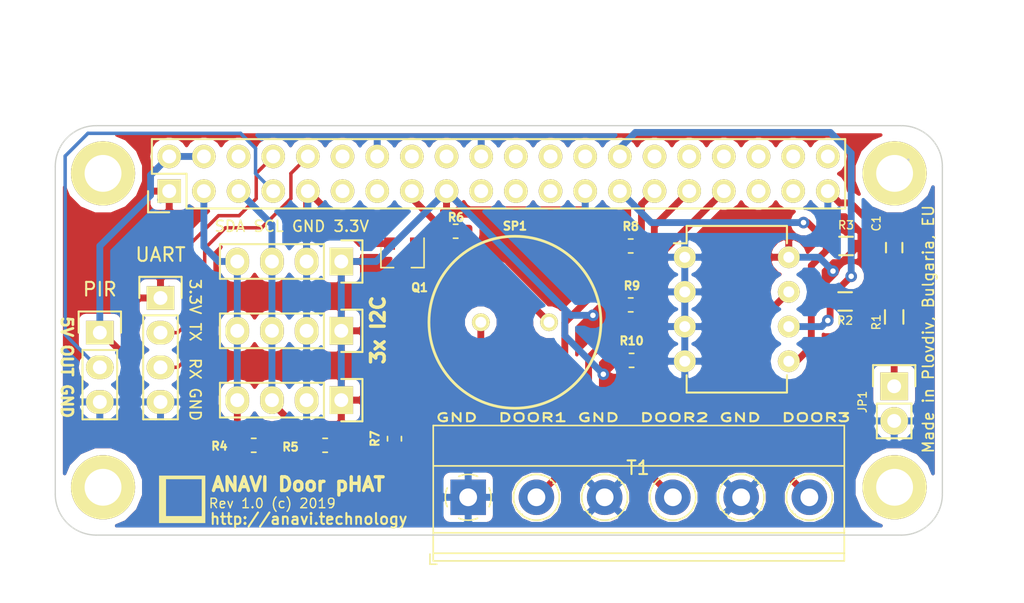
<source format=kicad_pcb>
(kicad_pcb (version 20171130) (host pcbnew 5.0.2-bee76a0~70~ubuntu18.04.1)

  (general
    (thickness 1.6)
    (drawings 27)
    (tracks 225)
    (zones 0)
    (modules 27)
    (nets 35)
  )

  (page A4)
  (title_block
    (title "Anavi Door pHAT")
    (date 2019-02-21)
    (company "Anavi Technology")
  )

  (layers
    (0 F.Cu signal)
    (31 B.Cu signal)
    (32 B.Adhes user)
    (33 F.Adhes user)
    (34 B.Paste user)
    (35 F.Paste user)
    (36 B.SilkS user)
    (37 F.SilkS user)
    (38 B.Mask user)
    (39 F.Mask user)
    (40 Dwgs.User user)
    (41 Cmts.User user)
    (42 Eco1.User user)
    (43 Eco2.User user)
    (44 Edge.Cuts user)
    (45 Margin user hide)
    (46 B.CrtYd user hide)
    (47 F.CrtYd user)
    (48 B.Fab user hide)
    (49 F.Fab user)
  )

  (setup
    (last_trace_width 0.5)
    (user_trace_width 0.254)
    (user_trace_width 0.5)
    (user_trace_width 0.754)
    (trace_clearance 0.254)
    (zone_clearance 0.508)
    (zone_45_only no)
    (trace_min 0.25)
    (segment_width 0.2)
    (edge_width 0.1)
    (via_size 0.85)
    (via_drill 0.4)
    (via_min_size 0.4)
    (via_min_drill 0.3)
    (uvia_size 0.35)
    (uvia_drill 0.1)
    (uvias_allowed no)
    (uvia_min_size 0.2)
    (uvia_min_drill 0.1)
    (pcb_text_width 0.3)
    (pcb_text_size 1.5 1.5)
    (mod_edge_width 0.15)
    (mod_text_size 1 1)
    (mod_text_width 0.15)
    (pad_size 4.7 4.7)
    (pad_drill 2.7)
    (pad_to_mask_clearance 0)
    (solder_mask_min_width 0.25)
    (aux_axis_origin 0 0)
    (visible_elements FFFFFF7F)
    (pcbplotparams
      (layerselection 0x010ec_ffffffff)
      (usegerberextensions true)
      (usegerberattributes false)
      (usegerberadvancedattributes false)
      (creategerberjobfile false)
      (excludeedgelayer true)
      (linewidth 0.100000)
      (plotframeref false)
      (viasonmask false)
      (mode 1)
      (useauxorigin false)
      (hpglpennumber 1)
      (hpglpenspeed 20)
      (hpglpendiameter 15.000000)
      (psnegative false)
      (psa4output false)
      (plotreference true)
      (plotvalue true)
      (plotinvisibletext false)
      (padsonsilk false)
      (subtractmaskfromsilk false)
      (outputformat 1)
      (mirror false)
      (drillshape 0)
      (scaleselection 1)
      (outputdirectory "plots/rev1.0"))
  )

  (net 0 "")
  (net 1 +3V3)
  (net 2 GND)
  (net 3 +5V)
  (net 4 "Net-(JP1-Pad1)")
  (net 5 "Net-(R2-Pad2)")
  (net 6 "Net-(R3-Pad2)")
  (net 7 /TXD)
  (net 8 /RXD)
  (net 9 "Net-(PIR1-Pad2)")
  (net 10 "Net-(R4-Pad2)")
  (net 11 "Net-(R5-Pad2)")
  (net 12 "Net-(R6-Pad2)")
  (net 13 "Net-(R8-Pad2)")
  (net 14 "Net-(Q1-Pad3)")
  (net 15 "Net-(R9-Pad1)")
  (net 16 "Net-(R10-Pad2)")
  (net 17 "Net-(RASP_CONN1-Pad11)")
  (net 18 "Net-(RASP_CONN1-Pad12)")
  (net 19 "Net-(RASP_CONN1-Pad13)")
  (net 20 "Net-(RASP_CONN1-Pad16)")
  (net 21 "Net-(RASP_CONN1-Pad18)")
  (net 22 "Net-(RASP_CONN1-Pad19)")
  (net 23 "Net-(RASP_CONN1-Pad21)")
  (net 24 "Net-(RASP_CONN1-Pad22)")
  (net 25 "Net-(RASP_CONN1-Pad23)")
  (net 26 "Net-(RASP_CONN1-Pad24)")
  (net 27 "Net-(RASP_CONN1-Pad26)")
  (net 28 "Net-(RASP_CONN1-Pad32)")
  (net 29 "Net-(RASP_CONN1-Pad35)")
  (net 30 "Net-(RASP_CONN1-Pad36)")
  (net 31 "Net-(RASP_CONN1-Pad37)")
  (net 32 "Net-(RASP_CONN1-Pad38)")
  (net 33 "Net-(RASP_CONN1-Pad40)")
  (net 34 "Net-(Q1-Pad1)")

  (net_class Default "This is the default net class."
    (clearance 0.254)
    (trace_width 0.5)
    (via_dia 0.85)
    (via_drill 0.4)
    (uvia_dia 0.35)
    (uvia_drill 0.1)
    (add_net +3V3)
    (add_net +5V)
    (add_net /RXD)
    (add_net /TXD)
    (add_net GND)
    (add_net "Net-(JP1-Pad1)")
    (add_net "Net-(PIR1-Pad2)")
    (add_net "Net-(Q1-Pad1)")
    (add_net "Net-(Q1-Pad3)")
    (add_net "Net-(R10-Pad2)")
    (add_net "Net-(R2-Pad2)")
    (add_net "Net-(R3-Pad2)")
    (add_net "Net-(R4-Pad2)")
    (add_net "Net-(R5-Pad2)")
    (add_net "Net-(R6-Pad2)")
    (add_net "Net-(R8-Pad2)")
    (add_net "Net-(R9-Pad1)")
    (add_net "Net-(RASP_CONN1-Pad11)")
    (add_net "Net-(RASP_CONN1-Pad12)")
    (add_net "Net-(RASP_CONN1-Pad13)")
    (add_net "Net-(RASP_CONN1-Pad16)")
    (add_net "Net-(RASP_CONN1-Pad18)")
    (add_net "Net-(RASP_CONN1-Pad19)")
    (add_net "Net-(RASP_CONN1-Pad21)")
    (add_net "Net-(RASP_CONN1-Pad22)")
    (add_net "Net-(RASP_CONN1-Pad23)")
    (add_net "Net-(RASP_CONN1-Pad24)")
    (add_net "Net-(RASP_CONN1-Pad26)")
    (add_net "Net-(RASP_CONN1-Pad32)")
    (add_net "Net-(RASP_CONN1-Pad35)")
    (add_net "Net-(RASP_CONN1-Pad36)")
    (add_net "Net-(RASP_CONN1-Pad37)")
    (add_net "Net-(RASP_CONN1-Pad38)")
    (add_net "Net-(RASP_CONN1-Pad40)")
  )

  (net_class vcc ""
    (clearance 0.254)
    (trace_width 1.5)
    (via_dia 0.85)
    (via_drill 0.4)
    (uvia_dia 0.35)
    (uvia_drill 0.1)
  )

  (module Housings_DIP:DIP-8_W7.62mm (layer F.Cu) (tedit 588FBD0C) (tstamp 5883179C)
    (at 194.6275 84.6455)
    (descr "8-lead dip package, row spacing 7.62 mm (300 mils)")
    (tags "dil dip 2.54 300")
    (path /56FB5761)
    (fp_text reference U1 (at 0 -5.22) (layer F.SilkS) hide
      (effects (font (size 1 1) (thickness 0.15)))
    )
    (fp_text value CAT24C32WI-GT3 (at 0 -3.72) (layer F.Fab) hide
      (effects (font (size 1 1) (thickness 0.15)))
    )
    (fp_line (start -1.05 -2.45) (end -1.05 10.1) (layer F.CrtYd) (width 0.05))
    (fp_line (start 8.65 -2.45) (end 8.65 10.1) (layer F.CrtYd) (width 0.05))
    (fp_line (start -1.05 -2.45) (end 8.65 -2.45) (layer F.CrtYd) (width 0.05))
    (fp_line (start -1.05 10.1) (end 8.65 10.1) (layer F.CrtYd) (width 0.05))
    (fp_line (start 0.135 -2.295) (end 0.135 -1.025) (layer F.SilkS) (width 0.15))
    (fp_line (start 7.485 -2.295) (end 7.485 -1.025) (layer F.SilkS) (width 0.15))
    (fp_line (start 7.485 9.915) (end 7.485 8.645) (layer F.SilkS) (width 0.15))
    (fp_line (start 0.135 9.915) (end 0.135 8.645) (layer F.SilkS) (width 0.15))
    (fp_line (start 0.135 -2.295) (end 7.485 -2.295) (layer F.SilkS) (width 0.15))
    (fp_line (start 0.135 9.915) (end 7.485 9.915) (layer F.SilkS) (width 0.15))
    (fp_line (start 0.135 -1.025) (end -0.8 -1.025) (layer F.SilkS) (width 0.15))
    (pad 1 thru_hole oval (at 0 0) (size 1.6 1.6) (drill 0.8) (layers *.Cu *.Mask F.SilkS)
      (net 2 GND))
    (pad 2 thru_hole oval (at 0 2.54) (size 1.6 1.6) (drill 0.8) (layers *.Cu *.Mask F.SilkS)
      (net 2 GND))
    (pad 3 thru_hole oval (at 0 5.08) (size 1.6 1.6) (drill 0.8) (layers *.Cu *.Mask F.SilkS)
      (net 2 GND))
    (pad 4 thru_hole oval (at 0 7.62) (size 1.6 1.6) (drill 0.8) (layers *.Cu *.Mask F.SilkS)
      (net 2 GND))
    (pad 5 thru_hole oval (at 7.62 7.62) (size 1.6 1.6) (drill 0.8) (layers *.Cu *.Mask F.SilkS)
      (net 6 "Net-(R3-Pad2)"))
    (pad 6 thru_hole oval (at 7.62 5.08) (size 1.6 1.6) (drill 0.8) (layers *.Cu *.Mask F.SilkS)
      (net 5 "Net-(R2-Pad2)"))
    (pad 7 thru_hole oval (at 7.62 2.54) (size 1.6 1.6) (drill 0.8) (layers *.Cu *.Mask F.SilkS)
      (net 4 "Net-(JP1-Pad1)"))
    (pad 8 thru_hole oval (at 7.62 0) (size 1.6 1.6) (drill 0.8) (layers *.Cu *.Mask F.SilkS)
      (net 1 +3V3))
    (model Housings_DIP.3dshapes/DIP-8_W7.62mm.wrl
      (at (xyz 0 0 0))
      (scale (xyz 1 1 1))
      (rotate (xyz 0 0 0))
    )
  )

  (module Pin_Headers:Pin_Header_Straight_1x03 (layer F.Cu) (tedit 5C6DCDCD) (tstamp 5C7E0AA7)
    (at 151.765 90.17)
    (descr "Through hole pin header")
    (tags "pin header")
    (path /596E280F)
    (fp_text reference PIR (at 0 -3.175) (layer F.SilkS)
      (effects (font (size 1 1) (thickness 0.15)))
    )
    (fp_text value CONN_01X03 (at 0 -3.1) (layer F.Fab) hide
      (effects (font (size 1 1) (thickness 0.15)))
    )
    (fp_line (start -1.75 -1.75) (end -1.75 6.85) (layer F.CrtYd) (width 0.05))
    (fp_line (start 1.75 -1.75) (end 1.75 6.85) (layer F.CrtYd) (width 0.05))
    (fp_line (start -1.75 -1.75) (end 1.75 -1.75) (layer F.CrtYd) (width 0.05))
    (fp_line (start -1.75 6.85) (end 1.75 6.85) (layer F.CrtYd) (width 0.05))
    (fp_line (start -1.27 1.27) (end -1.27 6.35) (layer F.SilkS) (width 0.15))
    (fp_line (start -1.27 6.35) (end 1.27 6.35) (layer F.SilkS) (width 0.15))
    (fp_line (start 1.27 6.35) (end 1.27 1.27) (layer F.SilkS) (width 0.15))
    (fp_line (start 1.55 -1.55) (end 1.55 0) (layer F.SilkS) (width 0.15))
    (fp_line (start 1.27 1.27) (end -1.27 1.27) (layer F.SilkS) (width 0.15))
    (fp_line (start -1.55 0) (end -1.55 -1.55) (layer F.SilkS) (width 0.15))
    (fp_line (start -1.55 -1.55) (end 1.55 -1.55) (layer F.SilkS) (width 0.15))
    (pad 1 thru_hole rect (at 0 0) (size 2.032 1.7272) (drill 1.016) (layers *.Cu *.Mask F.SilkS)
      (net 3 +5V))
    (pad 2 thru_hole oval (at 0 2.54) (size 2.032 1.7272) (drill 1.016) (layers *.Cu *.Mask F.SilkS)
      (net 9 "Net-(PIR1-Pad2)"))
    (pad 3 thru_hole oval (at 0 5.08) (size 2.032 1.7272) (drill 1.016) (layers *.Cu *.Mask F.SilkS)
      (net 2 GND))
    (model Pin_Headers.3dshapes/Pin_Header_Straight_1x03.wrl
      (offset (xyz 0 -2.539999961853027 0))
      (scale (xyz 1 1 1))
      (rotate (xyz 0 0 90))
    )
  )

  (module Pin_Headers:Pin_Header_Straight_1x04 (layer F.Cu) (tedit 5C6DCDD6) (tstamp 5C7E1A0D)
    (at 156.21 87.63)
    (descr "Through hole pin header")
    (tags "pin header")
    (path /574EB04E)
    (fp_text reference UART (at 0 -3.175) (layer F.SilkS)
      (effects (font (size 1 1) (thickness 0.15)))
    )
    (fp_text value CONN_01X04 (at 0 -3.1) (layer F.Fab) hide
      (effects (font (size 1 1) (thickness 0.15)))
    )
    (fp_line (start -1.75 -1.75) (end -1.75 9.4) (layer F.CrtYd) (width 0.05))
    (fp_line (start 1.75 -1.75) (end 1.75 9.4) (layer F.CrtYd) (width 0.05))
    (fp_line (start -1.75 -1.75) (end 1.75 -1.75) (layer F.CrtYd) (width 0.05))
    (fp_line (start -1.75 9.4) (end 1.75 9.4) (layer F.CrtYd) (width 0.05))
    (fp_line (start -1.27 1.27) (end -1.27 8.89) (layer F.SilkS) (width 0.15))
    (fp_line (start 1.27 1.27) (end 1.27 8.89) (layer F.SilkS) (width 0.15))
    (fp_line (start 1.55 -1.55) (end 1.55 0) (layer F.SilkS) (width 0.15))
    (fp_line (start -1.27 8.89) (end 1.27 8.89) (layer F.SilkS) (width 0.15))
    (fp_line (start 1.27 1.27) (end -1.27 1.27) (layer F.SilkS) (width 0.15))
    (fp_line (start -1.55 0) (end -1.55 -1.55) (layer F.SilkS) (width 0.15))
    (fp_line (start -1.55 -1.55) (end 1.55 -1.55) (layer F.SilkS) (width 0.15))
    (pad 1 thru_hole rect (at 0 0) (size 2.032 1.7272) (drill 1.016) (layers *.Cu *.Mask F.SilkS)
      (net 1 +3V3))
    (pad 2 thru_hole oval (at 0 2.54) (size 2.032 1.7272) (drill 1.016) (layers *.Cu *.Mask F.SilkS)
      (net 7 /TXD))
    (pad 3 thru_hole oval (at 0 5.08) (size 2.032 1.7272) (drill 1.016) (layers *.Cu *.Mask F.SilkS)
      (net 8 /RXD))
    (pad 4 thru_hole oval (at 0 7.62) (size 2.032 1.7272) (drill 1.016) (layers *.Cu *.Mask F.SilkS)
      (net 2 GND))
    (model Pin_Headers.3dshapes/Pin_Header_Straight_1x04.wrl
      (offset (xyz 0 -3.809999942779541 0))
      (scale (xyz 1 1 1))
      (rotate (xyz 0 0 90))
    )
  )

  (module Pin_Headers:Pin_Header_Straight_2x20 (layer F.Cu) (tedit 588FBD82) (tstamp 58831778)
    (at 156.85 79.8 90)
    (descr "Through hole pin header")
    (tags "pin header")
    (path /56FB7C7A)
    (fp_text reference RASP_CONN1 (at 0 -5.1 90) (layer F.SilkS) hide
      (effects (font (size 1 1) (thickness 0.15)))
    )
    (fp_text value Raspberry_PI (at 0 -3.1 90) (layer F.Fab) hide
      (effects (font (size 1 1) (thickness 0.15)))
    )
    (fp_line (start -1.75 -1.75) (end -1.75 50.05) (layer F.CrtYd) (width 0.05))
    (fp_line (start 4.3 -1.75) (end 4.3 50.05) (layer F.CrtYd) (width 0.05))
    (fp_line (start -1.75 -1.75) (end 4.3 -1.75) (layer F.CrtYd) (width 0.05))
    (fp_line (start -1.75 50.05) (end 4.3 50.05) (layer F.CrtYd) (width 0.05))
    (fp_line (start 3.81 49.53) (end 3.81 -1.27) (layer F.SilkS) (width 0.15))
    (fp_line (start -1.27 1.27) (end -1.27 49.53) (layer F.SilkS) (width 0.15))
    (fp_line (start 3.81 49.53) (end -1.27 49.53) (layer F.SilkS) (width 0.15))
    (fp_line (start 3.81 -1.27) (end 1.27 -1.27) (layer F.SilkS) (width 0.15))
    (fp_line (start 0 -1.55) (end -1.55 -1.55) (layer F.SilkS) (width 0.15))
    (fp_line (start 1.27 -1.27) (end 1.27 1.27) (layer F.SilkS) (width 0.15))
    (fp_line (start 1.27 1.27) (end -1.27 1.27) (layer F.SilkS) (width 0.15))
    (fp_line (start -1.55 -1.55) (end -1.55 0) (layer F.SilkS) (width 0.15))
    (pad 1 thru_hole rect (at 0 0 90) (size 1.7272 1.7272) (drill 1.016) (layers *.Cu *.Mask F.SilkS)
      (net 1 +3V3))
    (pad 2 thru_hole oval (at 2.54 0 90) (size 1.7272 1.7272) (drill 1.016) (layers *.Cu *.Mask F.SilkS)
      (net 3 +5V))
    (pad 3 thru_hole oval (at 0 2.54 90) (size 1.7272 1.7272) (drill 1.016) (layers *.Cu *.Mask F.SilkS)
      (net 10 "Net-(R4-Pad2)"))
    (pad 4 thru_hole oval (at 2.54 2.54 90) (size 1.7272 1.7272) (drill 1.016) (layers *.Cu *.Mask F.SilkS)
      (net 3 +5V))
    (pad 5 thru_hole oval (at 0 5.08 90) (size 1.7272 1.7272) (drill 1.016) (layers *.Cu *.Mask F.SilkS)
      (net 11 "Net-(R5-Pad2)"))
    (pad 6 thru_hole oval (at 2.54 5.08 90) (size 1.7272 1.7272) (drill 1.016) (layers *.Cu *.Mask F.SilkS)
      (net 2 GND))
    (pad 7 thru_hole oval (at 0 7.62 90) (size 1.7272 1.7272) (drill 1.016) (layers *.Cu *.Mask F.SilkS)
      (net 9 "Net-(PIR1-Pad2)"))
    (pad 8 thru_hole oval (at 2.54 7.62 90) (size 1.7272 1.7272) (drill 1.016) (layers *.Cu *.Mask F.SilkS)
      (net 7 /TXD))
    (pad 9 thru_hole oval (at 0 10.16 90) (size 1.7272 1.7272) (drill 1.016) (layers *.Cu *.Mask F.SilkS)
      (net 2 GND))
    (pad 10 thru_hole oval (at 2.54 10.16 90) (size 1.7272 1.7272) (drill 1.016) (layers *.Cu *.Mask F.SilkS)
      (net 8 /RXD))
    (pad 11 thru_hole oval (at 0 12.7 90) (size 1.7272 1.7272) (drill 1.016) (layers *.Cu *.Mask F.SilkS)
      (net 17 "Net-(RASP_CONN1-Pad11)"))
    (pad 12 thru_hole oval (at 2.54 12.7 90) (size 1.7272 1.7272) (drill 1.016) (layers *.Cu *.Mask F.SilkS)
      (net 18 "Net-(RASP_CONN1-Pad12)"))
    (pad 13 thru_hole oval (at 0 15.24 90) (size 1.7272 1.7272) (drill 1.016) (layers *.Cu *.Mask F.SilkS)
      (net 19 "Net-(RASP_CONN1-Pad13)"))
    (pad 14 thru_hole oval (at 2.54 15.24 90) (size 1.7272 1.7272) (drill 1.016) (layers *.Cu *.Mask F.SilkS)
      (net 2 GND))
    (pad 15 thru_hole oval (at 0 17.78 90) (size 1.7272 1.7272) (drill 1.016) (layers *.Cu *.Mask F.SilkS)
      (net 12 "Net-(R6-Pad2)"))
    (pad 16 thru_hole oval (at 2.54 17.78 90) (size 1.7272 1.7272) (drill 1.016) (layers *.Cu *.Mask F.SilkS)
      (net 20 "Net-(RASP_CONN1-Pad16)"))
    (pad 17 thru_hole oval (at 0 20.32 90) (size 1.7272 1.7272) (drill 1.016) (layers *.Cu *.Mask F.SilkS)
      (net 1 +3V3))
    (pad 18 thru_hole oval (at 2.54 20.32 90) (size 1.7272 1.7272) (drill 1.016) (layers *.Cu *.Mask F.SilkS)
      (net 21 "Net-(RASP_CONN1-Pad18)"))
    (pad 19 thru_hole oval (at 0 22.86 90) (size 1.7272 1.7272) (drill 1.016) (layers *.Cu *.Mask F.SilkS)
      (net 22 "Net-(RASP_CONN1-Pad19)"))
    (pad 20 thru_hole oval (at 2.54 22.86 90) (size 1.7272 1.7272) (drill 1.016) (layers *.Cu *.Mask F.SilkS)
      (net 2 GND))
    (pad 21 thru_hole oval (at 0 25.4 90) (size 1.7272 1.7272) (drill 1.016) (layers *.Cu *.Mask F.SilkS)
      (net 23 "Net-(RASP_CONN1-Pad21)"))
    (pad 22 thru_hole oval (at 2.54 25.4 90) (size 1.7272 1.7272) (drill 1.016) (layers *.Cu *.Mask F.SilkS)
      (net 24 "Net-(RASP_CONN1-Pad22)"))
    (pad 23 thru_hole oval (at 0 27.94 90) (size 1.7272 1.7272) (drill 1.016) (layers *.Cu *.Mask F.SilkS)
      (net 25 "Net-(RASP_CONN1-Pad23)"))
    (pad 24 thru_hole oval (at 2.54 27.94 90) (size 1.7272 1.7272) (drill 1.016) (layers *.Cu *.Mask F.SilkS)
      (net 26 "Net-(RASP_CONN1-Pad24)"))
    (pad 25 thru_hole oval (at 0 30.48 90) (size 1.7272 1.7272) (drill 1.016) (layers *.Cu *.Mask F.SilkS)
      (net 2 GND))
    (pad 26 thru_hole oval (at 2.54 30.48 90) (size 1.7272 1.7272) (drill 1.016) (layers *.Cu *.Mask F.SilkS)
      (net 27 "Net-(RASP_CONN1-Pad26)"))
    (pad 27 thru_hole oval (at 0 33.02 90) (size 1.7272 1.7272) (drill 1.016) (layers *.Cu *.Mask F.SilkS)
      (net 6 "Net-(R3-Pad2)"))
    (pad 28 thru_hole oval (at 2.54 33.02 90) (size 1.7272 1.7272) (drill 1.016) (layers *.Cu *.Mask F.SilkS)
      (net 5 "Net-(R2-Pad2)"))
    (pad 29 thru_hole oval (at 0 35.56 90) (size 1.7272 1.7272) (drill 1.016) (layers *.Cu *.Mask F.SilkS)
      (net 13 "Net-(R8-Pad2)"))
    (pad 30 thru_hole oval (at 2.54 35.56 90) (size 1.7272 1.7272) (drill 1.016) (layers *.Cu *.Mask F.SilkS)
      (net 2 GND))
    (pad 31 thru_hole oval (at 0 38.1 90) (size 1.7272 1.7272) (drill 1.016) (layers *.Cu *.Mask F.SilkS)
      (net 15 "Net-(R9-Pad1)"))
    (pad 32 thru_hole oval (at 2.54 38.1 90) (size 1.7272 1.7272) (drill 1.016) (layers *.Cu *.Mask F.SilkS)
      (net 28 "Net-(RASP_CONN1-Pad32)"))
    (pad 33 thru_hole oval (at 0 40.64 90) (size 1.7272 1.7272) (drill 1.016) (layers *.Cu *.Mask F.SilkS)
      (net 16 "Net-(R10-Pad2)"))
    (pad 34 thru_hole oval (at 2.54 40.64 90) (size 1.7272 1.7272) (drill 1.016) (layers *.Cu *.Mask F.SilkS)
      (net 2 GND))
    (pad 35 thru_hole oval (at 0 43.18 90) (size 1.7272 1.7272) (drill 1.016) (layers *.Cu *.Mask F.SilkS)
      (net 29 "Net-(RASP_CONN1-Pad35)"))
    (pad 36 thru_hole oval (at 2.54 43.18 90) (size 1.7272 1.7272) (drill 1.016) (layers *.Cu *.Mask F.SilkS)
      (net 30 "Net-(RASP_CONN1-Pad36)"))
    (pad 37 thru_hole oval (at 0 45.72 90) (size 1.7272 1.7272) (drill 1.016) (layers *.Cu *.Mask F.SilkS)
      (net 31 "Net-(RASP_CONN1-Pad37)"))
    (pad 38 thru_hole oval (at 2.54 45.72 90) (size 1.7272 1.7272) (drill 1.016) (layers *.Cu *.Mask F.SilkS)
      (net 32 "Net-(RASP_CONN1-Pad38)"))
    (pad 39 thru_hole oval (at 0 48.26 90) (size 1.7272 1.7272) (drill 1.016) (layers *.Cu *.Mask F.SilkS)
      (net 2 GND))
    (pad 40 thru_hole oval (at 2.54 48.26 90) (size 1.7272 1.7272) (drill 1.016) (layers *.Cu *.Mask F.SilkS)
      (net 33 "Net-(RASP_CONN1-Pad40)"))
    (model Pin_Headers.3dshapes/Pin_Header_Straight_2x20.wrl
      (offset (xyz 1.269999980926514 -24.12999963760376 0))
      (scale (xyz 1 1 1))
      (rotate (xyz 0 0 90))
    )
  )

  (module Capacitors_SMD:C_0603_HandSoldering (layer F.Cu) (tedit 5991FE5B) (tstamp 58831703)
    (at 209.97 83.94 90)
    (descr "Capacitor SMD 0603, hand soldering")
    (tags "capacitor 0603")
    (path /56FB5967)
    (attr smd)
    (fp_text reference C1 (at 1.771 -1.309 90) (layer F.SilkS)
      (effects (font (size 0.6 0.6) (thickness 0.1)))
    )
    (fp_text value 0.1 (at 0 1.9 90) (layer F.Fab) hide
      (effects (font (size 1 1) (thickness 0.15)))
    )
    (fp_line (start -1.85 -0.75) (end 1.85 -0.75) (layer F.CrtYd) (width 0.05))
    (fp_line (start -1.85 0.75) (end 1.85 0.75) (layer F.CrtYd) (width 0.05))
    (fp_line (start -1.85 -0.75) (end -1.85 0.75) (layer F.CrtYd) (width 0.05))
    (fp_line (start 1.85 -0.75) (end 1.85 0.75) (layer F.CrtYd) (width 0.05))
    (fp_line (start -0.35 -0.6) (end 0.35 -0.6) (layer F.SilkS) (width 0.15))
    (fp_line (start 0.35 0.6) (end -0.35 0.6) (layer F.SilkS) (width 0.15))
    (pad 1 smd rect (at -0.95 0 90) (size 1.2 0.75) (layers F.Cu F.Paste F.Mask)
      (net 1 +3V3))
    (pad 2 smd rect (at 0.95 0 90) (size 1.2 0.75) (layers F.Cu F.Paste F.Mask)
      (net 2 GND))
    (model Capacitors_SMD.3dshapes/C_0603_HandSoldering.wrl
      (at (xyz 0 0 0))
      (scale (xyz 1 1 1))
      (rotate (xyz 0 0 0))
    )
  )

  (module Pin_Headers:Pin_Header_Straight_1x02 (layer F.Cu) (tedit 5991FBDA) (tstamp 5883171B)
    (at 209.97 94.1)
    (descr "Through hole pin header")
    (tags "pin header")
    (path /570C5478)
    (fp_text reference JP1 (at -2.325 1.15 90) (layer F.SilkS)
      (effects (font (size 0.6 0.6) (thickness 0.1)))
    )
    (fp_text value JUMPER (at 0 -3.1) (layer F.Fab) hide
      (effects (font (size 1 1) (thickness 0.15)))
    )
    (fp_line (start 1.27 1.27) (end 1.27 3.81) (layer F.SilkS) (width 0.15))
    (fp_line (start 1.55 -1.55) (end 1.55 0) (layer F.SilkS) (width 0.15))
    (fp_line (start -1.75 -1.75) (end -1.75 4.3) (layer F.CrtYd) (width 0.05))
    (fp_line (start 1.75 -1.75) (end 1.75 4.3) (layer F.CrtYd) (width 0.05))
    (fp_line (start -1.75 -1.75) (end 1.75 -1.75) (layer F.CrtYd) (width 0.05))
    (fp_line (start -1.75 4.3) (end 1.75 4.3) (layer F.CrtYd) (width 0.05))
    (fp_line (start 1.27 1.27) (end -1.27 1.27) (layer F.SilkS) (width 0.15))
    (fp_line (start -1.55 0) (end -1.55 -1.55) (layer F.SilkS) (width 0.15))
    (fp_line (start -1.55 -1.55) (end 1.55 -1.55) (layer F.SilkS) (width 0.15))
    (fp_line (start -1.27 1.27) (end -1.27 3.81) (layer F.SilkS) (width 0.15))
    (fp_line (start -1.27 3.81) (end 1.27 3.81) (layer F.SilkS) (width 0.15))
    (pad 1 thru_hole rect (at 0 0) (size 2.032 2.032) (drill 1.016) (layers *.Cu *.Mask F.SilkS)
      (net 4 "Net-(JP1-Pad1)"))
    (pad 2 thru_hole oval (at 0 2.54) (size 2.032 2.032) (drill 1.016) (layers *.Cu *.Mask F.SilkS)
      (net 2 GND))
    (model Pin_Headers.3dshapes/Pin_Header_Straight_1x02.wrl
      (offset (xyz 0 -1.269999980926514 0))
      (scale (xyz 1 1 1))
      (rotate (xyz 0 0 90))
    )
  )

  (module Resistors_SMD:R_0603_HandSoldering (layer F.Cu) (tedit 5991FE5E) (tstamp 58831728)
    (at 209.97 89.02 270)
    (descr "Resistor SMD 0603, hand soldering")
    (tags "resistor 0603")
    (path /56FB57DD)
    (attr smd)
    (fp_text reference R1 (at 0.388 1.309 270) (layer F.SilkS)
      (effects (font (size 0.6 0.6) (thickness 0.1)))
    )
    (fp_text value 1K (at 0 1.9 270) (layer F.Fab) hide
      (effects (font (size 1 1) (thickness 0.15)))
    )
    (fp_line (start -2 -0.8) (end 2 -0.8) (layer F.CrtYd) (width 0.05))
    (fp_line (start -2 0.8) (end 2 0.8) (layer F.CrtYd) (width 0.05))
    (fp_line (start -2 -0.8) (end -2 0.8) (layer F.CrtYd) (width 0.05))
    (fp_line (start 2 -0.8) (end 2 0.8) (layer F.CrtYd) (width 0.05))
    (fp_line (start 0.5 0.675) (end -0.5 0.675) (layer F.SilkS) (width 0.15))
    (fp_line (start -0.5 -0.675) (end 0.5 -0.675) (layer F.SilkS) (width 0.15))
    (pad 1 smd rect (at -1.1 0 270) (size 1.2 0.9) (layers F.Cu F.Paste F.Mask)
      (net 1 +3V3))
    (pad 2 smd rect (at 1.1 0 270) (size 1.2 0.9) (layers F.Cu F.Paste F.Mask)
      (net 4 "Net-(JP1-Pad1)"))
    (model Resistors_SMD.3dshapes/R_0603_HandSoldering.wrl
      (at (xyz 0 0 0))
      (scale (xyz 1 1 1))
      (rotate (xyz 0 0 0))
    )
  )

  (module Resistors_SMD:R_0603_HandSoldering (layer F.Cu) (tedit 5991FE57) (tstamp 5883172E)
    (at 206.375 87.884 180)
    (descr "Resistor SMD 0603, hand soldering")
    (tags "resistor 0603")
    (path /56FB589D)
    (attr smd)
    (fp_text reference R2 (at 0 -1.397 180) (layer F.SilkS)
      (effects (font (size 0.6 0.6) (thickness 0.1)))
    )
    (fp_text value 4.7K (at 0 1.9 180) (layer F.Fab) hide
      (effects (font (size 1 1) (thickness 0.15)))
    )
    (fp_line (start -2 -0.8) (end 2 -0.8) (layer F.CrtYd) (width 0.05))
    (fp_line (start -2 0.8) (end 2 0.8) (layer F.CrtYd) (width 0.05))
    (fp_line (start -2 -0.8) (end -2 0.8) (layer F.CrtYd) (width 0.05))
    (fp_line (start 2 -0.8) (end 2 0.8) (layer F.CrtYd) (width 0.05))
    (fp_line (start 0.5 0.675) (end -0.5 0.675) (layer F.SilkS) (width 0.15))
    (fp_line (start -0.5 -0.675) (end 0.5 -0.675) (layer F.SilkS) (width 0.15))
    (pad 1 smd rect (at -1.1 0 180) (size 1.2 0.9) (layers F.Cu F.Paste F.Mask)
      (net 1 +3V3))
    (pad 2 smd rect (at 1.1 0 180) (size 1.2 0.9) (layers F.Cu F.Paste F.Mask)
      (net 5 "Net-(R2-Pad2)"))
    (model Resistors_SMD.3dshapes/R_0603_HandSoldering.wrl
      (at (xyz 0 0 0))
      (scale (xyz 1 1 1))
      (rotate (xyz 0 0 0))
    )
  )

  (module Resistors_SMD:R_0603_HandSoldering (layer F.Cu) (tedit 5991FE59) (tstamp 58831734)
    (at 206.4385 83.82 180)
    (descr "Resistor SMD 0603, hand soldering")
    (tags "resistor 0603")
    (path /56FB5912)
    (attr smd)
    (fp_text reference R3 (at 0 1.524 180) (layer F.SilkS)
      (effects (font (size 0.6 0.6) (thickness 0.1)))
    )
    (fp_text value 4.7K (at 0 1.9 180) (layer F.Fab) hide
      (effects (font (size 1 1) (thickness 0.15)))
    )
    (fp_line (start -2 -0.8) (end 2 -0.8) (layer F.CrtYd) (width 0.05))
    (fp_line (start -2 0.8) (end 2 0.8) (layer F.CrtYd) (width 0.05))
    (fp_line (start -2 -0.8) (end -2 0.8) (layer F.CrtYd) (width 0.05))
    (fp_line (start 2 -0.8) (end 2 0.8) (layer F.CrtYd) (width 0.05))
    (fp_line (start 0.5 0.675) (end -0.5 0.675) (layer F.SilkS) (width 0.15))
    (fp_line (start -0.5 -0.675) (end 0.5 -0.675) (layer F.SilkS) (width 0.15))
    (pad 1 smd rect (at -1.1 0 180) (size 1.2 0.9) (layers F.Cu F.Paste F.Mask)
      (net 1 +3V3))
    (pad 2 smd rect (at 1.1 0 180) (size 1.2 0.9) (layers F.Cu F.Paste F.Mask)
      (net 6 "Net-(R3-Pad2)"))
    (model Resistors_SMD.3dshapes/R_0603_HandSoldering.wrl
      (at (xyz 0 0 0))
      (scale (xyz 1 1 1))
      (rotate (xyz 0 0 0))
    )
  )

  (module Pin_Headers:Pin_Header_Straight_1x04 (layer F.Cu) (tedit 588FBD3A) (tstamp 58831780)
    (at 169.457 95.116 270)
    (descr "Through hole pin header")
    (tags "pin header")
    (path /5704A9C3)
    (fp_text reference SENS1 (at 0 -5.1 270) (layer F.SilkS) hide
      (effects (font (size 1 1) (thickness 0.15)))
    )
    (fp_text value I2C_SENS_1 (at 0 -3.1 270) (layer F.Fab) hide
      (effects (font (size 1 1) (thickness 0.15)))
    )
    (fp_line (start -1.75 -1.75) (end -1.75 9.4) (layer F.CrtYd) (width 0.05))
    (fp_line (start 1.75 -1.75) (end 1.75 9.4) (layer F.CrtYd) (width 0.05))
    (fp_line (start -1.75 -1.75) (end 1.75 -1.75) (layer F.CrtYd) (width 0.05))
    (fp_line (start -1.75 9.4) (end 1.75 9.4) (layer F.CrtYd) (width 0.05))
    (fp_line (start -1.27 1.27) (end -1.27 8.89) (layer F.SilkS) (width 0.15))
    (fp_line (start 1.27 1.27) (end 1.27 8.89) (layer F.SilkS) (width 0.15))
    (fp_line (start 1.55 -1.55) (end 1.55 0) (layer F.SilkS) (width 0.15))
    (fp_line (start -1.27 8.89) (end 1.27 8.89) (layer F.SilkS) (width 0.15))
    (fp_line (start 1.27 1.27) (end -1.27 1.27) (layer F.SilkS) (width 0.15))
    (fp_line (start -1.55 0) (end -1.55 -1.55) (layer F.SilkS) (width 0.15))
    (fp_line (start -1.55 -1.55) (end 1.55 -1.55) (layer F.SilkS) (width 0.15))
    (pad 1 thru_hole rect (at 0 0 270) (size 2.032 1.7272) (drill 1.016) (layers *.Cu *.Mask F.SilkS)
      (net 1 +3V3))
    (pad 2 thru_hole oval (at 0 2.54 270) (size 2.032 1.7272) (drill 1.016) (layers *.Cu *.Mask F.SilkS)
      (net 2 GND))
    (pad 3 thru_hole oval (at 0 5.08 270) (size 2.032 1.7272) (drill 1.016) (layers *.Cu *.Mask F.SilkS)
      (net 11 "Net-(R5-Pad2)"))
    (pad 4 thru_hole oval (at 0 7.62 270) (size 2.032 1.7272) (drill 1.016) (layers *.Cu *.Mask F.SilkS)
      (net 10 "Net-(R4-Pad2)"))
    (model Pin_Headers.3dshapes/Pin_Header_Straight_1x04.wrl
      (offset (xyz 0 -3.809999942779541 0))
      (scale (xyz 1 1 1))
      (rotate (xyz 0 0 90))
    )
  )

  (module Pin_Headers:Pin_Header_Straight_1x04 (layer F.Cu) (tedit 588FBD33) (tstamp 58831788)
    (at 169.457 90.036 270)
    (descr "Through hole pin header")
    (tags "pin header")
    (path /5752A123)
    (fp_text reference SENS2 (at 0 -5.1 270) (layer F.SilkS) hide
      (effects (font (size 1 1) (thickness 0.15)))
    )
    (fp_text value I2C_SENS_1 (at 0 -3.1 270) (layer F.Fab) hide
      (effects (font (size 1 1) (thickness 0.15)))
    )
    (fp_line (start -1.75 -1.75) (end -1.75 9.4) (layer F.CrtYd) (width 0.05))
    (fp_line (start 1.75 -1.75) (end 1.75 9.4) (layer F.CrtYd) (width 0.05))
    (fp_line (start -1.75 -1.75) (end 1.75 -1.75) (layer F.CrtYd) (width 0.05))
    (fp_line (start -1.75 9.4) (end 1.75 9.4) (layer F.CrtYd) (width 0.05))
    (fp_line (start -1.27 1.27) (end -1.27 8.89) (layer F.SilkS) (width 0.15))
    (fp_line (start 1.27 1.27) (end 1.27 8.89) (layer F.SilkS) (width 0.15))
    (fp_line (start 1.55 -1.55) (end 1.55 0) (layer F.SilkS) (width 0.15))
    (fp_line (start -1.27 8.89) (end 1.27 8.89) (layer F.SilkS) (width 0.15))
    (fp_line (start 1.27 1.27) (end -1.27 1.27) (layer F.SilkS) (width 0.15))
    (fp_line (start -1.55 0) (end -1.55 -1.55) (layer F.SilkS) (width 0.15))
    (fp_line (start -1.55 -1.55) (end 1.55 -1.55) (layer F.SilkS) (width 0.15))
    (pad 1 thru_hole rect (at 0 0 270) (size 2.032 1.7272) (drill 1.016) (layers *.Cu *.Mask F.SilkS)
      (net 1 +3V3))
    (pad 2 thru_hole oval (at 0 2.54 270) (size 2.032 1.7272) (drill 1.016) (layers *.Cu *.Mask F.SilkS)
      (net 2 GND))
    (pad 3 thru_hole oval (at 0 5.08 270) (size 2.032 1.7272) (drill 1.016) (layers *.Cu *.Mask F.SilkS)
      (net 11 "Net-(R5-Pad2)"))
    (pad 4 thru_hole oval (at 0 7.62 270) (size 2.032 1.7272) (drill 1.016) (layers *.Cu *.Mask F.SilkS)
      (net 10 "Net-(R4-Pad2)"))
    (model Pin_Headers.3dshapes/Pin_Header_Straight_1x04.wrl
      (offset (xyz 0 -3.809999942779541 0))
      (scale (xyz 1 1 1))
      (rotate (xyz 0 0 90))
    )
  )

  (module Pin_Headers:Pin_Header_Straight_1x04 (layer F.Cu) (tedit 588FBD12) (tstamp 58831790)
    (at 169.457 84.956 270)
    (descr "Through hole pin header")
    (tags "pin header")
    (path /5752A2F7)
    (fp_text reference SENS3 (at 0 -5.1 270) (layer F.SilkS) hide
      (effects (font (size 1 1) (thickness 0.15)))
    )
    (fp_text value I2C_SENS_1 (at 0 -3.1 270) (layer F.Fab) hide
      (effects (font (size 1 1) (thickness 0.15)))
    )
    (fp_line (start -1.75 -1.75) (end -1.75 9.4) (layer F.CrtYd) (width 0.05))
    (fp_line (start 1.75 -1.75) (end 1.75 9.4) (layer F.CrtYd) (width 0.05))
    (fp_line (start -1.75 -1.75) (end 1.75 -1.75) (layer F.CrtYd) (width 0.05))
    (fp_line (start -1.75 9.4) (end 1.75 9.4) (layer F.CrtYd) (width 0.05))
    (fp_line (start -1.27 1.27) (end -1.27 8.89) (layer F.SilkS) (width 0.15))
    (fp_line (start 1.27 1.27) (end 1.27 8.89) (layer F.SilkS) (width 0.15))
    (fp_line (start 1.55 -1.55) (end 1.55 0) (layer F.SilkS) (width 0.15))
    (fp_line (start -1.27 8.89) (end 1.27 8.89) (layer F.SilkS) (width 0.15))
    (fp_line (start 1.27 1.27) (end -1.27 1.27) (layer F.SilkS) (width 0.15))
    (fp_line (start -1.55 0) (end -1.55 -1.55) (layer F.SilkS) (width 0.15))
    (fp_line (start -1.55 -1.55) (end 1.55 -1.55) (layer F.SilkS) (width 0.15))
    (pad 1 thru_hole rect (at 0 0 270) (size 2.032 1.7272) (drill 1.016) (layers *.Cu *.Mask F.SilkS)
      (net 1 +3V3))
    (pad 2 thru_hole oval (at 0 2.54 270) (size 2.032 1.7272) (drill 1.016) (layers *.Cu *.Mask F.SilkS)
      (net 2 GND))
    (pad 3 thru_hole oval (at 0 5.08 270) (size 2.032 1.7272) (drill 1.016) (layers *.Cu *.Mask F.SilkS)
      (net 11 "Net-(R5-Pad2)"))
    (pad 4 thru_hole oval (at 0 7.62 270) (size 2.032 1.7272) (drill 1.016) (layers *.Cu *.Mask F.SilkS)
      (net 10 "Net-(R4-Pad2)"))
    (model Pin_Headers.3dshapes/Pin_Header_Straight_1x04.wrl
      (offset (xyz 0 -3.809999942779541 0))
      (scale (xyz 1 1 1))
      (rotate (xyz 0 0 90))
    )
  )

  (module Mounting_Holes:MountingHole_2.7mm_M2.5_DIN965_Pad (layer F.Cu) (tedit 588FBCDB) (tstamp 588C38C3)
    (at 152 78.5)
    (descr "Mounting Hole 2.7mm, M2.5, DIN965")
    (tags "mounting hole 2.7mm m2.5 din965")
    (fp_text reference REF1 (at 0 -3.35) (layer F.SilkS) hide
      (effects (font (size 1 1) (thickness 0.15)))
    )
    (fp_text value MountingHole_2.7mm_M2.5_DIN965_Pad (at 0 3.35) (layer F.Fab) hide
      (effects (font (size 1 1) (thickness 0.15)))
    )
    (fp_circle (center 0 0) (end 2.35 0) (layer Cmts.User) (width 0.15))
    (fp_circle (center 0 0) (end 2.6 0) (layer F.CrtYd) (width 0.05))
    (pad 1 thru_hole circle (at 0 0) (size 4.7 4.7) (drill 2.7) (layers *.Cu *.Mask F.SilkS))
  )

  (module Mounting_Holes:MountingHole_2.7mm_M2.5_DIN965_Pad (layer F.Cu) (tedit 588FBCD6) (tstamp 588C38D0)
    (at 210 78.5)
    (descr "Mounting Hole 2.7mm, M2.5, DIN965")
    (tags "mounting hole 2.7mm m2.5 din965")
    (fp_text reference REF2 (at 0 -3.35) (layer F.SilkS) hide
      (effects (font (size 1 1) (thickness 0.15)))
    )
    (fp_text value MountingHole_2.7mm_M2.5_DIN965_Pad (at 0 3.35) (layer F.Fab) hide
      (effects (font (size 1 1) (thickness 0.15)))
    )
    (fp_circle (center 0 0) (end 2.35 0) (layer Cmts.User) (width 0.15))
    (fp_circle (center 0 0) (end 2.6 0) (layer F.CrtYd) (width 0.05))
    (pad 2 thru_hole circle (at 0 0) (size 4.7 4.7) (drill 2.7) (layers *.Cu *.Mask F.SilkS))
  )

  (module Mounting_Holes:MountingHole_2.7mm_M2.5_DIN965_Pad (layer F.Cu) (tedit 588FBCC1) (tstamp 588C398A)
    (at 210 101.5)
    (descr "Mounting Hole 2.7mm, M2.5, DIN965")
    (tags "mounting hole 2.7mm m2.5 din965")
    (fp_text reference REF3 (at 0 -3.35) (layer F.SilkS) hide
      (effects (font (size 1 1) (thickness 0.15)))
    )
    (fp_text value MountingHole_2.7mm_M2.5_DIN965_Pad (at 0 3.35) (layer F.Fab) hide
      (effects (font (size 1 1) (thickness 0.15)))
    )
    (fp_circle (center 0 0) (end 2.35 0) (layer Cmts.User) (width 0.15))
    (fp_circle (center 0 0) (end 2.6 0) (layer F.CrtYd) (width 0.05))
    (pad 3 thru_hole circle (at 0 0) (size 4.7 4.7) (drill 2.7) (layers *.Cu *.Mask F.SilkS))
  )

  (module Mounting_Holes:MountingHole_2.7mm_M2.5_DIN965_Pad (layer F.Cu) (tedit 588FBCE4) (tstamp 588C39A5)
    (at 152 101.5)
    (descr "Mounting Hole 2.7mm, M2.5, DIN965")
    (tags "mounting hole 2.7mm m2.5 din965")
    (fp_text reference REF4 (at 0 -3.35) (layer F.SilkS) hide
      (effects (font (size 1 1) (thickness 0.15)))
    )
    (fp_text value MountingHole_2.7mm_M2.5_DIN965_Pad (at 0 3.35) (layer F.Fab) hide
      (effects (font (size 1 1) (thickness 0.15)))
    )
    (fp_circle (center 0 0) (end 2.35 0) (layer Cmts.User) (width 0.15))
    (fp_circle (center 0 0) (end 2.6 0) (layer F.CrtYd) (width 0.05))
    (pad 4 thru_hole circle (at 0 0) (size 4.7 4.7) (drill 2.7) (layers *.Cu *.Mask F.SilkS))
  )

  (module logo:anavi-logo (layer F.Cu) (tedit 588538F6) (tstamp 58884B14)
    (at 157.7975 102.4255)
    (fp_text reference "" (at 0 0) (layer F.SilkS) hide
      (effects (font (size 1.524 1.524) (thickness 0.3)))
    )
    (fp_text value LOGO (at 0.75 0) (layer F.SilkS) hide
      (effects (font (size 1.524 1.524) (thickness 0.3)))
    )
    (fp_poly (pts (xy 1.693334 1.693334) (xy -1.693333 1.693334) (xy -1.693333 -1.524) (xy -1.185333 -1.524)
      (xy -1.185333 1.185334) (xy 1.439334 1.185334) (xy 1.439334 -1.524) (xy -1.185333 -1.524)
      (xy -1.693333 -1.524) (xy -1.693333 -1.778) (xy 1.693334 -1.778) (xy 1.693334 1.693334)) (layer F.SilkS) (width 0.01))
  )

  (module Resistor_SMD:R_0603_1608Metric (layer F.Cu) (tedit 5C6DCC6D) (tstamp 5C7E2866)
    (at 190.665 88.138 180)
    (descr "Resistor SMD 0603 (1608 Metric), square (rectangular) end terminal, IPC_7351 nominal, (Body size source: http://www.tortai-tech.com/upload/download/2011102023233369053.pdf), generated with kicad-footprint-generator")
    (tags resistor)
    (path /5C718533)
    (attr smd)
    (fp_text reference R9 (at -0.089 1.397 180) (layer F.SilkS)
      (effects (font (size 0.6 0.6) (thickness 0.15)))
    )
    (fp_text value 10K (at -0.089 0 180) (layer F.Fab)
      (effects (font (size 1 1) (thickness 0.15)))
    )
    (fp_text user %R (at 0 0 180) (layer F.Fab)
      (effects (font (size 0.4 0.4) (thickness 0.06)))
    )
    (fp_line (start 1.48 0.73) (end -1.48 0.73) (layer F.CrtYd) (width 0.05))
    (fp_line (start 1.48 -0.73) (end 1.48 0.73) (layer F.CrtYd) (width 0.05))
    (fp_line (start -1.48 -0.73) (end 1.48 -0.73) (layer F.CrtYd) (width 0.05))
    (fp_line (start -1.48 0.73) (end -1.48 -0.73) (layer F.CrtYd) (width 0.05))
    (fp_line (start -0.162779 0.51) (end 0.162779 0.51) (layer F.SilkS) (width 0.12))
    (fp_line (start -0.162779 -0.51) (end 0.162779 -0.51) (layer F.SilkS) (width 0.12))
    (fp_line (start 0.8 0.4) (end -0.8 0.4) (layer F.Fab) (width 0.1))
    (fp_line (start 0.8 -0.4) (end 0.8 0.4) (layer F.Fab) (width 0.1))
    (fp_line (start -0.8 -0.4) (end 0.8 -0.4) (layer F.Fab) (width 0.1))
    (fp_line (start -0.8 0.4) (end -0.8 -0.4) (layer F.Fab) (width 0.1))
    (pad 2 smd roundrect (at 0.7875 0 180) (size 0.875 0.95) (layers F.Cu F.Paste F.Mask) (roundrect_rratio 0.25)
      (net 1 +3V3))
    (pad 1 smd roundrect (at -0.7875 0 180) (size 0.875 0.95) (layers F.Cu F.Paste F.Mask) (roundrect_rratio 0.25)
      (net 15 "Net-(R9-Pad1)"))
    (model ${KISYS3DMOD}/Resistor_SMD.3dshapes/R_0603_1608Metric.wrl
      (at (xyz 0 0 0))
      (scale (xyz 1 1 1))
      (rotate (xyz 0 0 0))
    )
  )

  (module Resistor_SMD:R_0603_1608Metric (layer F.Cu) (tedit 5C6DCC69) (tstamp 5C7E0AC9)
    (at 190.7285 92.202)
    (descr "Resistor SMD 0603 (1608 Metric), square (rectangular) end terminal, IPC_7351 nominal, (Body size source: http://www.tortai-tech.com/upload/download/2011102023233369053.pdf), generated with kicad-footprint-generator")
    (tags resistor)
    (path /5C71B5DB)
    (attr smd)
    (fp_text reference R10 (at 0 -1.43) (layer F.SilkS)
      (effects (font (size 0.6 0.6) (thickness 0.15)))
    )
    (fp_text value 10K (at 0 0.0635) (layer F.Fab)
      (effects (font (size 1 1) (thickness 0.15)))
    )
    (fp_line (start -0.8 0.4) (end -0.8 -0.4) (layer F.Fab) (width 0.1))
    (fp_line (start -0.8 -0.4) (end 0.8 -0.4) (layer F.Fab) (width 0.1))
    (fp_line (start 0.8 -0.4) (end 0.8 0.4) (layer F.Fab) (width 0.1))
    (fp_line (start 0.8 0.4) (end -0.8 0.4) (layer F.Fab) (width 0.1))
    (fp_line (start -0.162779 -0.51) (end 0.162779 -0.51) (layer F.SilkS) (width 0.12))
    (fp_line (start -0.162779 0.51) (end 0.162779 0.51) (layer F.SilkS) (width 0.12))
    (fp_line (start -1.48 0.73) (end -1.48 -0.73) (layer F.CrtYd) (width 0.05))
    (fp_line (start -1.48 -0.73) (end 1.48 -0.73) (layer F.CrtYd) (width 0.05))
    (fp_line (start 1.48 -0.73) (end 1.48 0.73) (layer F.CrtYd) (width 0.05))
    (fp_line (start 1.48 0.73) (end -1.48 0.73) (layer F.CrtYd) (width 0.05))
    (fp_text user %R (at 0 0) (layer F.Fab)
      (effects (font (size 0.4 0.4) (thickness 0.06)))
    )
    (pad 1 smd roundrect (at -0.7875 0) (size 0.875 0.95) (layers F.Cu F.Paste F.Mask) (roundrect_rratio 0.25)
      (net 1 +3V3))
    (pad 2 smd roundrect (at 0.7875 0) (size 0.875 0.95) (layers F.Cu F.Paste F.Mask) (roundrect_rratio 0.25)
      (net 16 "Net-(R10-Pad2)"))
    (model ${KISYS3DMOD}/Resistor_SMD.3dshapes/R_0603_1608Metric.wrl
      (at (xyz 0 0 0))
      (scale (xyz 1 1 1))
      (rotate (xyz 0 0 0))
    )
  )

  (module module:PKM13EPYH4000-A0 (layer F.Cu) (tedit 5C6DCC7E) (tstamp 5C7E4179)
    (at 182.1815 89.408)
    (descr http://akizukidenshi.com/download/murata-piezo-speaker-tape.pdf)
    (tags "piezoelectric speaker")
    (path /5C711E2E)
    (fp_text reference SP1 (at 0 -7.0485 180) (layer F.SilkS)
      (effects (font (size 0.6 0.6) (thickness 0.15)))
    )
    (fp_text value Speaker (at -0.127 2.9845) (layer F.SilkS) hide
      (effects (font (size 1.2 1.2) (thickness 0.2)))
    )
    (fp_circle (center 0 0) (end 6.3 0) (layer F.SilkS) (width 0.2))
    (pad 1 thru_hole circle (at -2.5 0) (size 1.3 1.3) (drill 0.8) (layers *.Cu *.Mask F.SilkS)
      (net 3 +5V))
    (pad 2 thru_hole circle (at 2.5 0) (size 1.3 1.3) (drill 0.8) (layers *.Cu *.Mask F.SilkS)
      (net 14 "Net-(Q1-Pad3)"))
  )

  (module TerminalBlock_Phoenix:TerminalBlock_Phoenix_MKDS-1,5-6_1x06_P5.00mm_Horizontal (layer F.Cu) (tedit 5B294EE7) (tstamp 5C7E0B20)
    (at 178.755 102.235)
    (descr "Terminal Block Phoenix MKDS-1,5-6, 6 pins, pitch 5mm, size 30x9.8mm^2, drill diamater 1.3mm, pad diameter 2.6mm, see http://www.farnell.com/datasheets/100425.pdf, script-generated using https://github.com/pointhi/kicad-footprint-generator/scripts/TerminalBlock_Phoenix")
    (tags "THT Terminal Block Phoenix MKDS-1,5-6 pitch 5mm size 30x9.8mm^2 drill 1.3mm pad 2.6mm")
    (path /5C7150E8)
    (fp_text reference T1 (at 12.4435 -2.159) (layer F.SilkS)
      (effects (font (size 1 1) (thickness 0.15)))
    )
    (fp_text value Screw_Terminal_01x06 (at 12.5 5.66) (layer F.Fab)
      (effects (font (size 1 1) (thickness 0.15)))
    )
    (fp_arc (start 0 0) (end 0 1.68) (angle -24) (layer F.SilkS) (width 0.12))
    (fp_arc (start 0 0) (end 1.535 0.684) (angle -48) (layer F.SilkS) (width 0.12))
    (fp_arc (start 0 0) (end 0.684 -1.535) (angle -48) (layer F.SilkS) (width 0.12))
    (fp_arc (start 0 0) (end -1.535 -0.684) (angle -48) (layer F.SilkS) (width 0.12))
    (fp_arc (start 0 0) (end -0.684 1.535) (angle -25) (layer F.SilkS) (width 0.12))
    (fp_circle (center 0 0) (end 1.5 0) (layer F.Fab) (width 0.1))
    (fp_circle (center 5 0) (end 6.5 0) (layer F.Fab) (width 0.1))
    (fp_circle (center 5 0) (end 6.68 0) (layer F.SilkS) (width 0.12))
    (fp_circle (center 10 0) (end 11.5 0) (layer F.Fab) (width 0.1))
    (fp_circle (center 10 0) (end 11.68 0) (layer F.SilkS) (width 0.12))
    (fp_circle (center 15 0) (end 16.5 0) (layer F.Fab) (width 0.1))
    (fp_circle (center 15 0) (end 16.68 0) (layer F.SilkS) (width 0.12))
    (fp_circle (center 20 0) (end 21.5 0) (layer F.Fab) (width 0.1))
    (fp_circle (center 20 0) (end 21.68 0) (layer F.SilkS) (width 0.12))
    (fp_circle (center 25 0) (end 26.5 0) (layer F.Fab) (width 0.1))
    (fp_circle (center 25 0) (end 26.68 0) (layer F.SilkS) (width 0.12))
    (fp_line (start -2.5 -5.2) (end 27.5 -5.2) (layer F.Fab) (width 0.1))
    (fp_line (start 27.5 -5.2) (end 27.5 4.6) (layer F.Fab) (width 0.1))
    (fp_line (start 27.5 4.6) (end -2 4.6) (layer F.Fab) (width 0.1))
    (fp_line (start -2 4.6) (end -2.5 4.1) (layer F.Fab) (width 0.1))
    (fp_line (start -2.5 4.1) (end -2.5 -5.2) (layer F.Fab) (width 0.1))
    (fp_line (start -2.5 4.1) (end 27.5 4.1) (layer F.Fab) (width 0.1))
    (fp_line (start -2.56 4.1) (end 27.56 4.1) (layer F.SilkS) (width 0.12))
    (fp_line (start -2.5 2.6) (end 27.5 2.6) (layer F.Fab) (width 0.1))
    (fp_line (start -2.56 2.6) (end 27.56 2.6) (layer F.SilkS) (width 0.12))
    (fp_line (start -2.5 -2.3) (end 27.5 -2.3) (layer F.Fab) (width 0.1))
    (fp_line (start -2.56 -2.301) (end 27.56 -2.301) (layer F.SilkS) (width 0.12))
    (fp_line (start -2.56 -5.261) (end 27.56 -5.261) (layer F.SilkS) (width 0.12))
    (fp_line (start -2.56 4.66) (end 27.56 4.66) (layer F.SilkS) (width 0.12))
    (fp_line (start -2.56 -5.261) (end -2.56 4.66) (layer F.SilkS) (width 0.12))
    (fp_line (start 27.56 -5.261) (end 27.56 4.66) (layer F.SilkS) (width 0.12))
    (fp_line (start 1.138 -0.955) (end -0.955 1.138) (layer F.Fab) (width 0.1))
    (fp_line (start 0.955 -1.138) (end -1.138 0.955) (layer F.Fab) (width 0.1))
    (fp_line (start 6.138 -0.955) (end 4.046 1.138) (layer F.Fab) (width 0.1))
    (fp_line (start 5.955 -1.138) (end 3.863 0.955) (layer F.Fab) (width 0.1))
    (fp_line (start 6.275 -1.069) (end 6.228 -1.023) (layer F.SilkS) (width 0.12))
    (fp_line (start 3.966 1.239) (end 3.931 1.274) (layer F.SilkS) (width 0.12))
    (fp_line (start 6.07 -1.275) (end 6.035 -1.239) (layer F.SilkS) (width 0.12))
    (fp_line (start 3.773 1.023) (end 3.726 1.069) (layer F.SilkS) (width 0.12))
    (fp_line (start 11.138 -0.955) (end 9.046 1.138) (layer F.Fab) (width 0.1))
    (fp_line (start 10.955 -1.138) (end 8.863 0.955) (layer F.Fab) (width 0.1))
    (fp_line (start 11.275 -1.069) (end 11.228 -1.023) (layer F.SilkS) (width 0.12))
    (fp_line (start 8.966 1.239) (end 8.931 1.274) (layer F.SilkS) (width 0.12))
    (fp_line (start 11.07 -1.275) (end 11.035 -1.239) (layer F.SilkS) (width 0.12))
    (fp_line (start 8.773 1.023) (end 8.726 1.069) (layer F.SilkS) (width 0.12))
    (fp_line (start 16.138 -0.955) (end 14.046 1.138) (layer F.Fab) (width 0.1))
    (fp_line (start 15.955 -1.138) (end 13.863 0.955) (layer F.Fab) (width 0.1))
    (fp_line (start 16.275 -1.069) (end 16.228 -1.023) (layer F.SilkS) (width 0.12))
    (fp_line (start 13.966 1.239) (end 13.931 1.274) (layer F.SilkS) (width 0.12))
    (fp_line (start 16.07 -1.275) (end 16.035 -1.239) (layer F.SilkS) (width 0.12))
    (fp_line (start 13.773 1.023) (end 13.726 1.069) (layer F.SilkS) (width 0.12))
    (fp_line (start 21.138 -0.955) (end 19.046 1.138) (layer F.Fab) (width 0.1))
    (fp_line (start 20.955 -1.138) (end 18.863 0.955) (layer F.Fab) (width 0.1))
    (fp_line (start 21.275 -1.069) (end 21.228 -1.023) (layer F.SilkS) (width 0.12))
    (fp_line (start 18.966 1.239) (end 18.931 1.274) (layer F.SilkS) (width 0.12))
    (fp_line (start 21.07 -1.275) (end 21.035 -1.239) (layer F.SilkS) (width 0.12))
    (fp_line (start 18.773 1.023) (end 18.726 1.069) (layer F.SilkS) (width 0.12))
    (fp_line (start 26.138 -0.955) (end 24.046 1.138) (layer F.Fab) (width 0.1))
    (fp_line (start 25.955 -1.138) (end 23.863 0.955) (layer F.Fab) (width 0.1))
    (fp_line (start 26.275 -1.069) (end 26.228 -1.023) (layer F.SilkS) (width 0.12))
    (fp_line (start 23.966 1.239) (end 23.931 1.274) (layer F.SilkS) (width 0.12))
    (fp_line (start 26.07 -1.275) (end 26.035 -1.239) (layer F.SilkS) (width 0.12))
    (fp_line (start 23.773 1.023) (end 23.726 1.069) (layer F.SilkS) (width 0.12))
    (fp_line (start -2.8 4.16) (end -2.8 4.9) (layer F.SilkS) (width 0.12))
    (fp_line (start -2.8 4.9) (end -2.3 4.9) (layer F.SilkS) (width 0.12))
    (fp_line (start -3 -5.71) (end -3 5.1) (layer F.CrtYd) (width 0.05))
    (fp_line (start -3 5.1) (end 28 5.1) (layer F.CrtYd) (width 0.05))
    (fp_line (start 28 5.1) (end 28 -5.71) (layer F.CrtYd) (width 0.05))
    (fp_line (start 28 -5.71) (end -3 -5.71) (layer F.CrtYd) (width 0.05))
    (fp_text user %R (at 12.5 3.2) (layer F.Fab)
      (effects (font (size 1 1) (thickness 0.15)))
    )
    (pad 1 thru_hole rect (at 0 0) (size 2.6 2.6) (drill 1.3) (layers *.Cu *.Mask)
      (net 2 GND))
    (pad 2 thru_hole circle (at 5 0) (size 2.6 2.6) (drill 1.3) (layers *.Cu *.Mask)
      (net 13 "Net-(R8-Pad2)"))
    (pad 3 thru_hole circle (at 10 0) (size 2.6 2.6) (drill 1.3) (layers *.Cu *.Mask)
      (net 2 GND))
    (pad 4 thru_hole circle (at 15 0) (size 2.6 2.6) (drill 1.3) (layers *.Cu *.Mask)
      (net 15 "Net-(R9-Pad1)"))
    (pad 5 thru_hole circle (at 20 0) (size 2.6 2.6) (drill 1.3) (layers *.Cu *.Mask)
      (net 2 GND))
    (pad 6 thru_hole circle (at 25 0) (size 2.6 2.6) (drill 1.3) (layers *.Cu *.Mask)
      (net 16 "Net-(R10-Pad2)"))
    (model ${KISYS3DMOD}/TerminalBlock_Phoenix.3dshapes/TerminalBlock_Phoenix_MKDS-1,5-6_1x06_P5.00mm_Horizontal.wrl
      (at (xyz 0 0 0))
      (scale (xyz 1 1 1))
      (rotate (xyz 0 0 0))
    )
  )

  (module Package_TO_SOT_SMD:SOT-23 (layer F.Cu) (tedit 5C6DCC7A) (tstamp 5C7E1506)
    (at 173.9425 84.6455 270)
    (descr "SOT-23, Standard")
    (tags SOT-23)
    (path /5C70902B)
    (attr smd)
    (fp_text reference Q1 (at 2.2225 -1.254) (layer F.SilkS)
      (effects (font (size 0.6 0.6) (thickness 0.15)))
    )
    (fp_text value BC817 (at 0 2.5 270) (layer F.Fab)
      (effects (font (size 1 1) (thickness 0.15)))
    )
    (fp_text user %R (at 0 0) (layer F.Fab)
      (effects (font (size 0.5 0.5) (thickness 0.075)))
    )
    (fp_line (start -0.7 -0.95) (end -0.7 1.5) (layer F.Fab) (width 0.1))
    (fp_line (start -0.15 -1.52) (end 0.7 -1.52) (layer F.Fab) (width 0.1))
    (fp_line (start -0.7 -0.95) (end -0.15 -1.52) (layer F.Fab) (width 0.1))
    (fp_line (start 0.7 -1.52) (end 0.7 1.52) (layer F.Fab) (width 0.1))
    (fp_line (start -0.7 1.52) (end 0.7 1.52) (layer F.Fab) (width 0.1))
    (fp_line (start 0.76 1.58) (end 0.76 0.65) (layer F.SilkS) (width 0.12))
    (fp_line (start 0.76 -1.58) (end 0.76 -0.65) (layer F.SilkS) (width 0.12))
    (fp_line (start -1.7 -1.75) (end 1.7 -1.75) (layer F.CrtYd) (width 0.05))
    (fp_line (start 1.7 -1.75) (end 1.7 1.75) (layer F.CrtYd) (width 0.05))
    (fp_line (start 1.7 1.75) (end -1.7 1.75) (layer F.CrtYd) (width 0.05))
    (fp_line (start -1.7 1.75) (end -1.7 -1.75) (layer F.CrtYd) (width 0.05))
    (fp_line (start 0.76 -1.58) (end -1.4 -1.58) (layer F.SilkS) (width 0.12))
    (fp_line (start 0.76 1.58) (end -0.7 1.58) (layer F.SilkS) (width 0.12))
    (pad 1 smd rect (at -1 -0.95 270) (size 0.9 0.8) (layers F.Cu F.Paste F.Mask)
      (net 34 "Net-(Q1-Pad1)"))
    (pad 2 smd rect (at -1 0.95 270) (size 0.9 0.8) (layers F.Cu F.Paste F.Mask)
      (net 2 GND))
    (pad 3 smd rect (at 1 0 270) (size 0.9 0.8) (layers F.Cu F.Paste F.Mask)
      (net 14 "Net-(Q1-Pad3)"))
    (model ${KISYS3DMOD}/Package_TO_SOT_SMD.3dshapes/SOT-23.wrl
      (at (xyz 0 0 0))
      (scale (xyz 1 1 1))
      (rotate (xyz 0 0 0))
    )
  )

  (module Resistor_SMD:R_0603_1608Metric (layer F.Cu) (tedit 5C6DCC76) (tstamp 5C7E2CD6)
    (at 177.838 82.7405 180)
    (descr "Resistor SMD 0603 (1608 Metric), square (rectangular) end terminal, IPC_7351 nominal, (Body size source: http://www.tortai-tech.com/upload/download/2011102023233369053.pdf), generated with kicad-footprint-generator")
    (tags resistor)
    (path /5C7045BE)
    (attr smd)
    (fp_text reference R6 (at -0.0255 1.016 180) (layer F.SilkS)
      (effects (font (size 0.6 0.6) (thickness 0.15)))
    )
    (fp_text value 1K (at -0.089 -0.1905 180) (layer F.Fab)
      (effects (font (size 1 1) (thickness 0.15)))
    )
    (fp_line (start -0.8 0.4) (end -0.8 -0.4) (layer F.Fab) (width 0.1))
    (fp_line (start -0.8 -0.4) (end 0.8 -0.4) (layer F.Fab) (width 0.1))
    (fp_line (start 0.8 -0.4) (end 0.8 0.4) (layer F.Fab) (width 0.1))
    (fp_line (start 0.8 0.4) (end -0.8 0.4) (layer F.Fab) (width 0.1))
    (fp_line (start -0.162779 -0.51) (end 0.162779 -0.51) (layer F.SilkS) (width 0.12))
    (fp_line (start -0.162779 0.51) (end 0.162779 0.51) (layer F.SilkS) (width 0.12))
    (fp_line (start -1.48 0.73) (end -1.48 -0.73) (layer F.CrtYd) (width 0.05))
    (fp_line (start -1.48 -0.73) (end 1.48 -0.73) (layer F.CrtYd) (width 0.05))
    (fp_line (start 1.48 -0.73) (end 1.48 0.73) (layer F.CrtYd) (width 0.05))
    (fp_line (start 1.48 0.73) (end -1.48 0.73) (layer F.CrtYd) (width 0.05))
    (fp_text user %R (at 0 0 180) (layer F.Fab)
      (effects (font (size 0.4 0.4) (thickness 0.06)))
    )
    (pad 1 smd roundrect (at -0.7875 0 180) (size 0.875 0.95) (layers F.Cu F.Paste F.Mask) (roundrect_rratio 0.25)
      (net 34 "Net-(Q1-Pad1)"))
    (pad 2 smd roundrect (at 0.7875 0 180) (size 0.875 0.95) (layers F.Cu F.Paste F.Mask) (roundrect_rratio 0.25)
      (net 12 "Net-(R6-Pad2)"))
    (model ${KISYS3DMOD}/Resistor_SMD.3dshapes/R_0603_1608Metric.wrl
      (at (xyz 0 0 0))
      (scale (xyz 1 1 1))
      (rotate (xyz 0 0 0))
    )
  )

  (module Resistor_SMD:R_0603_1608Metric (layer F.Cu) (tedit 5C6DCC83) (tstamp 5C7E1528)
    (at 173.355 97.9425 90)
    (descr "Resistor SMD 0603 (1608 Metric), square (rectangular) end terminal, IPC_7351 nominal, (Body size source: http://www.tortai-tech.com/upload/download/2011102023233369053.pdf), generated with kicad-footprint-generator")
    (tags resistor)
    (path /5C70A518)
    (attr smd)
    (fp_text reference R7 (at 0 -1.43 90) (layer F.SilkS)
      (effects (font (size 0.6 0.6) (thickness 0.15)))
    )
    (fp_text value 1K (at 0 0.0635 90) (layer F.Fab)
      (effects (font (size 1 1) (thickness 0.15)))
    )
    (fp_text user %R (at 0 0 90) (layer F.Fab)
      (effects (font (size 0.4 0.4) (thickness 0.06)))
    )
    (fp_line (start 1.48 0.73) (end -1.48 0.73) (layer F.CrtYd) (width 0.05))
    (fp_line (start 1.48 -0.73) (end 1.48 0.73) (layer F.CrtYd) (width 0.05))
    (fp_line (start -1.48 -0.73) (end 1.48 -0.73) (layer F.CrtYd) (width 0.05))
    (fp_line (start -1.48 0.73) (end -1.48 -0.73) (layer F.CrtYd) (width 0.05))
    (fp_line (start -0.162779 0.51) (end 0.162779 0.51) (layer F.SilkS) (width 0.12))
    (fp_line (start -0.162779 -0.51) (end 0.162779 -0.51) (layer F.SilkS) (width 0.12))
    (fp_line (start 0.8 0.4) (end -0.8 0.4) (layer F.Fab) (width 0.1))
    (fp_line (start 0.8 -0.4) (end 0.8 0.4) (layer F.Fab) (width 0.1))
    (fp_line (start -0.8 -0.4) (end 0.8 -0.4) (layer F.Fab) (width 0.1))
    (fp_line (start -0.8 0.4) (end -0.8 -0.4) (layer F.Fab) (width 0.1))
    (pad 2 smd roundrect (at 0.7875 0 90) (size 0.875 0.95) (layers F.Cu F.Paste F.Mask) (roundrect_rratio 0.25)
      (net 14 "Net-(Q1-Pad3)"))
    (pad 1 smd roundrect (at -0.7875 0 90) (size 0.875 0.95) (layers F.Cu F.Paste F.Mask) (roundrect_rratio 0.25)
      (net 3 +5V))
    (model ${KISYS3DMOD}/Resistor_SMD.3dshapes/R_0603_1608Metric.wrl
      (at (xyz 0 0 0))
      (scale (xyz 1 1 1))
      (rotate (xyz 0 0 0))
    )
  )

  (module Resistor_SMD:R_0603_1608Metric (layer F.Cu) (tedit 5C6DCC71) (tstamp 5C7E1539)
    (at 190.665 83.82)
    (descr "Resistor SMD 0603 (1608 Metric), square (rectangular) end terminal, IPC_7351 nominal, (Body size source: http://www.tortai-tech.com/upload/download/2011102023233369053.pdf), generated with kicad-footprint-generator")
    (tags resistor)
    (path /5C7184B8)
    (attr smd)
    (fp_text reference R8 (at 0 -1.43) (layer F.SilkS)
      (effects (font (size 0.6 0.6) (thickness 0.15)))
    )
    (fp_text value 10K (at -0.038 0.0635) (layer F.Fab)
      (effects (font (size 1 1) (thickness 0.15)))
    )
    (fp_line (start -0.8 0.4) (end -0.8 -0.4) (layer F.Fab) (width 0.1))
    (fp_line (start -0.8 -0.4) (end 0.8 -0.4) (layer F.Fab) (width 0.1))
    (fp_line (start 0.8 -0.4) (end 0.8 0.4) (layer F.Fab) (width 0.1))
    (fp_line (start 0.8 0.4) (end -0.8 0.4) (layer F.Fab) (width 0.1))
    (fp_line (start -0.162779 -0.51) (end 0.162779 -0.51) (layer F.SilkS) (width 0.12))
    (fp_line (start -0.162779 0.51) (end 0.162779 0.51) (layer F.SilkS) (width 0.12))
    (fp_line (start -1.48 0.73) (end -1.48 -0.73) (layer F.CrtYd) (width 0.05))
    (fp_line (start -1.48 -0.73) (end 1.48 -0.73) (layer F.CrtYd) (width 0.05))
    (fp_line (start 1.48 -0.73) (end 1.48 0.73) (layer F.CrtYd) (width 0.05))
    (fp_line (start 1.48 0.73) (end -1.48 0.73) (layer F.CrtYd) (width 0.05))
    (fp_text user %R (at 0 0) (layer F.Fab)
      (effects (font (size 0.4 0.4) (thickness 0.06)))
    )
    (pad 1 smd roundrect (at -0.7875 0) (size 0.875 0.95) (layers F.Cu F.Paste F.Mask) (roundrect_rratio 0.25)
      (net 1 +3V3))
    (pad 2 smd roundrect (at 0.7875 0) (size 0.875 0.95) (layers F.Cu F.Paste F.Mask) (roundrect_rratio 0.25)
      (net 13 "Net-(R8-Pad2)"))
    (model ${KISYS3DMOD}/Resistor_SMD.3dshapes/R_0603_1608Metric.wrl
      (at (xyz 0 0 0))
      (scale (xyz 1 1 1))
      (rotate (xyz 0 0 0))
    )
  )

  (module Resistor_SMD:R_0603_1608Metric (layer F.Cu) (tedit 5C6DCC89) (tstamp 5C7E1C29)
    (at 163.0425 98.425 180)
    (descr "Resistor SMD 0603 (1608 Metric), square (rectangular) end terminal, IPC_7351 nominal, (Body size source: http://www.tortai-tech.com/upload/download/2011102023233369053.pdf), generated with kicad-footprint-generator")
    (tags resistor)
    (path /570C0762)
    (attr smd)
    (fp_text reference R4 (at 2.5145 -0.0635 180) (layer F.SilkS)
      (effects (font (size 0.6 0.6) (thickness 0.15)))
    )
    (fp_text value 4.7K (at -0.089 -0.0635 180) (layer F.Fab)
      (effects (font (size 1 1) (thickness 0.15)))
    )
    (fp_line (start -0.8 0.4) (end -0.8 -0.4) (layer F.Fab) (width 0.1))
    (fp_line (start -0.8 -0.4) (end 0.8 -0.4) (layer F.Fab) (width 0.1))
    (fp_line (start 0.8 -0.4) (end 0.8 0.4) (layer F.Fab) (width 0.1))
    (fp_line (start 0.8 0.4) (end -0.8 0.4) (layer F.Fab) (width 0.1))
    (fp_line (start -0.162779 -0.51) (end 0.162779 -0.51) (layer F.SilkS) (width 0.12))
    (fp_line (start -0.162779 0.51) (end 0.162779 0.51) (layer F.SilkS) (width 0.12))
    (fp_line (start -1.48 0.73) (end -1.48 -0.73) (layer F.CrtYd) (width 0.05))
    (fp_line (start -1.48 -0.73) (end 1.48 -0.73) (layer F.CrtYd) (width 0.05))
    (fp_line (start 1.48 -0.73) (end 1.48 0.73) (layer F.CrtYd) (width 0.05))
    (fp_line (start 1.48 0.73) (end -1.48 0.73) (layer F.CrtYd) (width 0.05))
    (fp_text user %R (at 0 0 180) (layer F.Fab)
      (effects (font (size 0.4 0.4) (thickness 0.06)))
    )
    (pad 1 smd roundrect (at -0.7875 0 180) (size 0.875 0.95) (layers F.Cu F.Paste F.Mask) (roundrect_rratio 0.25)
      (net 1 +3V3))
    (pad 2 smd roundrect (at 0.7875 0 180) (size 0.875 0.95) (layers F.Cu F.Paste F.Mask) (roundrect_rratio 0.25)
      (net 10 "Net-(R4-Pad2)"))
    (model ${KISYS3DMOD}/Resistor_SMD.3dshapes/R_0603_1608Metric.wrl
      (at (xyz 0 0 0))
      (scale (xyz 1 1 1))
      (rotate (xyz 0 0 0))
    )
  )

  (module Resistor_SMD:R_0603_1608Metric (layer F.Cu) (tedit 5C6DCC8E) (tstamp 5C7E1C3A)
    (at 168.275 98.425 180)
    (descr "Resistor SMD 0603 (1608 Metric), square (rectangular) end terminal, IPC_7351 nominal, (Body size source: http://www.tortai-tech.com/upload/download/2011102023233369053.pdf), generated with kicad-footprint-generator")
    (tags resistor)
    (path /570C0BD5)
    (attr smd)
    (fp_text reference R5 (at 2.54 -0.127 180) (layer F.SilkS)
      (effects (font (size 0.6 0.6) (thickness 0.15)))
    )
    (fp_text value 4.7K (at 0 -0.1905 180) (layer F.Fab)
      (effects (font (size 1 1) (thickness 0.15)))
    )
    (fp_line (start -0.8 0.4) (end -0.8 -0.4) (layer F.Fab) (width 0.1))
    (fp_line (start -0.8 -0.4) (end 0.8 -0.4) (layer F.Fab) (width 0.1))
    (fp_line (start 0.8 -0.4) (end 0.8 0.4) (layer F.Fab) (width 0.1))
    (fp_line (start 0.8 0.4) (end -0.8 0.4) (layer F.Fab) (width 0.1))
    (fp_line (start -0.162779 -0.51) (end 0.162779 -0.51) (layer F.SilkS) (width 0.12))
    (fp_line (start -0.162779 0.51) (end 0.162779 0.51) (layer F.SilkS) (width 0.12))
    (fp_line (start -1.48 0.73) (end -1.48 -0.73) (layer F.CrtYd) (width 0.05))
    (fp_line (start -1.48 -0.73) (end 1.48 -0.73) (layer F.CrtYd) (width 0.05))
    (fp_line (start 1.48 -0.73) (end 1.48 0.73) (layer F.CrtYd) (width 0.05))
    (fp_line (start 1.48 0.73) (end -1.48 0.73) (layer F.CrtYd) (width 0.05))
    (fp_text user %R (at 0 0 180) (layer F.Fab)
      (effects (font (size 0.4 0.4) (thickness 0.06)))
    )
    (pad 1 smd roundrect (at -0.7875 0 180) (size 0.875 0.95) (layers F.Cu F.Paste F.Mask) (roundrect_rratio 0.25)
      (net 1 +3V3))
    (pad 2 smd roundrect (at 0.7875 0 180) (size 0.875 0.95) (layers F.Cu F.Paste F.Mask) (roundrect_rratio 0.25)
      (net 11 "Net-(R5-Pad2)"))
    (model ${KISYS3DMOD}/Resistor_SMD.3dshapes/R_0603_1608Metric.wrl
      (at (xyz 0 0 0))
      (scale (xyz 1 1 1))
      (rotate (xyz 0 0 0))
    )
  )

  (gr_text "SDA SCL GND 3.3V" (at 165.827 82.376) (layer F.SilkS)
    (effects (font (size 0.8 0.8) (thickness 0.125)))
  )
  (gr_text "3x I2C" (at 172.1485 89.9795 90) (layer F.SilkS) (tstamp 5C7E2DC3)
    (effects (font (size 1 1) (thickness 0.25)))
  )
  (gr_text "GND  DOOR1 GND  DOOR2 GND  DOOR3" (at 191.5795 96.393) (layer F.SilkS)
    (effects (font (size 0.6 1) (thickness 0.15)))
  )
  (gr_text "5V OUT GND" (at 149.352 92.71 270) (layer F.SilkS)
    (effects (font (size 0.8 0.8) (thickness 0.2)))
  )
  (gr_text 100nF (at 210 83.9 90) (layer F.Fab)
    (effects (font (size 1 0.8) (thickness 0.2)))
  )
  (gr_text 1K (at 210 88.9 90) (layer F.Fab)
    (effects (font (size 1 1) (thickness 0.25)))
  )
  (gr_text 4,7K (at 206.4385 87.884) (layer F.Fab)
    (effects (font (size 1 1) (thickness 0.25)))
  )
  (gr_text 4,7K (at 206.5655 83.8835) (layer F.Fab)
    (effects (font (size 1 1) (thickness 0.25)))
  )
  (gr_text "Rev 1.0 (c) 2019" (at 164.4015 102.6795) (layer F.SilkS)
    (effects (font (size 0.7 0.7) (thickness 0.1)))
  )
  (gr_text "3.3V TX  RX GND" (at 158.75 91.44 270) (layer F.SilkS)
    (effects (font (size 0.8 0.8) (thickness 0.125)))
  )
  (gr_text "Made in Plovdiv, Bulgaria, EU" (at 212.471 89.916 90) (layer F.SilkS) (tstamp 5C7E3DF5)
    (effects (font (size 0.8 0.8) (thickness 0.125)))
  )
  (gr_text http://anavi.technology (at 167.0685 103.8225) (layer F.SilkS)
    (effects (font (size 0.8 0.8) (thickness 0.15)))
  )
  (gr_text "ANAVI Door pHAT" (at 166.3065 101.2825) (layer F.SilkS)
    (effects (font (size 1 1) (thickness 0.25)))
  )
  (dimension 3.5 (width 0.3) (layer F.CrtYd)
    (gr_text "3.500 mm" (at 211.75 67.65) (layer F.CrtYd)
      (effects (font (size 1.5 1.5) (thickness 0.3)))
    )
    (feature1 (pts (xy 213.5 78.5) (xy 213.5 66.3)))
    (feature2 (pts (xy 210 78.5) (xy 210 66.3)))
    (crossbar (pts (xy 210 69) (xy 213.5 69)))
    (arrow1a (pts (xy 213.5 69) (xy 212.373496 69.586421)))
    (arrow1b (pts (xy 213.5 69) (xy 212.373496 68.413579)))
    (arrow2a (pts (xy 210 69) (xy 211.126504 69.586421)))
    (arrow2b (pts (xy 210 69) (xy 211.126504 68.413579)))
  )
  (gr_line (start 152 78.46) (end 152 77.46) (angle 90) (layer B.SilkS) (width 0.2))
  (gr_line (start 148.5011 102.0036) (end 148.5011 78.0036) (layer Edge.Cuts) (width 0.1))
  (gr_line (start 210.5011 105.0036) (end 151.5011 105.0036) (layer Edge.Cuts) (width 0.1))
  (gr_line (start 213.5011 78.0036) (end 213.5011 102.0036) (layer Edge.Cuts) (width 0.1))
  (gr_line (start 151.5011 75.0036) (end 210.5011 75.0036) (layer Edge.Cuts) (width 0.1))
  (gr_arc (start 151.5011 78.0036) (end 151.5011 75.0036) (angle -90) (layer Edge.Cuts) (width 0.1))
  (gr_circle (center 152.0011 77.5036) (end 152.0011 77.5036) (layer Edge.Cuts) (width 0.1))
  (gr_arc (start 210.5011 78.0036) (end 213.5011 78.0036) (angle -90) (layer Edge.Cuts) (width 0.1))
  (gr_circle (center 211.0011 77.5036) (end 211.0011 77.5036) (layer Edge.Cuts) (width 0.1))
  (gr_arc (start 210.5011 102.0036) (end 210.5011 105.0036) (angle -90) (layer Edge.Cuts) (width 0.1))
  (gr_circle (center 211.0011 101.5036) (end 211.0011 101.5036) (layer Edge.Cuts) (width 0.1))
  (gr_arc (start 151.5011 102.0036) (end 148.5011 102.0036) (angle -90) (layer Edge.Cuts) (width 0.1))
  (gr_circle (center 152.0011 101.5036) (end 152.0011 101.5036) (layer Edge.Cuts) (width 0.1))

  (segment (start 207.5385 83.82) (end 207.3275 83.82) (width 0.5) (layer F.Cu) (net 1))
  (segment (start 207.3275 83.82) (end 205.486 85.6615) (width 0.5) (layer F.Cu) (net 1) (tstamp 596E3DB0))
  (segment (start 204.47 84.6455) (end 202.2475 84.6455) (width 0.5) (layer B.Cu) (net 1) (tstamp 596E3DB5))
  (segment (start 205.486 85.6615) (end 204.47 84.6455) (width 0.5) (layer B.Cu) (net 1) (tstamp 596E3DB4))
  (via (at 205.486 85.6615) (size 0.85) (drill 0.4) (layers F.Cu B.Cu) (net 1))
  (segment (start 207.5385 83.82) (end 208.9 83.82) (width 0.5) (layer F.Cu) (net 1))
  (segment (start 208.9 83.82) (end 209.97 84.89) (width 0.5) (layer F.Cu) (net 1) (tstamp 596E3D65))
  (segment (start 207.475 87.884) (end 209.934 87.884) (width 0.5) (layer F.Cu) (net 1))
  (segment (start 209.934 87.884) (end 209.97 87.92) (width 0.5) (layer F.Cu) (net 1) (tstamp 596E3D62))
  (segment (start 209.97 84.89) (end 209.97 87.92) (width 0.5) (layer F.Cu) (net 1))
  (segment (start 177.165 79.756) (end 177.17 79.8) (width 0.5) (layer F.Cu) (net 1) (tstamp 5884E0C3) (status 80000))
  (segment (start 156.845 80.137) (end 156.845 79.756) (width 0.5) (layer B.Cu) (net 1) (status 80000))
  (segment (start 156.845 79.756) (end 156.85 79.8) (width 0.5) (layer B.Cu) (net 1) (tstamp 5884E01D) (status 80000))
  (segment (start 169.418 90.043) (end 169.457 90.036) (width 0.5) (layer B.Cu) (net 1) (tstamp 5884E733) (status 80000))
  (segment (start 169.457 95.116) (end 169.418 95.123) (width 0.5) (layer B.Cu) (net 1) (status 80000))
  (segment (start 169.418 95.123) (end 169.418 94.615) (width 0.5) (layer B.Cu) (net 1) (status 80000))
  (segment (start 169.457 90.036) (end 169.418 90.043) (width 0.5) (layer F.Cu) (net 1) (status 80000))
  (segment (start 169.418 95.123) (end 169.457 95.116) (width 0.5) (layer F.Cu) (net 1) (tstamp 5884D4E4) (status 80000))
  (segment (start 169.418 84.963) (end 169.457 84.956) (width 0.5) (layer B.Cu) (net 1) (tstamp 5884D43E) (status 80000))
  (segment (start 169.457 84.956) (end 169.418 84.963) (width 0.5) (layer F.Cu) (net 1) (status 80000))
  (segment (start 169.418 90.043) (end 169.457 90.036) (width 0.5) (layer F.Cu) (net 1) (tstamp 5884D43D) (status 80000))
  (segment (start 209.97 87.92) (end 210 88) (width 0.5) (layer F.Cu) (net 1) (status 80000))
  (segment (start 209.97 84.89) (end 210 85) (width 0.5) (layer F.Cu) (net 1) (status 80000))
  (segment (start 210 88) (end 209.97 87.92) (width 0.5) (layer F.Cu) (net 1) (tstamp 5884C930) (status 80000))
  (segment (start 156.85 86.99) (end 156.21 87.63) (width 0.5) (layer F.Cu) (net 1))
  (segment (start 172.014 84.956) (end 177.17 79.8) (width 0.5) (layer B.Cu) (net 1))
  (segment (start 169.457 84.956) (end 172.014 84.956) (width 0.5) (layer B.Cu) (net 1))
  (segment (start 169.457 86.472) (end 169.457 90.036) (width 0.5) (layer B.Cu) (net 1))
  (segment (start 169.457 84.956) (end 169.457 86.472) (width 0.5) (layer B.Cu) (net 1))
  (segment (start 169.457 90.036) (end 169.457 95.116) (width 0.5) (layer B.Cu) (net 1))
  (segment (start 169.457 98.0305) (end 169.0625 98.425) (width 0.5) (layer F.Cu) (net 1))
  (segment (start 169.457 95.116) (end 169.457 98.0305) (width 0.5) (layer F.Cu) (net 1))
  (segment (start 164.291612 98.886612) (end 163.83 98.425) (width 0.5) (layer F.Cu) (net 1))
  (segment (start 164.80901 99.40401) (end 164.291612 98.886612) (width 0.5) (layer F.Cu) (net 1))
  (segment (start 168.08349 99.40401) (end 164.80901 99.40401) (width 0.5) (layer F.Cu) (net 1))
  (segment (start 169.0625 98.425) (end 168.08349 99.40401) (width 0.5) (layer F.Cu) (net 1))
  (segment (start 187.225101 81.167601) (end 189.8775 83.82) (width 0.5) (layer F.Cu) (net 1))
  (segment (start 177.17 79.8) (end 178.537601 81.167601) (width 0.5) (layer F.Cu) (net 1))
  (segment (start 178.537601 81.167601) (end 187.225101 81.167601) (width 0.5) (layer F.Cu) (net 1))
  (segment (start 189.8775 88.138) (end 188.6585 88.138) (width 0.5) (layer F.Cu) (net 1))
  (via (at 187.8965 88.9) (size 0.85) (drill 0.4) (layers F.Cu B.Cu) (net 1))
  (segment (start 188.6585 88.138) (end 187.8965 88.9) (width 0.5) (layer F.Cu) (net 1))
  (segment (start 187.8965 88.9) (end 186.27 88.9) (width 0.5) (layer B.Cu) (net 1))
  (segment (start 189.941 92.202) (end 189.6745 92.202) (width 0.5) (layer F.Cu) (net 1))
  (via (at 188.6585 93.218) (size 0.85) (drill 0.4) (layers F.Cu B.Cu) (net 1))
  (segment (start 189.6745 92.202) (end 188.6585 93.218) (width 0.5) (layer F.Cu) (net 1))
  (segment (start 185.835501 90.395001) (end 185.835501 88.465501) (width 0.5) (layer B.Cu) (net 1))
  (segment (start 185.835501 88.465501) (end 184.5945 87.2245) (width 0.5) (layer B.Cu) (net 1))
  (segment (start 186.27 88.9) (end 184.5945 87.2245) (width 0.5) (layer B.Cu) (net 1))
  (segment (start 188.6585 93.218) (end 185.835501 90.395001) (width 0.5) (layer B.Cu) (net 1))
  (segment (start 184.5945 87.2245) (end 177.17 79.8) (width 0.5) (layer B.Cu) (net 1))
  (segment (start 156.21 80.44) (end 156.85 79.8) (width 0.5) (layer B.Cu) (net 1))
  (segment (start 205.973599 80.663599) (end 205.11 79.8) (width 0.5) (layer F.Cu) (net 2))
  (segment (start 206.768599 80.663599) (end 205.973599 80.663599) (width 0.5) (layer F.Cu) (net 2))
  (segment (start 209.095 82.99) (end 206.768599 80.663599) (width 0.5) (layer F.Cu) (net 2))
  (segment (start 209.97 82.99) (end 209.095 82.99) (width 0.5) (layer F.Cu) (net 2))
  (segment (start 166.917 79.893) (end 167.01 79.8) (width 0.5) (layer F.Cu) (net 2))
  (segment (start 166.917 84.956) (end 166.917 79.893) (width 0.5) (layer F.Cu) (net 2))
  (segment (start 170.8555 83.6455) (end 167.01 79.8) (width 0.5) (layer F.Cu) (net 2))
  (segment (start 172.9925 83.6455) (end 170.8555 83.6455) (width 0.5) (layer F.Cu) (net 2))
  (segment (start 156.85 77.26) (end 156.845 77.216) (width 0.5) (layer F.Cu) (net 3) (status 80000))
  (segment (start 156.85 77.26) (end 156.547 77.26) (width 0.5) (layer B.Cu) (net 3))
  (segment (start 156.85 77.26) (end 156.7375 77.26) (width 0.5) (layer B.Cu) (net 3))
  (segment (start 155.986401 78.123599) (end 156.85 77.26) (width 0.5) (layer B.Cu) (net 3))
  (segment (start 155.482399 78.627601) (end 155.986401 78.123599) (width 0.5) (layer B.Cu) (net 3))
  (segment (start 155.482399 80.102601) (end 155.482399 78.627601) (width 0.5) (layer B.Cu) (net 3))
  (segment (start 151.765 83.82) (end 155.482399 80.102601) (width 0.5) (layer B.Cu) (net 3))
  (segment (start 151.765 90.17) (end 151.765 83.82) (width 0.5) (layer B.Cu) (net 3))
  (segment (start 156.85 77.26) (end 159.39 77.26) (width 0.5) (layer B.Cu) (net 3))
  (segment (start 172.78 98.73) (end 171.18 100.33) (width 0.5) (layer F.Cu) (net 3))
  (segment (start 173.355 98.73) (end 172.78 98.73) (width 0.5) (layer F.Cu) (net 3))
  (segment (start 171.18 100.33) (end 157.2895 100.33) (width 0.5) (layer F.Cu) (net 3))
  (segment (start 157.2895 100.33) (end 153.7335 96.774) (width 0.5) (layer F.Cu) (net 3))
  (segment (start 151.9174 90.17) (end 151.765 90.17) (width 0.5) (layer F.Cu) (net 3))
  (segment (start 153.7335 91.9861) (end 151.9174 90.17) (width 0.5) (layer F.Cu) (net 3))
  (segment (start 153.7335 96.774) (end 153.7335 91.9861) (width 0.5) (layer F.Cu) (net 3))
  (segment (start 179.6815 92.4035) (end 179.6815 89.408) (width 0.5) (layer F.Cu) (net 3))
  (segment (start 173.355 98.73) (end 179.6815 92.4035) (width 0.5) (layer F.Cu) (net 3))
  (segment (start 209.97 90.12) (end 207.949 90.12) (width 0.5) (layer F.Cu) (net 4))
  (segment (start 199.898 89.535) (end 202.2475 87.1855) (width 0.5) (layer F.Cu) (net 4) (tstamp 596E3BF6))
  (segment (start 199.898 92.456) (end 199.898 89.535) (width 0.5) (layer F.Cu) (net 4) (tstamp 596E3BF5))
  (segment (start 201.676 94.234) (end 199.898 92.456) (width 0.5) (layer F.Cu) (net 4) (tstamp 596E3BF4))
  (segment (start 203.835 94.234) (end 201.676 94.234) (width 0.5) (layer F.Cu) (net 4) (tstamp 596E3BF2))
  (segment (start 207.949 90.12) (end 203.835 94.234) (width 0.5) (layer F.Cu) (net 4) (tstamp 596E3BF0))
  (segment (start 209.97 90.12) (end 209.97 94.1) (width 0.5) (layer F.Cu) (net 4))
  (segment (start 209.97 94.1) (end 210 94) (width 0.5) (layer F.Cu) (net 4) (status 80000))
  (segment (start 210 90) (end 209.97 90.12) (width 0.5) (layer F.Cu) (net 4) (tstamp 5884C931) (status 80000))
  (segment (start 210 94) (end 209.97 94.1) (width 0.5) (layer B.Cu) (net 4) (tstamp 5884C7E1) (status 80000))
  (segment (start 189.87 77.26) (end 189.87 76.6395) (width 0.5) (layer B.Cu) (net 5))
  (segment (start 189.87 76.6395) (end 191.008 75.5015) (width 0.5) (layer B.Cu) (net 5) (tstamp 596E3BD3))
  (segment (start 206.8195 86.0425) (end 205.275 87.587) (width 0.5) (layer F.Cu) (net 5) (tstamp 596E3BDD))
  (via (at 206.8195 86.0425) (size 0.85) (drill 0.4) (layers F.Cu B.Cu) (net 5))
  (segment (start 206.8195 77.0255) (end 206.8195 86.0425) (width 0.5) (layer B.Cu) (net 5) (tstamp 596E3BD8))
  (segment (start 205.2955 75.5015) (end 206.8195 77.0255) (width 0.5) (layer B.Cu) (net 5) (tstamp 596E3BD7))
  (segment (start 191.008 75.5015) (end 205.2955 75.5015) (width 0.5) (layer B.Cu) (net 5) (tstamp 596E3BD4))
  (segment (start 205.275 87.587) (end 205.275 87.884) (width 0.5) (layer F.Cu) (net 5) (tstamp 596E3BDE))
  (segment (start 202.2475 89.7255) (end 204.6605 89.7255) (width 0.5) (layer B.Cu) (net 5))
  (segment (start 205.275 89.111) (end 205.275 87.884) (width 0.5) (layer F.Cu) (net 5) (tstamp 596E3BC1))
  (segment (start 205.105 89.281) (end 205.275 89.111) (width 0.5) (layer F.Cu) (net 5) (tstamp 596E3BC0))
  (via (at 205.105 89.281) (size 0.85) (drill 0.4) (layers F.Cu B.Cu) (net 5))
  (segment (start 204.6605 89.7255) (end 205.105 89.281) (width 0.5) (layer B.Cu) (net 5) (tstamp 596E3BB6))
  (segment (start 205 87.9) (end 204.978 87.884) (width 0.5) (layer F.Cu) (net 5) (status 80000))
  (segment (start 204.978 87.884) (end 204.851 88.011) (width 0.5) (layer F.Cu) (net 5) (status 80000))
  (segment (start 205.02 87.92) (end 205 87.9) (width 0.5) (layer F.Cu) (net 5) (tstamp 5884E683))
  (segment (start 205 87.9) (end 205.004 87.907) (width 0.5) (layer F.Cu) (net 5) (status 80030))
  (segment (start 205.03 87.92) (end 205 87.9) (width 0.5) (layer F.Cu) (net 5) (tstamp 5884C932) (status 80030))
  (segment (start 205 87.9) (end 205.03 87.92) (width 0.5) (layer F.Cu) (net 5) (status 80030))
  (segment (start 205.03 87.92) (end 205.28 88.17) (width 0.5) (layer F.Cu) (net 5) (status 80030))
  (segment (start 189.87 77.26) (end 189.865 77.216) (width 0.5) (layer B.Cu) (net 5) (status 80000))
  (segment (start 202.2475 92.2655) (end 202.819 92.2655) (width 0.5) (layer F.Cu) (net 6))
  (segment (start 202.819 92.2655) (end 203.8985 91.186) (width 0.5) (layer F.Cu) (net 6) (tstamp 596E3B8D))
  (segment (start 203.8985 91.186) (end 203.8985 85.26) (width 0.5) (layer F.Cu) (net 6) (tstamp 596E3B8E))
  (segment (start 203.8985 85.26) (end 205.3385 83.82) (width 0.5) (layer F.Cu) (net 6) (tstamp 596E3B91))
  (segment (start 189.87 79.8) (end 189.909 79.8) (width 0.5) (layer F.Cu) (net 6))
  (segment (start 189.865 80.137) (end 189.865 79.756) (width 0.5) (layer F.Cu) (net 6) (status 80000))
  (segment (start 189.865 79.756) (end 189.87 79.8) (width 0.5) (layer F.Cu) (net 6) (tstamp 5884E923) (status 80000))
  (via (at 203.327 82.1055) (size 0.85) (drill 0.4) (layers F.Cu B.Cu) (net 6))
  (segment (start 189.87 79.8) (end 192.1755 82.1055) (width 0.5) (layer B.Cu) (net 6))
  (segment (start 192.1755 82.1055) (end 203.327 82.1055) (width 0.5) (layer B.Cu) (net 6))
  (segment (start 203.624 82.1055) (end 205.3385 83.82) (width 0.5) (layer F.Cu) (net 6))
  (segment (start 203.327 82.1055) (end 203.624 82.1055) (width 0.5) (layer F.Cu) (net 6))
  (segment (start 164.47 77.26) (end 164.47 77.2745) (width 0.254) (layer F.Cu) (net 7))
  (segment (start 164.47 77.26) (end 164.76 77.26) (width 0.254) (layer F.Cu) (net 7))
  (segment (start 156.21 90.17) (end 156.3624 90.17) (width 0.254) (layer F.Cu) (net 7))
  (segment (start 157.48 90.17) (end 158.4325 89.2175) (width 0.254) (layer F.Cu) (net 7))
  (segment (start 156.21 90.17) (end 157.48 90.17) (width 0.254) (layer F.Cu) (net 7))
  (segment (start 158.4325 89.2175) (end 158.4325 83.6295) (width 0.254) (layer F.Cu) (net 7))
  (segment (start 158.4325 83.6295) (end 160.4645 81.5975) (width 0.254) (layer F.Cu) (net 7))
  (segment (start 163.225399 78.504601) (end 163.606401 78.123599) (width 0.254) (layer F.Cu) (net 7))
  (segment (start 163.606401 78.123599) (end 164.47 77.26) (width 0.254) (layer F.Cu) (net 7))
  (segment (start 163.225399 80.346611) (end 163.225399 78.504601) (width 0.254) (layer F.Cu) (net 7))
  (segment (start 161.97451 81.5975) (end 163.225399 80.346611) (width 0.254) (layer F.Cu) (net 7))
  (segment (start 160.4645 81.5975) (end 161.97451 81.5975) (width 0.254) (layer F.Cu) (net 7))
  (segment (start 167.01 77.26) (end 167.01 77.5285) (width 0.254) (layer F.Cu) (net 8))
  (segment (start 167.01 77.26) (end 167.31 77.26) (width 0.254) (layer F.Cu) (net 8))
  (segment (start 156.21 92.71) (end 156.3624 92.71) (width 0.254) (layer F.Cu) (net 8))
  (segment (start 157.48 92.71) (end 159.4485 90.7415) (width 0.254) (layer F.Cu) (net 8))
  (segment (start 156.21 92.71) (end 157.48 92.71) (width 0.254) (layer F.Cu) (net 8))
  (segment (start 159.4485 90.7415) (end 159.4485 84.0105) (width 0.254) (layer F.Cu) (net 8))
  (segment (start 159.4485 84.0105) (end 160.9725 82.4865) (width 0.254) (layer F.Cu) (net 8))
  (segment (start 166.146401 78.123599) (end 167.01 77.26) (width 0.254) (layer F.Cu) (net 8))
  (segment (start 165.765399 78.504601) (end 166.146401 78.123599) (width 0.254) (layer F.Cu) (net 8))
  (segment (start 165.765399 80.346611) (end 165.765399 78.504601) (width 0.254) (layer F.Cu) (net 8))
  (segment (start 163.62551 82.4865) (end 165.765399 80.346611) (width 0.254) (layer F.Cu) (net 8))
  (segment (start 160.9725 82.4865) (end 163.62551 82.4865) (width 0.254) (layer F.Cu) (net 8))
  (segment (start 163.174601 76.662591) (end 162.07701 75.565) (width 0.254) (layer B.Cu) (net 9))
  (segment (start 164.47 79.8) (end 163.174601 78.504601) (width 0.254) (layer B.Cu) (net 9))
  (segment (start 163.174601 78.504601) (end 163.174601 76.662591) (width 0.254) (layer B.Cu) (net 9))
  (segment (start 150.893118 75.565) (end 149.225 77.233118) (width 0.254) (layer B.Cu) (net 9))
  (segment (start 162.07701 75.565) (end 150.893118 75.565) (width 0.254) (layer B.Cu) (net 9))
  (segment (start 149.225 90.3224) (end 151.6126 92.71) (width 0.254) (layer B.Cu) (net 9))
  (segment (start 151.6126 92.71) (end 151.765 92.71) (width 0.254) (layer B.Cu) (net 9))
  (segment (start 149.225 77.233118) (end 149.225 90.3224) (width 0.254) (layer B.Cu) (net 9))
  (segment (start 159.39 79.8) (end 159.39 80.386) (width 0.5) (layer F.Cu) (net 10))
  (segment (start 161.5265 89.7255) (end 161.837 90.036) (width 0.5) (layer F.Cu) (net 10) (tstamp 59704D04))
  (segment (start 161.83 90.043) (end 161.837 90.036) (width 0.5) (layer F.Cu) (net 10) (tstamp 596F392C))
  (segment (start 161.83 90.043) (end 161.837 90.036) (width 0.5) (layer F.Cu) (net 10) (tstamp 596E381A))
  (segment (start 159.385 79.756) (end 159.39 79.8) (width 0.5) (layer F.Cu) (net 10) (tstamp 5884D2C3) (status 80000))
  (segment (start 161.837 84.956) (end 161.798 84.963) (width 0.5) (layer F.Cu) (net 10) (status 80000))
  (segment (start 161.798 90.043) (end 161.837 90.036) (width 0.5) (layer F.Cu) (net 10) (tstamp 5884DB90) (status 80000))
  (segment (start 161.837 90.036) (end 161.798 90.043) (width 0.5) (layer F.Cu) (net 10) (status 80000))
  (segment (start 161.798 95.123) (end 161.837 95.116) (width 0.5) (layer F.Cu) (net 10) (tstamp 5884DA43) (status 80000))
  (segment (start 161.837 90.036) (end 161.798 90.043) (width 0.5) (layer B.Cu) (net 10) (status 80000))
  (segment (start 161.6835 95.2695) (end 161.837 95.116) (width 0.5) (layer F.Cu) (net 10))
  (segment (start 160.4734 84.956) (end 161.837 84.956) (width 0.5) (layer B.Cu) (net 10))
  (segment (start 159.39 83.8726) (end 160.4734 84.956) (width 0.5) (layer B.Cu) (net 10))
  (segment (start 159.39 79.8) (end 159.39 83.8726) (width 0.5) (layer B.Cu) (net 10))
  (segment (start 161.837 86.472) (end 161.837 90.036) (width 0.5) (layer B.Cu) (net 10))
  (segment (start 161.837 84.956) (end 161.837 86.472) (width 0.5) (layer B.Cu) (net 10))
  (segment (start 161.837 91.552) (end 161.837 95.116) (width 0.5) (layer B.Cu) (net 10))
  (segment (start 161.837 90.036) (end 161.837 91.552) (width 0.5) (layer B.Cu) (net 10))
  (segment (start 161.837 98.007) (end 162.255 98.425) (width 0.5) (layer F.Cu) (net 10))
  (segment (start 161.837 95.116) (end 161.837 98.007) (width 0.5) (layer F.Cu) (net 10))
  (segment (start 164.377 85.813) (end 164.377 84.956) (width 0.5) (layer B.Cu) (net 11) (tstamp 59704EE7))
  (segment (start 161.925 79.756) (end 161.93 79.8) (width 0.5) (layer B.Cu) (net 11) (tstamp 5884DC38) (status 80000))
  (segment (start 164.377 85.6225) (end 164.377 84.956) (width 0.5) (layer B.Cu) (net 11) (tstamp 596F38E8))
  (segment (start 164.377 84.956) (end 164.338 84.963) (width 0.5) (layer F.Cu) (net 11) (status 80000))
  (segment (start 164.377 84.956) (end 164.338 84.963) (width 0.5) (layer F.Cu) (net 11) (status 80000))
  (segment (start 164.338 90.043) (end 164.377 90.036) (width 0.5) (layer F.Cu) (net 11) (tstamp 5884DC37) (status 80000))
  (segment (start 164.377 90.036) (end 164.338 90.043) (width 0.5) (layer F.Cu) (net 11) (status 80000))
  (segment (start 164.338 95.123) (end 164.377 95.116) (width 0.5) (layer F.Cu) (net 11) (tstamp 5884DAE9) (status 80000))
  (segment (start 164.377 95.116) (end 164.338 95.123) (width 0.5) (layer F.Cu) (net 11) (status 80000))
  (segment (start 164.377 82.247) (end 164.377 84.956) (width 0.5) (layer B.Cu) (net 11))
  (segment (start 161.93 79.8) (end 164.377 82.247) (width 0.5) (layer B.Cu) (net 11))
  (segment (start 164.377 86.472) (end 164.377 90.036) (width 0.5) (layer B.Cu) (net 11))
  (segment (start 164.377 84.956) (end 164.377 86.472) (width 0.5) (layer B.Cu) (net 11))
  (segment (start 164.377 91.552) (end 164.377 95.116) (width 0.5) (layer B.Cu) (net 11))
  (segment (start 164.377 90.036) (end 164.377 91.552) (width 0.5) (layer B.Cu) (net 11))
  (segment (start 164.377 95.3145) (end 167.4875 98.425) (width 0.5) (layer F.Cu) (net 11))
  (segment (start 164.377 95.116) (end 164.377 95.3145) (width 0.5) (layer F.Cu) (net 11))
  (segment (start 174.63 79.8) (end 174.63 80.2055) (width 0.5) (layer F.Cu) (net 12))
  (segment (start 174.63 80.32) (end 177.0505 82.7405) (width 0.5) (layer F.Cu) (net 12))
  (segment (start 174.63 79.8) (end 174.63 80.32) (width 0.5) (layer F.Cu) (net 12))
  (segment (start 191.394 83.7615) (end 191.4525 83.82) (width 0.5) (layer F.Cu) (net 13))
  (segment (start 191.4525 80.7575) (end 192.41 79.8) (width 0.5) (layer F.Cu) (net 13))
  (segment (start 191.4525 83.82) (end 191.4525 80.7575) (width 0.5) (layer F.Cu) (net 13))
  (segment (start 185.835501 100.154499) (end 185.054999 100.935001) (width 0.5) (layer F.Cu) (net 13))
  (segment (start 185.835501 89.436999) (end 185.835501 100.154499) (width 0.5) (layer F.Cu) (net 13))
  (segment (start 185.054999 100.935001) (end 183.755 102.235) (width 0.5) (layer F.Cu) (net 13))
  (segment (start 191.4525 83.82) (end 185.835501 89.436999) (width 0.5) (layer F.Cu) (net 13))
  (segment (start 173.355 86.233) (end 173.9425 85.6455) (width 0.5) (layer F.Cu) (net 14))
  (segment (start 173.355 97.155) (end 173.355 86.233) (width 0.5) (layer F.Cu) (net 14))
  (segment (start 180.919 85.6455) (end 184.6815 89.408) (width 0.5) (layer F.Cu) (net 14))
  (segment (start 173.9425 85.6455) (end 180.919 85.6455) (width 0.5) (layer F.Cu) (net 14))
  (segment (start 192.39401 87.19649) (end 192.39401 82.35599) (width 0.5) (layer F.Cu) (net 15))
  (segment (start 194.086401 80.663599) (end 194.95 79.8) (width 0.5) (layer F.Cu) (net 15))
  (segment (start 192.39401 82.35599) (end 194.086401 80.663599) (width 0.5) (layer F.Cu) (net 15))
  (segment (start 191.4525 88.138) (end 192.39401 87.19649) (width 0.5) (layer F.Cu) (net 15))
  (segment (start 191.4525 88.138) (end 187.579 92.0115) (width 0.5) (layer F.Cu) (net 15))
  (segment (start 187.579 96.059) (end 193.755 102.235) (width 0.5) (layer F.Cu) (net 15))
  (segment (start 187.579 92.0115) (end 187.579 96.059) (width 0.5) (layer F.Cu) (net 15))
  (segment (start 196.626401 80.663599) (end 197.49 79.8) (width 0.5) (layer F.Cu) (net 16))
  (segment (start 193.14802 84.14198) (end 196.626401 80.663599) (width 0.5) (layer F.Cu) (net 16))
  (segment (start 193.14802 90.56998) (end 193.14802 84.14198) (width 0.5) (layer F.Cu) (net 16))
  (segment (start 191.516 92.202) (end 193.14802 90.56998) (width 0.5) (layer F.Cu) (net 16))
  (segment (start 203.755 102.235) (end 196.9605 95.4405) (width 0.5) (layer F.Cu) (net 16))
  (segment (start 194.7545 95.4405) (end 191.516 92.202) (width 0.5) (layer F.Cu) (net 16))
  (segment (start 196.9605 95.4405) (end 194.7545 95.4405) (width 0.5) (layer F.Cu) (net 16))
  (segment (start 169.545 79.756) (end 169.55 79.8) (width 0.5) (layer F.Cu) (net 17) (tstamp 5884DF77) (status 80000))
  (segment (start 169.55 77.26) (end 169.545 77.216) (width 0.5) (layer B.Cu) (net 18) (status 80000))
  (segment (start 169.55 77.26) (end 169.5 77.25) (width 0.5) (layer B.Cu) (net 18) (status 80000))
  (segment (start 175.7925 83.6455) (end 176.2845 84.1375) (width 0.5) (layer F.Cu) (net 34))
  (segment (start 174.8925 83.6455) (end 175.7925 83.6455) (width 0.5) (layer F.Cu) (net 34))
  (segment (start 177.2285 84.1375) (end 178.6255 82.7405) (width 0.5) (layer F.Cu) (net 34))
  (segment (start 176.2845 84.1375) (end 177.2285 84.1375) (width 0.5) (layer F.Cu) (net 34))

  (zone (net 1) (net_name +3V3) (layer F.Cu) (tstamp 5C7E419C) (hatch edge 0.508)
    (connect_pads (clearance 0.508))
    (min_thickness 0.254)
    (fill yes (arc_segments 16) (thermal_gap 0.508) (thermal_bridge_width 0.508))
    (polygon
      (pts
        (xy 219.492 110) (xy 144.492 110) (xy 144.492 70) (xy 219.492 70)
      )
    )
    (filled_polygon
      (pts
        (xy 208.309133 75.969439) (xy 207.469439 76.809133) (xy 207.015 77.906247) (xy 207.015 79.093753) (xy 207.398787 80.020297)
        (xy 207.113909 79.829947) (xy 206.855764 79.778599) (xy 206.85576 79.778599) (xy 206.768599 79.761262) (xy 206.681438 79.778599)
        (xy 206.633702 79.778599) (xy 206.52165 79.215275) (xy 206.19043 78.71957) (xy 205.906719 78.53) (xy 206.19043 78.34043)
        (xy 206.52165 77.844725) (xy 206.637959 77.26) (xy 206.52165 76.675275) (xy 206.19043 76.17957) (xy 205.694725 75.84835)
        (xy 205.257598 75.7614) (xy 204.962402 75.7614) (xy 204.525275 75.84835) (xy 204.02957 76.17957) (xy 203.84 76.463281)
        (xy 203.65043 76.17957) (xy 203.154725 75.84835) (xy 202.717598 75.7614) (xy 202.422402 75.7614) (xy 201.985275 75.84835)
        (xy 201.48957 76.17957) (xy 201.3 76.463281) (xy 201.11043 76.17957) (xy 200.614725 75.84835) (xy 200.177598 75.7614)
        (xy 199.882402 75.7614) (xy 199.445275 75.84835) (xy 198.94957 76.17957) (xy 198.76 76.463281) (xy 198.57043 76.17957)
        (xy 198.074725 75.84835) (xy 197.637598 75.7614) (xy 197.342402 75.7614) (xy 196.905275 75.84835) (xy 196.40957 76.17957)
        (xy 196.22 76.463281) (xy 196.03043 76.17957) (xy 195.534725 75.84835) (xy 195.097598 75.7614) (xy 194.802402 75.7614)
        (xy 194.365275 75.84835) (xy 193.86957 76.17957) (xy 193.68 76.463281) (xy 193.49043 76.17957) (xy 192.994725 75.84835)
        (xy 192.557598 75.7614) (xy 192.262402 75.7614) (xy 191.825275 75.84835) (xy 191.32957 76.17957) (xy 191.14 76.463281)
        (xy 190.95043 76.17957) (xy 190.454725 75.84835) (xy 190.017598 75.7614) (xy 189.722402 75.7614) (xy 189.285275 75.84835)
        (xy 188.78957 76.17957) (xy 188.6 76.463281) (xy 188.41043 76.17957) (xy 187.914725 75.84835) (xy 187.477598 75.7614)
        (xy 187.182402 75.7614) (xy 186.745275 75.84835) (xy 186.24957 76.17957) (xy 186.06 76.463281) (xy 185.87043 76.17957)
        (xy 185.374725 75.84835) (xy 184.937598 75.7614) (xy 184.642402 75.7614) (xy 184.205275 75.84835) (xy 183.70957 76.17957)
        (xy 183.52 76.463281) (xy 183.33043 76.17957) (xy 182.834725 75.84835) (xy 182.397598 75.7614) (xy 182.102402 75.7614)
        (xy 181.665275 75.84835) (xy 181.16957 76.17957) (xy 180.98 76.463281) (xy 180.79043 76.17957) (xy 180.294725 75.84835)
        (xy 179.857598 75.7614) (xy 179.562402 75.7614) (xy 179.125275 75.84835) (xy 178.62957 76.17957) (xy 178.44 76.463281)
        (xy 178.25043 76.17957) (xy 177.754725 75.84835) (xy 177.317598 75.7614) (xy 177.022402 75.7614) (xy 176.585275 75.84835)
        (xy 176.08957 76.17957) (xy 175.9 76.463281) (xy 175.71043 76.17957) (xy 175.214725 75.84835) (xy 174.777598 75.7614)
        (xy 174.482402 75.7614) (xy 174.045275 75.84835) (xy 173.54957 76.17957) (xy 173.36 76.463281) (xy 173.17043 76.17957)
        (xy 172.674725 75.84835) (xy 172.237598 75.7614) (xy 171.942402 75.7614) (xy 171.505275 75.84835) (xy 171.00957 76.17957)
        (xy 170.82 76.463281) (xy 170.63043 76.17957) (xy 170.134725 75.84835) (xy 169.697598 75.7614) (xy 169.402402 75.7614)
        (xy 168.965275 75.84835) (xy 168.46957 76.17957) (xy 168.28 76.463281) (xy 168.09043 76.17957) (xy 167.594725 75.84835)
        (xy 167.157598 75.7614) (xy 166.862402 75.7614) (xy 166.425275 75.84835) (xy 165.92957 76.17957) (xy 165.74 76.463281)
        (xy 165.55043 76.17957) (xy 165.054725 75.84835) (xy 164.617598 75.7614) (xy 164.322402 75.7614) (xy 163.885275 75.84835)
        (xy 163.38957 76.17957) (xy 163.2 76.463281) (xy 163.01043 76.17957) (xy 162.514725 75.84835) (xy 162.077598 75.7614)
        (xy 161.782402 75.7614) (xy 161.345275 75.84835) (xy 160.84957 76.17957) (xy 160.66 76.463281) (xy 160.47043 76.17957)
        (xy 159.974725 75.84835) (xy 159.537598 75.7614) (xy 159.242402 75.7614) (xy 158.805275 75.84835) (xy 158.30957 76.17957)
        (xy 158.12 76.463281) (xy 157.93043 76.17957) (xy 157.434725 75.84835) (xy 156.997598 75.7614) (xy 156.702402 75.7614)
        (xy 156.265275 75.84835) (xy 155.76957 76.17957) (xy 155.43835 76.675275) (xy 155.322041 77.26) (xy 155.43835 77.844725)
        (xy 155.768766 78.339227) (xy 155.626701 78.398073) (xy 155.448073 78.576702) (xy 155.3514 78.810091) (xy 155.3514 79.51425)
        (xy 155.51015 79.673) (xy 156.723 79.673) (xy 156.723 79.653) (xy 156.977 79.653) (xy 156.977 79.673)
        (xy 156.997 79.673) (xy 156.997 79.927) (xy 156.977 79.927) (xy 156.977 81.13985) (xy 157.13575 81.2986)
        (xy 157.83991 81.2986) (xy 158.073299 81.201927) (xy 158.251927 81.023298) (xy 158.310772 80.881233) (xy 158.805275 81.21165)
        (xy 159.242402 81.2986) (xy 159.537598 81.2986) (xy 159.72256 81.261809) (xy 157.946751 83.037619) (xy 157.88313 83.080129)
        (xy 157.840619 83.143751) (xy 157.840618 83.143752) (xy 157.714713 83.332183) (xy 157.655573 83.6295) (xy 157.670501 83.704548)
        (xy 157.670501 86.312875) (xy 157.585698 86.228073) (xy 157.352309 86.1314) (xy 156.49575 86.1314) (xy 156.337 86.29015)
        (xy 156.337 87.503) (xy 156.357 87.503) (xy 156.357 87.757) (xy 156.337 87.757) (xy 156.337 87.777)
        (xy 156.083 87.777) (xy 156.083 87.757) (xy 154.71775 87.757) (xy 154.559 87.91575) (xy 154.559 88.61991)
        (xy 154.655673 88.853299) (xy 154.834302 89.031927) (xy 154.976367 89.090772) (xy 154.64595 89.585275) (xy 154.529641 90.17)
        (xy 154.64595 90.754725) (xy 154.97717 91.25043) (xy 155.260881 91.44) (xy 154.97717 91.62957) (xy 154.64595 92.125275)
        (xy 154.6185 92.263276) (xy 154.6185 92.073259) (xy 154.635837 91.986099) (xy 154.6185 91.898939) (xy 154.6185 91.898935)
        (xy 154.567152 91.64079) (xy 154.371549 91.348051) (xy 154.297656 91.298677) (xy 153.42844 90.429462) (xy 153.42844 89.3064)
        (xy 153.379157 89.058635) (xy 153.238809 88.848591) (xy 153.028765 88.708243) (xy 152.781 88.65896) (xy 150.749 88.65896)
        (xy 150.501235 88.708243) (xy 150.291191 88.848591) (xy 150.150843 89.058635) (xy 150.10156 89.3064) (xy 150.10156 91.0336)
        (xy 150.150843 91.281365) (xy 150.291191 91.491409) (xy 150.501235 91.631757) (xy 150.527251 91.636932) (xy 150.20095 92.125275)
        (xy 150.084641 92.71) (xy 150.20095 93.294725) (xy 150.53217 93.79043) (xy 150.815881 93.98) (xy 150.53217 94.16957)
        (xy 150.20095 94.665275) (xy 150.084641 95.25) (xy 150.20095 95.834725) (xy 150.53217 96.33043) (xy 151.027875 96.66165)
        (xy 151.465002 96.7486) (xy 152.064998 96.7486) (xy 152.502125 96.66165) (xy 152.8485 96.430209) (xy 152.8485 96.686839)
        (xy 152.831163 96.774) (xy 152.8485 96.861161) (xy 152.8485 96.861164) (xy 152.899848 97.119309) (xy 153.095451 97.412049)
        (xy 153.169347 97.461425) (xy 156.602077 100.894156) (xy 156.651451 100.968049) (xy 156.725344 101.017423) (xy 156.725345 101.017424)
        (xy 156.784331 101.056837) (xy 156.94419 101.163652) (xy 157.202335 101.215) (xy 157.202339 101.215) (xy 157.289499 101.232337)
        (xy 157.376659 101.215) (xy 171.092839 101.215) (xy 171.18 101.232337) (xy 171.267161 101.215) (xy 171.267165 101.215)
        (xy 171.52531 101.163652) (xy 171.818049 100.968049) (xy 171.840131 100.935) (xy 176.80756 100.935) (xy 176.80756 103.535)
        (xy 176.856843 103.782765) (xy 176.997191 103.992809) (xy 177.207235 104.133157) (xy 177.455 104.18244) (xy 180.055 104.18244)
        (xy 180.302765 104.133157) (xy 180.512809 103.992809) (xy 180.653157 103.782765) (xy 180.70244 103.535) (xy 180.70244 100.935)
        (xy 180.653157 100.687235) (xy 180.512809 100.477191) (xy 180.302765 100.336843) (xy 180.055 100.28756) (xy 177.455 100.28756)
        (xy 177.207235 100.336843) (xy 176.997191 100.477191) (xy 176.856843 100.687235) (xy 176.80756 100.935) (xy 171.840131 100.935)
        (xy 171.867425 100.894153) (xy 172.971876 99.789703) (xy 173.09875 99.81494) (xy 173.61125 99.81494) (xy 173.942727 99.749005)
        (xy 174.223739 99.561239) (xy 174.411505 99.280227) (xy 174.47744 98.94875) (xy 174.47744 98.859138) (xy 180.245656 93.090923)
        (xy 180.319549 93.041549) (xy 180.515152 92.74881) (xy 180.5665 92.490665) (xy 180.5665 92.490661) (xy 180.583837 92.403501)
        (xy 180.5665 92.316341) (xy 180.5665 90.340265) (xy 180.770871 90.135894) (xy 180.9665 89.663602) (xy 180.9665 89.152398)
        (xy 180.770871 88.680106) (xy 180.409394 88.318629) (xy 179.937102 88.123) (xy 179.425898 88.123) (xy 178.953606 88.318629)
        (xy 178.592129 88.680106) (xy 178.3965 89.152398) (xy 178.3965 89.663602) (xy 178.592129 90.135894) (xy 178.796501 90.340266)
        (xy 178.7965 92.036921) (xy 174.338263 96.495159) (xy 174.24 96.348097) (xy 174.24 86.74294) (xy 174.3425 86.74294)
        (xy 174.590265 86.693657) (xy 174.800309 86.553309) (xy 174.81555 86.5305) (xy 180.552422 86.5305) (xy 183.3965 89.374579)
        (xy 183.3965 89.663602) (xy 183.592129 90.135894) (xy 183.953606 90.497371) (xy 184.425898 90.693) (xy 184.937102 90.693)
        (xy 184.950501 90.68745) (xy 184.950502 99.787919) (xy 184.490847 100.247575) (xy 184.490844 100.247577) (xy 184.350985 100.387436)
        (xy 184.139895 100.3) (xy 183.370105 100.3) (xy 182.65891 100.594586) (xy 182.114586 101.13891) (xy 181.82 101.850105)
        (xy 181.82 102.619895) (xy 182.114586 103.33109) (xy 182.65891 103.875414) (xy 183.370105 104.17) (xy 184.139895 104.17)
        (xy 184.85109 103.875414) (xy 185.395414 103.33109) (xy 185.69 102.619895) (xy 185.69 101.850105) (xy 186.82 101.850105)
        (xy 186.82 102.619895) (xy 187.114586 103.33109) (xy 187.65891 103.875414) (xy 188.370105 104.17) (xy 189.139895 104.17)
        (xy 189.85109 103.875414) (xy 190.395414 103.33109) (xy 190.69 102.619895) (xy 190.69 101.850105) (xy 190.395414 101.13891)
        (xy 189.85109 100.594586) (xy 189.139895 100.3) (xy 188.370105 100.3) (xy 187.65891 100.594586) (xy 187.114586 101.13891)
        (xy 186.82 101.850105) (xy 185.69 101.850105) (xy 185.602564 101.639015) (xy 185.742423 101.499156) (xy 185.742425 101.499153)
        (xy 186.399657 100.841922) (xy 186.47355 100.792548) (xy 186.543919 100.687235) (xy 186.669153 100.499809) (xy 186.694805 100.370847)
        (xy 186.720501 100.241664) (xy 186.720501 100.24166) (xy 186.737838 100.154499) (xy 186.720501 100.067338) (xy 186.720501 96.279392)
        (xy 186.745348 96.404309) (xy 186.891576 96.623154) (xy 186.891578 96.623156) (xy 186.940952 96.697049) (xy 187.014845 96.746423)
        (xy 191.907436 101.639015) (xy 191.82 101.850105) (xy 191.82 102.619895) (xy 192.114586 103.33109) (xy 192.65891 103.875414)
        (xy 193.370105 104.17) (xy 194.139895 104.17) (xy 194.85109 103.875414) (xy 195.395414 103.33109) (xy 195.69 102.619895)
        (xy 195.69 101.850105) (xy 196.82 101.850105) (xy 196.82 102.619895) (xy 197.114586 103.33109) (xy 197.65891 103.875414)
        (xy 198.370105 104.17) (xy 199.139895 104.17) (xy 199.85109 103.875414) (xy 200.395414 103.33109) (xy 200.69 102.619895)
        (xy 200.69 101.850105) (xy 200.395414 101.13891) (xy 199.85109 100.594586) (xy 199.139895 100.3) (xy 198.370105 100.3)
        (xy 197.65891 100.594586) (xy 197.114586 101.13891) (xy 196.82 101.850105) (xy 195.69 101.850105) (xy 195.395414 101.13891)
        (xy 194.85109 100.594586) (xy 194.139895 100.3) (xy 193.370105 100.3) (xy 193.159015 100.387436) (xy 188.464 95.692422)
        (xy 188.464 92.48775) (xy 188.8685 92.48775) (xy 188.8685 92.80331) (xy 188.965173 93.036699) (xy 189.143802 93.215327)
        (xy 189.377191 93.312) (xy 189.65525 93.312) (xy 189.814 93.15325) (xy 189.814 92.329) (xy 189.02725 92.329)
        (xy 188.8685 92.48775) (xy 188.464 92.48775) (xy 188.464 92.378078) (xy 188.897164 91.944914) (xy 189.02725 92.075)
        (xy 189.814 92.075) (xy 189.814 91.25075) (xy 189.702664 91.139414) (xy 191.581639 89.26044) (xy 191.67125 89.26044)
        (xy 192.002727 89.194505) (xy 192.26302 89.020583) (xy 192.26302 90.203401) (xy 191.386862 91.07956) (xy 191.29725 91.07956)
        (xy 190.965773 91.145495) (xy 190.803469 91.253943) (xy 190.738198 91.188673) (xy 190.504809 91.092) (xy 190.22675 91.092)
        (xy 190.068 91.25075) (xy 190.068 92.075) (xy 190.088 92.075) (xy 190.088 92.329) (xy 190.068 92.329)
        (xy 190.068 93.15325) (xy 190.22675 93.312) (xy 190.504809 93.312) (xy 190.738198 93.215327) (xy 190.803469 93.150057)
        (xy 190.965773 93.258505) (xy 191.29725 93.32444) (xy 191.386862 93.32444) (xy 194.067077 96.004656) (xy 194.116451 96.078549)
        (xy 194.190344 96.127923) (xy 194.190345 96.127924) (xy 194.323414 96.216838) (xy 194.40919 96.274152) (xy 194.667335 96.3255)
        (xy 194.667339 96.3255) (xy 194.7545 96.342837) (xy 194.841661 96.3255) (xy 196.593922 96.3255) (xy 201.907436 101.639015)
        (xy 201.82 101.850105) (xy 201.82 102.619895) (xy 202.114586 103.33109) (xy 202.65891 103.875414) (xy 203.370105 104.17)
        (xy 204.139895 104.17) (xy 204.85109 103.875414) (xy 205.395414 103.33109) (xy 205.69 102.619895) (xy 205.69 101.850105)
        (xy 205.395414 101.13891) (xy 204.85109 100.594586) (xy 204.139895 100.3) (xy 203.370105 100.3) (xy 203.159015 100.387436)
        (xy 197.647925 94.876347) (xy 197.598549 94.802451) (xy 197.30581 94.606848) (xy 197.047665 94.5555) (xy 197.047661 94.5555)
        (xy 196.9605 94.538163) (xy 196.873339 94.5555) (xy 195.121079 94.5555) (xy 194.21143 93.645851) (xy 194.486167 93.7005)
        (xy 194.768833 93.7005) (xy 195.187409 93.61724) (xy 195.662077 93.300077) (xy 195.97924 92.825409) (xy 196.090613 92.2655)
        (xy 195.97924 91.705591) (xy 195.662077 91.230923) (xy 195.309742 90.9955) (xy 195.662077 90.760077) (xy 195.97924 90.285409)
        (xy 196.090613 89.7255) (xy 195.97924 89.165591) (xy 195.662077 88.690923) (xy 195.309742 88.4555) (xy 195.662077 88.220077)
        (xy 195.97924 87.745409) (xy 196.090613 87.1855) (xy 195.97924 86.625591) (xy 195.662077 86.150923) (xy 195.309742 85.9155)
        (xy 195.662077 85.680077) (xy 195.97924 85.205409) (xy 196.090613 84.6455) (xy 196.021185 84.296461) (xy 200.855596 84.296461)
        (xy 200.977585 84.5185) (xy 202.1205 84.5185) (xy 202.1205 83.374871) (xy 201.898459 83.253586) (xy 201.392366 83.493111)
        (xy 201.016459 83.908077) (xy 200.855596 84.296461) (xy 196.021185 84.296461) (xy 195.97924 84.085591) (xy 195.662077 83.610923)
        (xy 195.223622 83.317957) (xy 197.259474 81.282105) (xy 197.342402 81.2986) (xy 197.637598 81.2986) (xy 198.074725 81.21165)
        (xy 198.57043 80.88043) (xy 198.76 80.596719) (xy 198.94957 80.88043) (xy 199.445275 81.21165) (xy 199.882402 81.2986)
        (xy 200.177598 81.2986) (xy 200.614725 81.21165) (xy 201.11043 80.88043) (xy 201.3 80.596719) (xy 201.48957 80.88043)
        (xy 201.985275 81.21165) (xy 202.422402 81.2986) (xy 202.634833 81.2986) (xy 202.428375 81.505058) (xy 202.267 81.894653)
        (xy 202.267 82.316347) (xy 202.428375 82.705942) (xy 202.726558 83.004125) (xy 203.116153 83.1655) (xy 203.432422 83.1655)
        (xy 204.086921 83.82) (xy 203.630927 84.275995) (xy 203.478541 83.908077) (xy 203.102634 83.493111) (xy 202.596541 83.253586)
        (xy 202.3745 83.374871) (xy 202.3745 84.5185) (xy 202.3945 84.5185) (xy 202.3945 84.7725) (xy 202.3745 84.7725)
        (xy 202.3745 84.7925) (xy 202.1205 84.7925) (xy 202.1205 84.7725) (xy 200.977585 84.7725) (xy 200.855596 84.994539)
        (xy 201.016459 85.382923) (xy 201.392366 85.797889) (xy 201.596608 85.894553) (xy 201.212923 86.150923) (xy 200.89576 86.625591)
        (xy 200.784387 87.1855) (xy 200.819483 87.361938) (xy 199.333845 88.847577) (xy 199.259952 88.896951) (xy 199.210578 88.970844)
        (xy 199.210576 88.970846) (xy 199.064348 89.189691) (xy 198.995663 89.535) (xy 199.013001 89.622165) (xy 199.013 92.368839)
        (xy 198.995663 92.456) (xy 199.013 92.543161) (xy 199.013 92.543164) (xy 199.064348 92.801309) (xy 199.259951 93.094049)
        (xy 199.333847 93.143425) (xy 200.988577 94.798156) (xy 201.037951 94.872049) (xy 201.111844 94.921423) (xy 201.111845 94.921424)
        (xy 201.272598 95.028836) (xy 201.33069 95.067652) (xy 201.588835 95.119) (xy 201.588839 95.119) (xy 201.676 95.136337)
        (xy 201.763161 95.119) (xy 203.747839 95.119) (xy 203.835 95.136337) (xy 203.922161 95.119) (xy 203.922165 95.119)
        (xy 204.18031 95.067652) (xy 204.473049 94.872049) (xy 204.522425 94.798153) (xy 208.315579 91.005) (xy 208.946723 91.005)
        (xy 209.062191 91.177809) (xy 209.085 91.19305) (xy 209.085001 92.43656) (xy 208.954 92.43656) (xy 208.706235 92.485843)
        (xy 208.496191 92.626191) (xy 208.355843 92.836235) (xy 208.30656 93.084) (xy 208.30656 95.116) (xy 208.355843 95.363765)
        (xy 208.496191 95.573809) (xy 208.634856 95.666463) (xy 208.414792 95.995812) (xy 208.286655 96.64) (xy 208.414792 97.284188)
        (xy 208.779695 97.830305) (xy 209.325812 98.195208) (xy 209.807391 98.291) (xy 210.132609 98.291) (xy 210.614188 98.195208)
        (xy 211.160305 97.830305) (xy 211.525208 97.284188) (xy 211.653345 96.64) (xy 211.525208 95.995812) (xy 211.305144 95.666463)
        (xy 211.443809 95.573809) (xy 211.584157 95.363765) (xy 211.63344 95.116) (xy 211.63344 93.084) (xy 211.584157 92.836235)
        (xy 211.443809 92.626191) (xy 211.233765 92.485843) (xy 210.986 92.43656) (xy 210.855 92.43656) (xy 210.855 91.19305)
        (xy 210.877809 91.177809) (xy 211.018157 90.967765) (xy 211.06744 90.72) (xy 211.06744 89.52) (xy 211.018157 89.272235)
        (xy 210.877809 89.062191) (xy 210.81668 89.021346) (xy 210.958327 88.879698) (xy 211.055 88.646309) (xy 211.055 88.20575)
        (xy 210.89625 88.047) (xy 210.097 88.047) (xy 210.097 88.067) (xy 209.843 88.067) (xy 209.843 88.047)
        (xy 209.04375 88.047) (xy 208.885 88.20575) (xy 208.885 88.646309) (xy 208.981673 88.879698) (xy 209.12332 89.021346)
        (xy 209.062191 89.062191) (xy 208.946723 89.235) (xy 208.036161 89.235) (xy 207.949 89.217663) (xy 207.861839 89.235)
        (xy 207.861835 89.235) (xy 207.618184 89.283465) (xy 207.60369 89.286348) (xy 207.384845 89.432576) (xy 207.384844 89.432577)
        (xy 207.310951 89.481951) (xy 207.261577 89.555844) (xy 203.468422 93.349) (xy 203.208859 93.349) (xy 203.282077 93.300077)
        (xy 203.59924 92.825409) (xy 203.621232 92.714846) (xy 204.462656 91.873423) (xy 204.536549 91.824049) (xy 204.659 91.64079)
        (xy 204.732152 91.53131) (xy 204.735481 91.514576) (xy 204.7835 91.273165) (xy 204.7835 91.273161) (xy 204.800837 91.186)
        (xy 204.7835 91.098839) (xy 204.7835 90.295166) (xy 204.894153 90.341) (xy 205.315847 90.341) (xy 205.705442 90.179625)
        (xy 206.003625 89.881442) (xy 206.165 89.491847) (xy 206.165 89.173023) (xy 206.177337 89.111001) (xy 206.16 89.023841)
        (xy 206.16 88.907277) (xy 206.332809 88.791809) (xy 206.373654 88.73068) (xy 206.515302 88.872327) (xy 206.748691 88.969)
        (xy 207.18925 88.969) (xy 207.348 88.81025) (xy 207.348 88.011) (xy 207.602 88.011) (xy 207.602 88.81025)
        (xy 207.76075 88.969) (xy 208.201309 88.969) (xy 208.434698 88.872327) (xy 208.613327 88.693699) (xy 208.71 88.46031)
        (xy 208.71 88.16975) (xy 208.55125 88.011) (xy 207.602 88.011) (xy 207.348 88.011) (xy 207.328 88.011)
        (xy 207.328 87.757) (xy 207.348 87.757) (xy 207.348 87.737) (xy 207.602 87.737) (xy 207.602 87.757)
        (xy 208.55125 87.757) (xy 208.71 87.59825) (xy 208.71 87.30769) (xy 208.662781 87.193691) (xy 208.885 87.193691)
        (xy 208.885 87.63425) (xy 209.04375 87.793) (xy 209.843 87.793) (xy 209.843 86.84375) (xy 210.097 86.84375)
        (xy 210.097 87.793) (xy 210.89625 87.793) (xy 211.055 87.63425) (xy 211.055 87.193691) (xy 210.958327 86.960302)
        (xy 210.779699 86.781673) (xy 210.54631 86.685) (xy 210.25575 86.685) (xy 210.097 86.84375) (xy 209.843 86.84375)
        (xy 209.68425 86.685) (xy 209.39369 86.685) (xy 209.160301 86.781673) (xy 208.981673 86.960302) (xy 208.885 87.193691)
        (xy 208.662781 87.193691) (xy 208.613327 87.074301) (xy 208.434698 86.895673) (xy 208.201309 86.799) (xy 207.76075 86.799)
        (xy 207.602002 86.957748) (xy 207.602002 86.799) (xy 207.562067 86.799) (xy 207.718125 86.642942) (xy 207.8795 86.253347)
        (xy 207.8795 85.831653) (xy 207.718125 85.442058) (xy 207.451817 85.17575) (xy 208.96 85.17575) (xy 208.96 85.616309)
        (xy 209.056673 85.849698) (xy 209.235301 86.028327) (xy 209.46869 86.125) (xy 209.68425 86.125) (xy 209.843 85.96625)
        (xy 209.843 85.017) (xy 210.097 85.017) (xy 210.097 85.96625) (xy 210.25575 86.125) (xy 210.47131 86.125)
        (xy 210.704699 86.028327) (xy 210.883327 85.849698) (xy 210.98 85.616309) (xy 210.98 85.17575) (xy 210.82125 85.017)
        (xy 210.097 85.017) (xy 209.843 85.017) (xy 209.11875 85.017) (xy 208.96 85.17575) (xy 207.451817 85.17575)
        (xy 207.419942 85.143875) (xy 207.030347 84.9825) (xy 206.608653 84.9825) (xy 206.219058 85.143875) (xy 205.920875 85.442058)
        (xy 205.7595 85.831653) (xy 205.7595 85.850921) (xy 204.823862 86.78656) (xy 204.7835 86.78656) (xy 204.7835 85.626578)
        (xy 205.492639 84.91744) (xy 205.9385 84.91744) (xy 206.186265 84.868157) (xy 206.396309 84.727809) (xy 206.437154 84.66668)
        (xy 206.578802 84.808327) (xy 206.812191 84.905) (xy 207.25275 84.905) (xy 207.4115 84.74625) (xy 207.4115 83.947)
        (xy 207.3915 83.947) (xy 207.3915 83.693) (xy 207.4115 83.693) (xy 207.4115 82.89375) (xy 207.25275 82.735)
        (xy 206.812191 82.735) (xy 206.578802 82.831673) (xy 206.437154 82.97332) (xy 206.396309 82.912191) (xy 206.186265 82.771843)
        (xy 205.9385 82.72256) (xy 205.492639 82.72256) (xy 204.311425 81.541347) (xy 204.262049 81.467451) (xy 204.038942 81.318375)
        (xy 203.927442 81.206875) (xy 203.537847 81.0455) (xy 203.403386 81.0455) (xy 203.65043 80.88043) (xy 203.84 80.596719)
        (xy 204.02957 80.88043) (xy 204.525275 81.21165) (xy 204.962402 81.2986) (xy 205.257598 81.2986) (xy 205.324607 81.285271)
        (xy 205.33555 81.301648) (xy 205.409443 81.351022) (xy 205.409444 81.351023) (xy 205.476082 81.395549) (xy 205.628289 81.497251)
        (xy 205.886434 81.548599) (xy 205.886438 81.548599) (xy 205.973598 81.565936) (xy 206.060758 81.548599) (xy 206.402021 81.548599)
        (xy 207.706336 82.852914) (xy 207.6655 82.89375) (xy 207.6655 83.693) (xy 207.6855 83.693) (xy 207.6855 83.947)
        (xy 207.6655 83.947) (xy 207.6655 84.74625) (xy 207.82425 84.905) (xy 208.264809 84.905) (xy 208.498198 84.808327)
        (xy 208.676827 84.629699) (xy 208.7735 84.39631) (xy 208.7735 84.10575) (xy 208.614752 83.947002) (xy 208.7735 83.947002)
        (xy 208.7735 83.828388) (xy 209.007835 83.875) (xy 209.007839 83.875) (xy 209.023851 83.878185) (xy 209.057873 83.929102)
        (xy 209.056673 83.930302) (xy 208.96 84.163691) (xy 208.96 84.60425) (xy 209.11875 84.763) (xy 209.843 84.763)
        (xy 209.843 84.743) (xy 210.097 84.743) (xy 210.097 84.763) (xy 210.82125 84.763) (xy 210.98 84.60425)
        (xy 210.98 84.163691) (xy 210.883327 83.930302) (xy 210.882127 83.929102) (xy 210.943157 83.837765) (xy 210.99244 83.59)
        (xy 210.99244 82.39) (xy 210.943157 82.142235) (xy 210.802809 81.932191) (xy 210.592765 81.791843) (xy 210.345 81.74256)
        (xy 209.595 81.74256) (xy 209.347235 81.791843) (xy 209.228056 81.871477) (xy 208.442298 81.08572) (xy 209.406247 81.485)
        (xy 210.593753 81.485) (xy 211.690867 81.030561) (xy 212.530561 80.190867) (xy 212.8161 79.501514) (xy 212.816101 100.498488)
        (xy 212.530561 99.809133) (xy 211.690867 98.969439) (xy 210.593753 98.515) (xy 209.406247 98.515) (xy 208.309133 98.969439)
        (xy 207.469439 99.809133) (xy 207.015 100.906247) (xy 207.015 102.093753) (xy 207.469439 103.190867) (xy 208.309133 104.030561)
        (xy 209.004521 104.3186) (xy 152.995479 104.3186) (xy 153.690867 104.030561) (xy 154.530561 103.190867) (xy 154.985 102.093753)
        (xy 154.985 100.906247) (xy 154.530561 99.809133) (xy 153.690867 98.969439) (xy 152.593753 98.515) (xy 151.406247 98.515)
        (xy 150.309133 98.969439) (xy 149.469439 99.809133) (xy 149.1861 100.493175) (xy 149.1861 86.64009) (xy 154.559 86.64009)
        (xy 154.559 87.34425) (xy 154.71775 87.503) (xy 156.083 87.503) (xy 156.083 86.29015) (xy 155.92425 86.1314)
        (xy 155.067691 86.1314) (xy 154.834302 86.228073) (xy 154.655673 86.406701) (xy 154.559 86.64009) (xy 149.1861 86.64009)
        (xy 149.1861 79.506825) (xy 149.469439 80.190867) (xy 150.309133 81.030561) (xy 151.406247 81.485) (xy 152.593753 81.485)
        (xy 153.690867 81.030561) (xy 154.530561 80.190867) (xy 154.574101 80.08575) (xy 155.3514 80.08575) (xy 155.3514 80.789909)
        (xy 155.448073 81.023298) (xy 155.626701 81.201927) (xy 155.86009 81.2986) (xy 156.56425 81.2986) (xy 156.723 81.13985)
        (xy 156.723 79.927) (xy 155.51015 79.927) (xy 155.3514 80.08575) (xy 154.574101 80.08575) (xy 154.985 79.093753)
        (xy 154.985 77.906247) (xy 154.530561 76.809133) (xy 153.690867 75.969439) (xy 153.012861 75.6886) (xy 208.987139 75.6886)
      )
    )
    (filled_polygon
      (pts
        (xy 160.42535 84.218875) (xy 160.3384 84.656002) (xy 160.3384 85.255997) (xy 160.42535 85.693124) (xy 160.75657 86.18883)
        (xy 161.252275 86.52005) (xy 161.837 86.636359) (xy 162.421724 86.52005) (xy 162.91743 86.18883) (xy 163.107 85.905119)
        (xy 163.29657 86.18883) (xy 163.792275 86.52005) (xy 164.377 86.636359) (xy 164.961724 86.52005) (xy 165.45743 86.18883)
        (xy 165.647 85.905119) (xy 165.83657 86.18883) (xy 166.332275 86.52005) (xy 166.917 86.636359) (xy 167.501724 86.52005)
        (xy 167.996228 86.189633) (xy 168.055073 86.331698) (xy 168.233701 86.510327) (xy 168.46709 86.607) (xy 169.17125 86.607)
        (xy 169.33 86.44825) (xy 169.33 85.083) (xy 169.584 85.083) (xy 169.584 86.44825) (xy 169.74275 86.607)
        (xy 170.44691 86.607) (xy 170.680299 86.510327) (xy 170.858927 86.331698) (xy 170.9556 86.098309) (xy 170.9556 85.24175)
        (xy 170.79685 85.083) (xy 169.584 85.083) (xy 169.33 85.083) (xy 169.31 85.083) (xy 169.31 84.829)
        (xy 169.33 84.829) (xy 169.33 84.809) (xy 169.584 84.809) (xy 169.584 84.829) (xy 170.79685 84.829)
        (xy 170.9556 84.67025) (xy 170.9556 84.5305) (xy 172.11945 84.5305) (xy 172.134691 84.553309) (xy 172.344735 84.693657)
        (xy 172.5925 84.74294) (xy 173.081184 84.74294) (xy 172.944343 84.947735) (xy 172.89506 85.1955) (xy 172.89506 85.441362)
        (xy 172.790844 85.545577) (xy 172.716952 85.594951) (xy 172.667578 85.668844) (xy 172.667576 85.668846) (xy 172.521348 85.887691)
        (xy 172.452663 86.233) (xy 172.470001 86.320165) (xy 172.47 96.348097) (xy 172.298495 96.604773) (xy 172.23256 96.93625)
        (xy 172.23256 97.37375) (xy 172.298495 97.705227) (xy 172.428819 97.900271) (xy 172.215845 98.042576) (xy 172.215844 98.042577)
        (xy 172.141951 98.091951) (xy 172.092577 98.165844) (xy 170.813422 99.445) (xy 169.843588 99.445) (xy 169.859698 99.438327)
        (xy 170.038327 99.259699) (xy 170.135 99.02631) (xy 170.135 98.71075) (xy 169.97625 98.552) (xy 169.1895 98.552)
        (xy 169.1895 98.572) (xy 168.9355 98.572) (xy 168.9355 98.552) (xy 168.9155 98.552) (xy 168.9155 98.298)
        (xy 168.9355 98.298) (xy 168.9355 97.47375) (xy 169.1895 97.47375) (xy 169.1895 98.298) (xy 169.97625 98.298)
        (xy 170.135 98.13925) (xy 170.135 97.82369) (xy 170.038327 97.590301) (xy 169.859698 97.411673) (xy 169.626309 97.315)
        (xy 169.34825 97.315) (xy 169.1895 97.47375) (xy 168.9355 97.47375) (xy 168.77675 97.315) (xy 168.498691 97.315)
        (xy 168.265302 97.411673) (xy 168.200031 97.476943) (xy 168.037727 97.368495) (xy 167.70625 97.30256) (xy 167.616639 97.30256)
        (xy 167.078344 96.764266) (xy 167.501724 96.68005) (xy 167.996228 96.349633) (xy 168.055073 96.491698) (xy 168.233701 96.670327)
        (xy 168.46709 96.767) (xy 169.17125 96.767) (xy 169.33 96.60825) (xy 169.33 95.243) (xy 169.584 95.243)
        (xy 169.584 96.60825) (xy 169.74275 96.767) (xy 170.44691 96.767) (xy 170.680299 96.670327) (xy 170.858927 96.491698)
        (xy 170.9556 96.258309) (xy 170.9556 95.40175) (xy 170.79685 95.243) (xy 169.584 95.243) (xy 169.33 95.243)
        (xy 169.31 95.243) (xy 169.31 94.989) (xy 169.33 94.989) (xy 169.33 93.62375) (xy 169.584 93.62375)
        (xy 169.584 94.989) (xy 170.79685 94.989) (xy 170.9556 94.83025) (xy 170.9556 93.973691) (xy 170.858927 93.740302)
        (xy 170.680299 93.561673) (xy 170.44691 93.465) (xy 169.74275 93.465) (xy 169.584 93.62375) (xy 169.33 93.62375)
        (xy 169.17125 93.465) (xy 168.46709 93.465) (xy 168.233701 93.561673) (xy 168.055073 93.740302) (xy 167.996228 93.882367)
        (xy 167.501725 93.55195) (xy 166.917 93.435641) (xy 166.332276 93.55195) (xy 165.83657 93.88317) (xy 165.647 94.166881)
        (xy 165.45743 93.88317) (xy 164.961725 93.55195) (xy 164.377 93.435641) (xy 163.792276 93.55195) (xy 163.29657 93.88317)
        (xy 163.107 94.166881) (xy 162.91743 93.88317) (xy 162.421725 93.55195) (xy 161.837 93.435641) (xy 161.252276 93.55195)
        (xy 160.75657 93.88317) (xy 160.42535 94.378875) (xy 160.3384 94.816002) (xy 160.3384 95.415997) (xy 160.42535 95.853124)
        (xy 160.75657 96.34883) (xy 160.952 96.479413) (xy 160.952001 97.919835) (xy 160.934663 98.007) (xy 161.003348 98.352309)
        (xy 161.149576 98.571154) (xy 161.149578 98.571156) (xy 161.17006 98.601809) (xy 161.17006 98.68125) (xy 161.235995 99.012727)
        (xy 161.423761 99.293739) (xy 161.650139 99.445) (xy 157.656079 99.445) (xy 154.6185 96.407422) (xy 154.6185 95.696724)
        (xy 154.64595 95.834725) (xy 154.97717 96.33043) (xy 155.472875 96.66165) (xy 155.910002 96.7486) (xy 156.509998 96.7486)
        (xy 156.947125 96.66165) (xy 157.44283 96.33043) (xy 157.77405 95.834725) (xy 157.890359 95.25) (xy 157.77405 94.665275)
        (xy 157.44283 94.16957) (xy 157.159119 93.98) (xy 157.44283 93.79043) (xy 157.671011 93.448934) (xy 157.777317 93.427788)
        (xy 158.029371 93.259371) (xy 158.071883 93.195747) (xy 159.93425 91.333381) (xy 159.997871 91.290871) (xy 160.053224 91.208029)
        (xy 160.166287 91.038819) (xy 160.166287 91.038818) (xy 160.166288 91.038817) (xy 160.2105 90.816548) (xy 160.2105 90.816544)
        (xy 160.225427 90.741501) (xy 160.2105 90.666458) (xy 160.2105 89.736002) (xy 160.3384 89.736002) (xy 160.3384 90.335997)
        (xy 160.42535 90.773124) (xy 160.75657 91.26883) (xy 161.252275 91.60005) (xy 161.837 91.716359) (xy 162.421724 91.60005)
        (xy 162.91743 91.26883) (xy 163.107 90.985119) (xy 163.29657 91.26883) (xy 163.792275 91.60005) (xy 164.377 91.716359)
        (xy 164.961724 91.60005) (xy 165.45743 91.26883) (xy 165.647 90.985119) (xy 165.83657 91.26883) (xy 166.332275 91.60005)
        (xy 166.917 91.716359) (xy 167.501724 91.60005) (xy 167.996228 91.269633) (xy 168.055073 91.411698) (xy 168.233701 91.590327)
        (xy 168.46709 91.687) (xy 169.17125 91.687) (xy 169.33 91.52825) (xy 169.33 90.163) (xy 169.584 90.163)
        (xy 169.584 91.52825) (xy 169.74275 91.687) (xy 170.44691 91.687) (xy 170.680299 91.590327) (xy 170.858927 91.411698)
        (xy 170.9556 91.178309) (xy 170.9556 90.32175) (xy 170.79685 90.163) (xy 169.584 90.163) (xy 169.33 90.163)
        (xy 169.31 90.163) (xy 169.31 89.909) (xy 169.33 89.909) (xy 169.33 88.54375) (xy 169.584 88.54375)
        (xy 169.584 89.909) (xy 170.79685 89.909) (xy 170.9556 89.75025) (xy 170.9556 88.893691) (xy 170.858927 88.660302)
        (xy 170.680299 88.481673) (xy 170.44691 88.385) (xy 169.74275 88.385) (xy 169.584 88.54375) (xy 169.33 88.54375)
        (xy 169.17125 88.385) (xy 168.46709 88.385) (xy 168.233701 88.481673) (xy 168.055073 88.660302) (xy 167.996228 88.802367)
        (xy 167.501725 88.47195) (xy 166.917 88.355641) (xy 166.332276 88.47195) (xy 165.83657 88.80317) (xy 165.647 89.086881)
        (xy 165.45743 88.80317) (xy 164.961725 88.47195) (xy 164.377 88.355641) (xy 163.792276 88.47195) (xy 163.29657 88.80317)
        (xy 163.107 89.086881) (xy 162.91743 88.80317) (xy 162.421725 88.47195) (xy 161.837 88.355641) (xy 161.252276 88.47195)
        (xy 160.75657 88.80317) (xy 160.42535 89.298875) (xy 160.3384 89.736002) (xy 160.2105 89.736002) (xy 160.2105 84.32613)
        (xy 160.642012 83.894618)
      )
    )
    (filled_polygon
      (pts
        (xy 163.29657 96.34883) (xy 163.792275 96.68005) (xy 164.377 96.796359) (xy 164.569075 96.758153) (xy 166.40256 98.591639)
        (xy 166.40256 98.68125) (xy 166.468495 99.012727) (xy 166.656261 99.293739) (xy 166.882639 99.445) (xy 164.611088 99.445)
        (xy 164.627198 99.438327) (xy 164.805827 99.259699) (xy 164.9025 99.02631) (xy 164.9025 98.71075) (xy 164.74375 98.552)
        (xy 163.957 98.552) (xy 163.957 98.572) (xy 163.703 98.572) (xy 163.703 98.552) (xy 163.683 98.552)
        (xy 163.683 98.298) (xy 163.703 98.298) (xy 163.703 97.47375) (xy 163.957 97.47375) (xy 163.957 98.298)
        (xy 164.74375 98.298) (xy 164.9025 98.13925) (xy 164.9025 97.82369) (xy 164.805827 97.590301) (xy 164.627198 97.411673)
        (xy 164.393809 97.315) (xy 164.11575 97.315) (xy 163.957 97.47375) (xy 163.703 97.47375) (xy 163.54425 97.315)
        (xy 163.266191 97.315) (xy 163.032802 97.411673) (xy 162.967531 97.476943) (xy 162.805227 97.368495) (xy 162.722 97.35194)
        (xy 162.722 96.479412) (xy 162.91743 96.34883) (xy 163.107 96.065119)
      )
    )
    (filled_polygon
      (pts
        (xy 168.265302 99.438327) (xy 168.281412 99.445) (xy 168.092361 99.445) (xy 168.200031 99.373057)
      )
    )
    (filled_polygon
      (pts
        (xy 191.50901 86.829911) (xy 191.323361 87.01556) (xy 191.23375 87.01556) (xy 190.902273 87.081495) (xy 190.739969 87.189943)
        (xy 190.674698 87.124673) (xy 190.441309 87.028) (xy 190.16325 87.028) (xy 190.0045 87.18675) (xy 190.0045 88.011)
        (xy 190.0245 88.011) (xy 190.0245 88.265) (xy 190.0045 88.265) (xy 190.0045 88.285) (xy 189.7505 88.285)
        (xy 189.7505 88.265) (xy 188.96375 88.265) (xy 188.805 88.42375) (xy 188.805 88.73931) (xy 188.901673 88.972699)
        (xy 189.080302 89.151327) (xy 189.156169 89.182752) (xy 187.014847 91.324075) (xy 186.940951 91.373451) (xy 186.745348 91.666191)
        (xy 186.720501 91.791106) (xy 186.720501 89.803577) (xy 188.805 87.719078) (xy 188.805 87.85225) (xy 188.96375 88.011)
        (xy 189.7505 88.011) (xy 189.7505 87.18675) (xy 189.59175 87.028) (xy 189.496079 87.028) (xy 191.50901 85.015068)
      )
    )
    (filled_polygon
      (pts
        (xy 177.297 79.673) (xy 177.317 79.673) (xy 177.317 79.927) (xy 177.297 79.927) (xy 177.297 81.133817)
        (xy 177.529026 81.254958) (xy 177.944947 81.082688) (xy 178.376821 80.68849) (xy 178.428146 80.578979) (xy 178.62957 80.88043)
        (xy 179.125275 81.21165) (xy 179.562402 81.2986) (xy 179.857598 81.2986) (xy 180.294725 81.21165) (xy 180.79043 80.88043)
        (xy 180.98 80.596719) (xy 181.16957 80.88043) (xy 181.665275 81.21165) (xy 182.102402 81.2986) (xy 182.397598 81.2986)
        (xy 182.834725 81.21165) (xy 183.33043 80.88043) (xy 183.52 80.596719) (xy 183.70957 80.88043) (xy 184.205275 81.21165)
        (xy 184.642402 81.2986) (xy 184.937598 81.2986) (xy 185.374725 81.21165) (xy 185.87043 80.88043) (xy 186.06 80.596719)
        (xy 186.24957 80.88043) (xy 186.745275 81.21165) (xy 187.182402 81.2986) (xy 187.477598 81.2986) (xy 187.914725 81.21165)
        (xy 188.41043 80.88043) (xy 188.6 80.596719) (xy 188.78957 80.88043) (xy 189.285275 81.21165) (xy 189.722402 81.2986)
        (xy 190.017598 81.2986) (xy 190.454725 81.21165) (xy 190.567501 81.136295) (xy 190.5675 82.76227) (xy 190.441309 82.71)
        (xy 190.16325 82.71) (xy 190.0045 82.86875) (xy 190.0045 83.693) (xy 190.0245 83.693) (xy 190.0245 83.947)
        (xy 190.0045 83.947) (xy 190.0045 83.967) (xy 189.7505 83.967) (xy 189.7505 83.947) (xy 188.96375 83.947)
        (xy 188.805 84.10575) (xy 188.805 84.42131) (xy 188.901673 84.654699) (xy 189.080302 84.833327) (xy 189.156169 84.864752)
        (xy 185.555843 88.465078) (xy 185.409394 88.318629) (xy 184.937102 88.123) (xy 184.648079 88.123) (xy 181.606425 85.081347)
        (xy 181.557049 85.007451) (xy 181.26431 84.811848) (xy 181.006165 84.7605) (xy 181.006161 84.7605) (xy 180.919 84.743163)
        (xy 180.831839 84.7605) (xy 177.876604 84.7605) (xy 177.915925 84.701653) (xy 178.754639 83.86294) (xy 178.84425 83.86294)
        (xy 179.175727 83.797005) (xy 179.456739 83.609239) (xy 179.644505 83.328227) (xy 179.666293 83.21869) (xy 188.805 83.21869)
        (xy 188.805 83.53425) (xy 188.96375 83.693) (xy 189.7505 83.693) (xy 189.7505 82.86875) (xy 189.59175 82.71)
        (xy 189.313691 82.71) (xy 189.080302 82.806673) (xy 188.901673 82.985301) (xy 188.805 83.21869) (xy 179.666293 83.21869)
        (xy 179.71044 82.99675) (xy 179.71044 82.48425) (xy 179.644505 82.152773) (xy 179.456739 81.871761) (xy 179.175727 81.683995)
        (xy 178.84425 81.61806) (xy 178.40675 81.61806) (xy 178.075273 81.683995) (xy 177.838 81.842536) (xy 177.600727 81.683995)
        (xy 177.26925 81.61806) (xy 177.179639 81.61806) (xy 176.814629 81.25305) (xy 177.043 81.133817) (xy 177.043 79.927)
        (xy 177.023 79.927) (xy 177.023 79.673) (xy 177.043 79.673) (xy 177.043 79.653) (xy 177.297 79.653)
      )
    )
  )
  (zone (net 2) (net_name GND) (layer B.Cu) (tstamp 5C7E4199) (hatch edge 0.508)
    (connect_pads (clearance 0.508))
    (min_thickness 0.254)
    (fill yes (arc_segments 16) (thermal_gap 0.508) (thermal_bridge_width 0.508))
    (polygon
      (pts
        (xy 219.450406 69.977) (xy 144.450406 69.977) (xy 144.450406 109.977) (xy 219.450406 109.977)
      )
    )
    (filled_polygon
      (pts
        (xy 212.816101 100.498488) (xy 212.530561 99.809133) (xy 211.690867 98.969439) (xy 210.593753 98.515) (xy 209.406247 98.515)
        (xy 208.309133 98.969439) (xy 207.469439 99.809133) (xy 207.015 100.906247) (xy 207.015 102.093753) (xy 207.469439 103.190867)
        (xy 208.309133 104.030561) (xy 209.004521 104.3186) (xy 152.995479 104.3186) (xy 153.690867 104.030561) (xy 154.530561 103.190867)
        (xy 154.808132 102.52075) (xy 176.82 102.52075) (xy 176.82 103.66131) (xy 176.916673 103.894699) (xy 177.095302 104.073327)
        (xy 177.328691 104.17) (xy 178.46925 104.17) (xy 178.628 104.01125) (xy 178.628 102.362) (xy 178.882 102.362)
        (xy 178.882 104.01125) (xy 179.04075 104.17) (xy 180.181309 104.17) (xy 180.414698 104.073327) (xy 180.593327 103.894699)
        (xy 180.69 103.66131) (xy 180.69 102.52075) (xy 180.53125 102.362) (xy 178.882 102.362) (xy 178.628 102.362)
        (xy 176.97875 102.362) (xy 176.82 102.52075) (xy 154.808132 102.52075) (xy 154.985 102.093753) (xy 154.985 100.906247)
        (xy 154.944591 100.80869) (xy 176.82 100.80869) (xy 176.82 101.94925) (xy 176.97875 102.108) (xy 178.628 102.108)
        (xy 178.628 100.45875) (xy 178.882 100.45875) (xy 178.882 102.108) (xy 180.53125 102.108) (xy 180.69 101.94925)
        (xy 180.69 101.850105) (xy 181.82 101.850105) (xy 181.82 102.619895) (xy 182.114586 103.33109) (xy 182.65891 103.875414)
        (xy 183.370105 104.17) (xy 184.139895 104.17) (xy 184.85109 103.875414) (xy 185.122045 103.604459) (xy 187.565146 103.604459)
        (xy 187.700504 103.902455) (xy 188.41888 104.179066) (xy 189.188427 104.15971) (xy 189.809496 103.902455) (xy 189.944854 103.604459)
        (xy 188.755 102.414605) (xy 187.565146 103.604459) (xy 185.122045 103.604459) (xy 185.395414 103.33109) (xy 185.69 102.619895)
        (xy 185.69 101.89888) (xy 186.810934 101.89888) (xy 186.83029 102.668427) (xy 187.087545 103.289496) (xy 187.385541 103.424854)
        (xy 188.575395 102.235) (xy 188.934605 102.235) (xy 190.124459 103.424854) (xy 190.422455 103.289496) (xy 190.699066 102.57112)
        (xy 190.680931 101.850105) (xy 191.82 101.850105) (xy 191.82 102.619895) (xy 192.114586 103.33109) (xy 192.65891 103.875414)
        (xy 193.370105 104.17) (xy 194.139895 104.17) (xy 194.85109 103.875414) (xy 195.122045 103.604459) (xy 197.565146 103.604459)
        (xy 197.700504 103.902455) (xy 198.41888 104.179066) (xy 199.188427 104.15971) (xy 199.809496 103.902455) (xy 199.944854 103.604459)
        (xy 198.755 102.414605) (xy 197.565146 103.604459) (xy 195.122045 103.604459) (xy 195.395414 103.33109) (xy 195.69 102.619895)
        (xy 195.69 101.89888) (xy 196.810934 101.89888) (xy 196.83029 102.668427) (xy 197.087545 103.289496) (xy 197.385541 103.424854)
        (xy 198.575395 102.235) (xy 198.934605 102.235) (xy 200.124459 103.424854) (xy 200.422455 103.289496) (xy 200.699066 102.57112)
        (xy 200.680931 101.850105) (xy 201.82 101.850105) (xy 201.82 102.619895) (xy 202.114586 103.33109) (xy 202.65891 103.875414)
        (xy 203.370105 104.17) (xy 204.139895 104.17) (xy 204.85109 103.875414) (xy 205.395414 103.33109) (xy 205.69 102.619895)
        (xy 205.69 101.850105) (xy 205.395414 101.13891) (xy 204.85109 100.594586) (xy 204.139895 100.3) (xy 203.370105 100.3)
        (xy 202.65891 100.594586) (xy 202.114586 101.13891) (xy 201.82 101.850105) (xy 200.680931 101.850105) (xy 200.67971 101.801573)
        (xy 200.422455 101.180504) (xy 200.124459 101.045146) (xy 198.934605 102.235) (xy 198.575395 102.235) (xy 197.385541 101.045146)
        (xy 197.087545 101.180504) (xy 196.810934 101.89888) (xy 195.69 101.89888) (xy 195.69 101.850105) (xy 195.395414 101.13891)
        (xy 195.122045 100.865541) (xy 197.565146 100.865541) (xy 198.755 102.055395) (xy 199.944854 100.865541) (xy 199.809496 100.567545)
        (xy 199.09112 100.290934) (xy 198.321573 100.31029) (xy 197.700504 100.567545) (xy 197.565146 100.865541) (xy 195.122045 100.865541)
        (xy 194.85109 100.594586) (xy 194.139895 100.3) (xy 193.370105 100.3) (xy 192.65891 100.594586) (xy 192.114586 101.13891)
        (xy 191.82 101.850105) (xy 190.680931 101.850105) (xy 190.67971 101.801573) (xy 190.422455 101.180504) (xy 190.124459 101.045146)
        (xy 188.934605 102.235) (xy 188.575395 102.235) (xy 187.385541 101.045146) (xy 187.087545 101.180504) (xy 186.810934 101.89888)
        (xy 185.69 101.89888) (xy 185.69 101.850105) (xy 185.395414 101.13891) (xy 185.122045 100.865541) (xy 187.565146 100.865541)
        (xy 188.755 102.055395) (xy 189.944854 100.865541) (xy 189.809496 100.567545) (xy 189.09112 100.290934) (xy 188.321573 100.31029)
        (xy 187.700504 100.567545) (xy 187.565146 100.865541) (xy 185.122045 100.865541) (xy 184.85109 100.594586) (xy 184.139895 100.3)
        (xy 183.370105 100.3) (xy 182.65891 100.594586) (xy 182.114586 101.13891) (xy 181.82 101.850105) (xy 180.69 101.850105)
        (xy 180.69 100.80869) (xy 180.593327 100.575301) (xy 180.414698 100.396673) (xy 180.181309 100.3) (xy 179.04075 100.3)
        (xy 178.882 100.45875) (xy 178.628 100.45875) (xy 178.46925 100.3) (xy 177.328691 100.3) (xy 177.095302 100.396673)
        (xy 176.916673 100.575301) (xy 176.82 100.80869) (xy 154.944591 100.80869) (xy 154.530561 99.809133) (xy 153.690867 98.969439)
        (xy 152.593753 98.515) (xy 151.406247 98.515) (xy 150.309133 98.969439) (xy 149.469439 99.809133) (xy 149.1861 100.493175)
        (xy 149.1861 97.022944) (xy 208.364025 97.022944) (xy 208.563615 97.504818) (xy 209.001621 97.977188) (xy 209.587054 98.245983)
        (xy 209.843 98.127367) (xy 209.843 96.767) (xy 210.097 96.767) (xy 210.097 98.127367) (xy 210.352946 98.245983)
        (xy 210.938379 97.977188) (xy 211.376385 97.504818) (xy 211.575975 97.022944) (xy 211.456836 96.767) (xy 210.097 96.767)
        (xy 209.843 96.767) (xy 208.483164 96.767) (xy 208.364025 97.022944) (xy 149.1861 97.022944) (xy 149.1861 95.609026)
        (xy 150.157642 95.609026) (xy 150.160291 95.624791) (xy 150.414268 96.152036) (xy 150.85068 96.541954) (xy 151.403087 96.735184)
        (xy 151.638 96.590924) (xy 151.638 95.377) (xy 151.892 95.377) (xy 151.892 96.590924) (xy 152.126913 96.735184)
        (xy 152.67932 96.541954) (xy 153.115732 96.152036) (xy 153.369709 95.624791) (xy 153.372358 95.609026) (xy 154.602642 95.609026)
        (xy 154.605291 95.624791) (xy 154.859268 96.152036) (xy 155.29568 96.541954) (xy 155.848087 96.735184) (xy 156.083 96.590924)
        (xy 156.083 95.377) (xy 156.337 95.377) (xy 156.337 96.590924) (xy 156.571913 96.735184) (xy 157.12432 96.541954)
        (xy 157.560732 96.152036) (xy 157.814709 95.624791) (xy 157.817358 95.609026) (xy 157.696217 95.377) (xy 156.337 95.377)
        (xy 156.083 95.377) (xy 154.723783 95.377) (xy 154.602642 95.609026) (xy 153.372358 95.609026) (xy 153.251217 95.377)
        (xy 151.892 95.377) (xy 151.638 95.377) (xy 150.278783 95.377) (xy 150.157642 95.609026) (xy 149.1861 95.609026)
        (xy 149.1861 91.36113) (xy 150.159355 92.334386) (xy 150.084641 92.71) (xy 150.20095 93.294725) (xy 150.53217 93.79043)
        (xy 150.821732 93.98391) (xy 150.414268 94.347964) (xy 150.160291 94.875209) (xy 150.157642 94.890974) (xy 150.278783 95.123)
        (xy 151.638 95.123) (xy 151.638 95.103) (xy 151.892 95.103) (xy 151.892 95.123) (xy 153.251217 95.123)
        (xy 153.372358 94.890974) (xy 153.369709 94.875209) (xy 153.115732 94.347964) (xy 152.708268 93.98391) (xy 152.99783 93.79043)
        (xy 153.32905 93.294725) (xy 153.445359 92.71) (xy 153.32905 92.125275) (xy 153.002749 91.636932) (xy 153.028765 91.631757)
        (xy 153.238809 91.491409) (xy 153.379157 91.281365) (xy 153.42844 91.0336) (xy 153.42844 90.17) (xy 154.529641 90.17)
        (xy 154.64595 90.754725) (xy 154.97717 91.25043) (xy 155.260881 91.44) (xy 154.97717 91.62957) (xy 154.64595 92.125275)
        (xy 154.529641 92.71) (xy 154.64595 93.294725) (xy 154.97717 93.79043) (xy 155.266732 93.98391) (xy 154.859268 94.347964)
        (xy 154.605291 94.875209) (xy 154.602642 94.890974) (xy 154.723783 95.123) (xy 156.083 95.123) (xy 156.083 95.103)
        (xy 156.337 95.103) (xy 156.337 95.123) (xy 157.696217 95.123) (xy 157.817358 94.890974) (xy 157.814709 94.875209)
        (xy 157.560732 94.347964) (xy 157.153268 93.98391) (xy 157.44283 93.79043) (xy 157.77405 93.294725) (xy 157.890359 92.71)
        (xy 157.77405 92.125275) (xy 157.44283 91.62957) (xy 157.159119 91.44) (xy 157.44283 91.25043) (xy 157.77405 90.754725)
        (xy 157.890359 90.17) (xy 157.77405 89.585275) (xy 157.447749 89.096932) (xy 157.473765 89.091757) (xy 157.683809 88.951409)
        (xy 157.824157 88.741365) (xy 157.87344 88.4936) (xy 157.87344 86.7664) (xy 157.824157 86.518635) (xy 157.683809 86.308591)
        (xy 157.473765 86.168243) (xy 157.226 86.11896) (xy 155.194 86.11896) (xy 154.946235 86.168243) (xy 154.736191 86.308591)
        (xy 154.595843 86.518635) (xy 154.54656 86.7664) (xy 154.54656 88.4936) (xy 154.595843 88.741365) (xy 154.736191 88.951409)
        (xy 154.946235 89.091757) (xy 154.972251 89.096932) (xy 154.64595 89.585275) (xy 154.529641 90.17) (xy 153.42844 90.17)
        (xy 153.42844 89.3064) (xy 153.379157 89.058635) (xy 153.238809 88.848591) (xy 153.028765 88.708243) (xy 152.781 88.65896)
        (xy 152.65 88.65896) (xy 152.65 84.186578) (xy 155.640437 81.196142) (xy 155.738635 81.261757) (xy 155.9864 81.31104)
        (xy 156.052657 81.31104) (xy 156.21 81.342337) (xy 156.367343 81.31104) (xy 157.7136 81.31104) (xy 157.961365 81.261757)
        (xy 158.171409 81.121409) (xy 158.311757 80.911365) (xy 158.316932 80.885349) (xy 158.505 81.011013) (xy 158.505001 83.785435)
        (xy 158.487663 83.8726) (xy 158.556348 84.217909) (xy 158.702576 84.436754) (xy 158.702578 84.436756) (xy 158.751952 84.510649)
        (xy 158.825845 84.560023) (xy 159.785977 85.520156) (xy 159.835351 85.594049) (xy 159.909244 85.643423) (xy 159.909245 85.643424)
        (xy 160.069495 85.7505) (xy 160.12809 85.789652) (xy 160.386235 85.841) (xy 160.386239 85.841) (xy 160.4734 85.858337)
        (xy 160.528428 85.847391) (xy 160.75657 86.18883) (xy 160.952001 86.319413) (xy 160.952001 86.384831) (xy 160.952 86.384836)
        (xy 160.952001 88.672588) (xy 160.75657 88.80317) (xy 160.42535 89.298875) (xy 160.3384 89.736002) (xy 160.3384 90.335997)
        (xy 160.42535 90.773124) (xy 160.75657 91.26883) (xy 160.952001 91.399413) (xy 160.952001 91.464831) (xy 160.952 91.464836)
        (xy 160.952001 93.752588) (xy 160.75657 93.88317) (xy 160.42535 94.378875) (xy 160.3384 94.816002) (xy 160.3384 95.415997)
        (xy 160.42535 95.853124) (xy 160.75657 96.34883) (xy 161.252275 96.68005) (xy 161.837 96.796359) (xy 162.421724 96.68005)
        (xy 162.91743 96.34883) (xy 163.107 96.065119) (xy 163.29657 96.34883) (xy 163.792275 96.68005) (xy 164.377 96.796359)
        (xy 164.961724 96.68005) (xy 165.45743 96.34883) (xy 165.65091 96.059268) (xy 166.014964 96.466732) (xy 166.542209 96.720709)
        (xy 166.557974 96.723358) (xy 166.79 96.602217) (xy 166.79 95.243) (xy 166.77 95.243) (xy 166.77 94.989)
        (xy 166.79 94.989) (xy 166.79 93.629783) (xy 166.557974 93.508642) (xy 166.542209 93.511291) (xy 166.014964 93.765268)
        (xy 165.650909 94.172733) (xy 165.45743 93.88317) (xy 165.262 93.752588) (xy 165.262 91.399412) (xy 165.45743 91.26883)
        (xy 165.65091 90.979268) (xy 166.014964 91.386732) (xy 166.542209 91.640709) (xy 166.557974 91.643358) (xy 166.79 91.522217)
        (xy 166.79 90.163) (xy 166.77 90.163) (xy 166.77 89.909) (xy 166.79 89.909) (xy 166.79 88.549783)
        (xy 166.557974 88.428642) (xy 166.542209 88.431291) (xy 166.014964 88.685268) (xy 165.650909 89.092733) (xy 165.45743 88.80317)
        (xy 165.262 88.672588) (xy 165.262 86.319412) (xy 165.45743 86.18883) (xy 165.65091 85.899268) (xy 166.014964 86.306732)
        (xy 166.542209 86.560709) (xy 166.557974 86.563358) (xy 166.79 86.442217) (xy 166.79 85.083) (xy 166.77 85.083)
        (xy 166.77 84.829) (xy 166.79 84.829) (xy 166.79 83.469783) (xy 166.557974 83.348642) (xy 166.542209 83.351291)
        (xy 166.014964 83.605268) (xy 165.650909 84.012733) (xy 165.45743 83.72317) (xy 165.262 83.592588) (xy 165.262 82.334161)
        (xy 165.279337 82.247) (xy 165.262 82.159839) (xy 165.262 82.159835) (xy 165.210652 81.90169) (xy 165.015049 81.608951)
        (xy 164.941156 81.559577) (xy 164.669796 81.288217) (xy 165.054725 81.21165) (xy 165.55043 80.88043) (xy 165.751854 80.578979)
        (xy 165.803179 80.68849) (xy 166.235053 81.082688) (xy 166.650974 81.254958) (xy 166.883 81.133817) (xy 166.883 79.927)
        (xy 166.863 79.927) (xy 166.863 79.673) (xy 166.883 79.673) (xy 166.883 79.653) (xy 167.137 79.653)
        (xy 167.137 79.673) (xy 167.157 79.673) (xy 167.157 79.927) (xy 167.137 79.927) (xy 167.137 81.133817)
        (xy 167.369026 81.254958) (xy 167.784947 81.082688) (xy 168.216821 80.68849) (xy 168.268146 80.578979) (xy 168.46957 80.88043)
        (xy 168.965275 81.21165) (xy 169.402402 81.2986) (xy 169.697598 81.2986) (xy 170.134725 81.21165) (xy 170.63043 80.88043)
        (xy 170.82 80.596719) (xy 171.00957 80.88043) (xy 171.505275 81.21165) (xy 171.942402 81.2986) (xy 172.237598 81.2986)
        (xy 172.674725 81.21165) (xy 173.17043 80.88043) (xy 173.36 80.596719) (xy 173.54957 80.88043) (xy 174.045275 81.21165)
        (xy 174.430204 81.288217) (xy 171.647422 84.071) (xy 170.96804 84.071) (xy 170.96804 83.94) (xy 170.918757 83.692235)
        (xy 170.778409 83.482191) (xy 170.568365 83.341843) (xy 170.3206 83.29256) (xy 168.5934 83.29256) (xy 168.345635 83.341843)
        (xy 168.135591 83.482191) (xy 167.995243 83.692235) (xy 167.977306 83.78241) (xy 167.819036 83.605268) (xy 167.291791 83.351291)
        (xy 167.276026 83.348642) (xy 167.044 83.469783) (xy 167.044 84.829) (xy 167.064 84.829) (xy 167.064 85.083)
        (xy 167.044 85.083) (xy 167.044 86.442217) (xy 167.276026 86.563358) (xy 167.291791 86.560709) (xy 167.819036 86.306732)
        (xy 167.977306 86.12959) (xy 167.995243 86.219765) (xy 168.135591 86.429809) (xy 168.345635 86.570157) (xy 168.572 86.615183)
        (xy 168.572001 88.376817) (xy 168.345635 88.421843) (xy 168.135591 88.562191) (xy 167.995243 88.772235) (xy 167.977306 88.86241)
        (xy 167.819036 88.685268) (xy 167.291791 88.431291) (xy 167.276026 88.428642) (xy 167.044 88.549783) (xy 167.044 89.909)
        (xy 167.064 89.909) (xy 167.064 90.163) (xy 167.044 90.163) (xy 167.044 91.522217) (xy 167.276026 91.643358)
        (xy 167.291791 91.640709) (xy 167.819036 91.386732) (xy 167.977306 91.20959) (xy 167.995243 91.299765) (xy 168.135591 91.509809)
        (xy 168.345635 91.650157) (xy 168.572 91.695183) (xy 168.572001 93.456817) (xy 168.345635 93.501843) (xy 168.135591 93.642191)
        (xy 167.995243 93.852235) (xy 167.977306 93.94241) (xy 167.819036 93.765268) (xy 167.291791 93.511291) (xy 167.276026 93.508642)
        (xy 167.044 93.629783) (xy 167.044 94.989) (xy 167.064 94.989) (xy 167.064 95.243) (xy 167.044 95.243)
        (xy 167.044 96.602217) (xy 167.276026 96.723358) (xy 167.291791 96.720709) (xy 167.819036 96.466732) (xy 167.977306 96.28959)
        (xy 167.995243 96.379765) (xy 168.135591 96.589809) (xy 168.345635 96.730157) (xy 168.5934 96.77944) (xy 170.3206 96.77944)
        (xy 170.568365 96.730157) (xy 170.778409 96.589809) (xy 170.918757 96.379765) (xy 170.96804 96.132) (xy 170.96804 94.1)
        (xy 170.918757 93.852235) (xy 170.778409 93.642191) (xy 170.568365 93.501843) (xy 170.342 93.456817) (xy 170.342 91.695183)
        (xy 170.568365 91.650157) (xy 170.778409 91.509809) (xy 170.918757 91.299765) (xy 170.96804 91.052) (xy 170.96804 89.152398)
        (xy 178.3965 89.152398) (xy 178.3965 89.663602) (xy 178.592129 90.135894) (xy 178.953606 90.497371) (xy 179.425898 90.693)
        (xy 179.937102 90.693) (xy 180.409394 90.497371) (xy 180.770871 90.135894) (xy 180.9665 89.663602) (xy 180.9665 89.152398)
        (xy 180.770871 88.680106) (xy 180.409394 88.318629) (xy 179.937102 88.123) (xy 179.425898 88.123) (xy 178.953606 88.318629)
        (xy 178.592129 88.680106) (xy 178.3965 89.152398) (xy 170.96804 89.152398) (xy 170.96804 89.02) (xy 170.918757 88.772235)
        (xy 170.778409 88.562191) (xy 170.568365 88.421843) (xy 170.342 88.376817) (xy 170.342 86.615183) (xy 170.568365 86.570157)
        (xy 170.778409 86.429809) (xy 170.918757 86.219765) (xy 170.96804 85.972) (xy 170.96804 85.841) (xy 171.926839 85.841)
        (xy 172.014 85.858337) (xy 172.101161 85.841) (xy 172.101165 85.841) (xy 172.35931 85.789652) (xy 172.652049 85.594049)
        (xy 172.701425 85.520153) (xy 176.939474 81.282105) (xy 177.022402 81.2986) (xy 177.317598 81.2986) (xy 177.400526 81.282105)
        (xy 184.030345 87.911924) (xy 184.030348 87.911926) (xy 184.295453 88.177032) (xy 183.953606 88.318629) (xy 183.592129 88.680106)
        (xy 183.3965 89.152398) (xy 183.3965 89.663602) (xy 183.592129 90.135894) (xy 183.953606 90.497371) (xy 184.425898 90.693)
        (xy 184.937102 90.693) (xy 184.988226 90.671824) (xy 185.001849 90.74031) (xy 185.197452 91.03305) (xy 185.271348 91.082426)
        (xy 187.5985 93.409579) (xy 187.5985 93.428847) (xy 187.759875 93.818442) (xy 188.058058 94.116625) (xy 188.447653 94.278)
        (xy 188.869347 94.278) (xy 189.258942 94.116625) (xy 189.557125 93.818442) (xy 189.7185 93.428847) (xy 189.7185 93.007153)
        (xy 189.557125 92.617558) (xy 189.554106 92.614539) (xy 193.235596 92.614539) (xy 193.396459 93.002923) (xy 193.772366 93.417889)
        (xy 194.278459 93.657414) (xy 194.5005 93.536129) (xy 194.5005 92.3925) (xy 194.7545 92.3925) (xy 194.7545 93.536129)
        (xy 194.976541 93.657414) (xy 195.482634 93.417889) (xy 195.858541 93.002923) (xy 196.019404 92.614539) (xy 195.897415 92.3925)
        (xy 194.7545 92.3925) (xy 194.5005 92.3925) (xy 193.357585 92.3925) (xy 193.235596 92.614539) (xy 189.554106 92.614539)
        (xy 189.258942 92.319375) (xy 188.869347 92.158) (xy 188.850079 92.158) (xy 186.766618 90.074539) (xy 193.235596 90.074539)
        (xy 193.396459 90.462923) (xy 193.772366 90.877889) (xy 194.020867 90.9955) (xy 193.772366 91.113111) (xy 193.396459 91.528077)
        (xy 193.235596 91.916461) (xy 193.357585 92.1385) (xy 194.5005 92.1385) (xy 194.5005 89.8525) (xy 194.7545 89.8525)
        (xy 194.7545 92.1385) (xy 195.897415 92.1385) (xy 196.019404 91.916461) (xy 195.858541 91.528077) (xy 195.482634 91.113111)
        (xy 195.234133 90.9955) (xy 195.482634 90.877889) (xy 195.858541 90.462923) (xy 196.019404 90.074539) (xy 195.897415 89.8525)
        (xy 194.7545 89.8525) (xy 194.5005 89.8525) (xy 193.357585 89.8525) (xy 193.235596 90.074539) (xy 186.766618 90.074539)
        (xy 186.720501 90.028423) (xy 186.720501 89.785) (xy 187.282433 89.785) (xy 187.296058 89.798625) (xy 187.685653 89.96)
        (xy 188.107347 89.96) (xy 188.496942 89.798625) (xy 188.795125 89.500442) (xy 188.9565 89.110847) (xy 188.9565 88.689153)
        (xy 188.795125 88.299558) (xy 188.496942 88.001375) (xy 188.107347 87.84) (xy 187.685653 87.84) (xy 187.296058 88.001375)
        (xy 187.282433 88.015) (xy 186.636579 88.015) (xy 186.522924 87.901346) (xy 186.47355 87.827452) (xy 186.399656 87.778077)
        (xy 186.156118 87.534539) (xy 193.235596 87.534539) (xy 193.396459 87.922923) (xy 193.772366 88.337889) (xy 194.020867 88.4555)
        (xy 193.772366 88.573111) (xy 193.396459 88.988077) (xy 193.235596 89.376461) (xy 193.357585 89.5985) (xy 194.5005 89.5985)
        (xy 194.5005 87.3125) (xy 194.7545 87.3125) (xy 194.7545 89.5985) (xy 195.897415 89.5985) (xy 196.019404 89.376461)
        (xy 195.858541 88.988077) (xy 195.482634 88.573111) (xy 195.234133 88.4555) (xy 195.482634 88.337889) (xy 195.858541 87.922923)
        (xy 196.019404 87.534539) (xy 195.897415 87.3125) (xy 194.7545 87.3125) (xy 194.5005 87.3125) (xy 193.357585 87.3125)
        (xy 193.235596 87.534539) (xy 186.156118 87.534539) (xy 185.995917 87.374338) (xy 185.281926 86.660348) (xy 185.281924 86.660345)
        (xy 183.616118 84.994539) (xy 193.235596 84.994539) (xy 193.396459 85.382923) (xy 193.772366 85.797889) (xy 194.020867 85.9155)
        (xy 193.772366 86.033111) (xy 193.396459 86.448077) (xy 193.235596 86.836461) (xy 193.357585 87.0585) (xy 194.5005 87.0585)
        (xy 194.5005 84.7725) (xy 194.7545 84.7725) (xy 194.7545 87.0585) (xy 195.897415 87.0585) (xy 196.019404 86.836461)
        (xy 195.858541 86.448077) (xy 195.482634 86.033111) (xy 195.234133 85.9155) (xy 195.482634 85.797889) (xy 195.858541 85.382923)
        (xy 196.019404 84.994539) (xy 195.897415 84.7725) (xy 194.7545 84.7725) (xy 194.5005 84.7725) (xy 193.357585 84.7725)
        (xy 193.235596 84.994539) (xy 183.616118 84.994539) (xy 182.91804 84.296461) (xy 193.235596 84.296461) (xy 193.357585 84.5185)
        (xy 194.5005 84.5185) (xy 194.5005 83.374871) (xy 194.7545 83.374871) (xy 194.7545 84.5185) (xy 195.897415 84.5185)
        (xy 196.019404 84.296461) (xy 195.858541 83.908077) (xy 195.482634 83.493111) (xy 194.976541 83.253586) (xy 194.7545 83.374871)
        (xy 194.5005 83.374871) (xy 194.278459 83.253586) (xy 193.772366 83.493111) (xy 193.396459 83.908077) (xy 193.235596 84.296461)
        (xy 182.91804 84.296461) (xy 179.909796 81.288217) (xy 180.294725 81.21165) (xy 180.79043 80.88043) (xy 180.98 80.596719)
        (xy 181.16957 80.88043) (xy 181.665275 81.21165) (xy 182.102402 81.2986) (xy 182.397598 81.2986) (xy 182.834725 81.21165)
        (xy 183.33043 80.88043) (xy 183.52 80.596719) (xy 183.70957 80.88043) (xy 184.205275 81.21165) (xy 184.642402 81.2986)
        (xy 184.937598 81.2986) (xy 185.374725 81.21165) (xy 185.87043 80.88043) (xy 186.071854 80.578979) (xy 186.123179 80.68849)
        (xy 186.555053 81.082688) (xy 186.970974 81.254958) (xy 187.203 81.133817) (xy 187.203 79.927) (xy 187.183 79.927)
        (xy 187.183 79.673) (xy 187.203 79.673) (xy 187.203 79.653) (xy 187.457 79.653) (xy 187.457 79.673)
        (xy 187.477 79.673) (xy 187.477 79.927) (xy 187.457 79.927) (xy 187.457 81.133817) (xy 187.689026 81.254958)
        (xy 188.104947 81.082688) (xy 188.536821 80.68849) (xy 188.588146 80.578979) (xy 188.78957 80.88043) (xy 189.285275 81.21165)
        (xy 189.722402 81.2986) (xy 190.017598 81.2986) (xy 190.100526 81.282105) (xy 191.488077 82.669656) (xy 191.537451 82.743549)
        (xy 191.611344 82.792923) (xy 191.611345 82.792924) (xy 191.72238 82.867115) (xy 191.83019 82.939152) (xy 192.088335 82.9905)
        (xy 192.088339 82.9905) (xy 192.175499 83.007837) (xy 192.262659 82.9905) (xy 202.712933 82.9905) (xy 202.726558 83.004125)
        (xy 203.116153 83.1655) (xy 203.537847 83.1655) (xy 203.927442 83.004125) (xy 204.225625 82.705942) (xy 204.387 82.316347)
        (xy 204.387 81.894653) (xy 204.225625 81.505058) (xy 203.927442 81.206875) (xy 203.537847 81.0455) (xy 203.403386 81.0455)
        (xy 203.65043 80.88043) (xy 203.851854 80.578979) (xy 203.903179 80.68849) (xy 204.335053 81.082688) (xy 204.750974 81.254958)
        (xy 204.983 81.133817) (xy 204.983 79.927) (xy 204.963 79.927) (xy 204.963 79.673) (xy 204.983 79.673)
        (xy 204.983 79.653) (xy 205.237 79.653) (xy 205.237 79.673) (xy 205.257 79.673) (xy 205.257 79.927)
        (xy 205.237 79.927) (xy 205.237 81.133817) (xy 205.469026 81.254958) (xy 205.884947 81.082688) (xy 205.9345 81.037458)
        (xy 205.934501 84.699939) (xy 205.696847 84.6015) (xy 205.677579 84.6015) (xy 205.157425 84.081347) (xy 205.108049 84.007451)
        (xy 204.81531 83.811848) (xy 204.557165 83.7605) (xy 204.557161 83.7605) (xy 204.47 83.743163) (xy 204.382839 83.7605)
        (xy 203.382021 83.7605) (xy 203.282077 83.610923) (xy 202.807409 83.29376) (xy 202.388833 83.2105) (xy 202.106167 83.2105)
        (xy 201.687591 83.29376) (xy 201.212923 83.610923) (xy 200.89576 84.085591) (xy 200.784387 84.6455) (xy 200.89576 85.205409)
        (xy 201.212923 85.680077) (xy 201.565258 85.9155) (xy 201.212923 86.150923) (xy 200.89576 86.625591) (xy 200.784387 87.1855)
        (xy 200.89576 87.745409) (xy 201.212923 88.220077) (xy 201.565258 88.4555) (xy 201.212923 88.690923) (xy 200.89576 89.165591)
        (xy 200.784387 89.7255) (xy 200.89576 90.285409) (xy 201.212923 90.760077) (xy 201.565258 90.9955) (xy 201.212923 91.230923)
        (xy 200.89576 91.705591) (xy 200.784387 92.2655) (xy 200.89576 92.825409) (xy 201.212923 93.300077) (xy 201.687591 93.61724)
        (xy 202.106167 93.7005) (xy 202.388833 93.7005) (xy 202.807409 93.61724) (xy 203.282077 93.300077) (xy 203.426455 93.084)
        (xy 208.30656 93.084) (xy 208.30656 95.116) (xy 208.355843 95.363765) (xy 208.496191 95.573809) (xy 208.653113 95.678662)
        (xy 208.563615 95.775182) (xy 208.364025 96.257056) (xy 208.483164 96.513) (xy 209.843 96.513) (xy 209.843 96.493)
        (xy 210.097 96.493) (xy 210.097 96.513) (xy 211.456836 96.513) (xy 211.575975 96.257056) (xy 211.376385 95.775182)
        (xy 211.286887 95.678662) (xy 211.443809 95.573809) (xy 211.584157 95.363765) (xy 211.63344 95.116) (xy 211.63344 93.084)
        (xy 211.584157 92.836235) (xy 211.443809 92.626191) (xy 211.233765 92.485843) (xy 210.986 92.43656) (xy 208.954 92.43656)
        (xy 208.706235 92.485843) (xy 208.496191 92.626191) (xy 208.355843 92.836235) (xy 208.30656 93.084) (xy 203.426455 93.084)
        (xy 203.59924 92.825409) (xy 203.710613 92.2655) (xy 203.59924 91.705591) (xy 203.282077 91.230923) (xy 202.929742 90.9955)
        (xy 203.282077 90.760077) (xy 203.382021 90.6105) (xy 204.573339 90.6105) (xy 204.6605 90.627837) (xy 204.747661 90.6105)
        (xy 204.747665 90.6105) (xy 205.00581 90.559152) (xy 205.298549 90.363549) (xy 205.313616 90.341) (xy 205.315847 90.341)
        (xy 205.705442 90.179625) (xy 206.003625 89.881442) (xy 206.165 89.491847) (xy 206.165 89.070153) (xy 206.003625 88.680558)
        (xy 205.705442 88.382375) (xy 205.315847 88.221) (xy 204.894153 88.221) (xy 204.504558 88.382375) (xy 204.206375 88.680558)
        (xy 204.140125 88.8405) (xy 203.382021 88.8405) (xy 203.282077 88.690923) (xy 202.929742 88.4555) (xy 203.282077 88.220077)
        (xy 203.59924 87.745409) (xy 203.710613 87.1855) (xy 203.59924 86.625591) (xy 203.282077 86.150923) (xy 202.929742 85.9155)
        (xy 203.282077 85.680077) (xy 203.382021 85.5305) (xy 204.103422 85.5305) (xy 204.426 85.853079) (xy 204.426 85.872347)
        (xy 204.587375 86.261942) (xy 204.885558 86.560125) (xy 205.275153 86.7215) (xy 205.696847 86.7215) (xy 205.915841 86.63079)
        (xy 205.920875 86.642942) (xy 206.219058 86.941125) (xy 206.608653 87.1025) (xy 207.030347 87.1025) (xy 207.419942 86.941125)
        (xy 207.718125 86.642942) (xy 207.8795 86.253347) (xy 207.8795 85.831653) (xy 207.718125 85.442058) (xy 207.7045 85.428433)
        (xy 207.7045 80.425928) (xy 208.309133 81.030561) (xy 209.406247 81.485) (xy 210.593753 81.485) (xy 211.690867 81.030561)
        (xy 212.530561 80.190867) (xy 212.8161 79.501514)
      )
    )
    (filled_polygon
      (pts
        (xy 197.617 77.133) (xy 197.637 77.133) (xy 197.637 77.387) (xy 197.617 77.387) (xy 197.617 77.407)
        (xy 197.363 77.407) (xy 197.363 77.387) (xy 197.343 77.387) (xy 197.343 77.133) (xy 197.363 77.133)
        (xy 197.363 77.113) (xy 197.617 77.113)
      )
    )
    (filled_polygon
      (pts
        (xy 192.537 77.133) (xy 192.557 77.133) (xy 192.557 77.387) (xy 192.537 77.387) (xy 192.537 77.407)
        (xy 192.283 77.407) (xy 192.283 77.387) (xy 192.263 77.387) (xy 192.263 77.133) (xy 192.283 77.133)
        (xy 192.283 77.113) (xy 192.537 77.113)
      )
    )
    (filled_polygon
      (pts
        (xy 162.057 77.133) (xy 162.077 77.133) (xy 162.077 77.387) (xy 162.057 77.387) (xy 162.057 77.407)
        (xy 161.803 77.407) (xy 161.803 77.387) (xy 161.783 77.387) (xy 161.783 77.133) (xy 161.803 77.133)
        (xy 161.803 77.113) (xy 162.057 77.113)
      )
    )
    (filled_polygon
      (pts
        (xy 189.440435 75.817487) (xy 189.285275 75.84835) (xy 188.78957 76.17957) (xy 188.6 76.463281) (xy 188.41043 76.17957)
        (xy 187.914725 75.84835) (xy 187.477598 75.7614) (xy 187.182402 75.7614) (xy 186.745275 75.84835) (xy 186.24957 76.17957)
        (xy 186.06 76.463281) (xy 185.87043 76.17957) (xy 185.374725 75.84835) (xy 184.937598 75.7614) (xy 184.642402 75.7614)
        (xy 184.205275 75.84835) (xy 183.70957 76.17957) (xy 183.52 76.463281) (xy 183.33043 76.17957) (xy 182.834725 75.84835)
        (xy 182.397598 75.7614) (xy 182.102402 75.7614) (xy 181.665275 75.84835) (xy 181.16957 76.17957) (xy 180.968146 76.481021)
        (xy 180.916821 76.37151) (xy 180.484947 75.977312) (xy 180.069026 75.805042) (xy 179.837 75.926183) (xy 179.837 77.133)
        (xy 179.857 77.133) (xy 179.857 77.387) (xy 179.837 77.387) (xy 179.837 77.407) (xy 179.583 77.407)
        (xy 179.583 77.387) (xy 179.563 77.387) (xy 179.563 77.133) (xy 179.583 77.133) (xy 179.583 75.926183)
        (xy 179.350974 75.805042) (xy 178.935053 75.977312) (xy 178.503179 76.37151) (xy 178.451854 76.481021) (xy 178.25043 76.17957)
        (xy 177.754725 75.84835) (xy 177.317598 75.7614) (xy 177.022402 75.7614) (xy 176.585275 75.84835) (xy 176.08957 76.17957)
        (xy 175.9 76.463281) (xy 175.71043 76.17957) (xy 175.214725 75.84835) (xy 174.777598 75.7614) (xy 174.482402 75.7614)
        (xy 174.045275 75.84835) (xy 173.54957 76.17957) (xy 173.348146 76.481021) (xy 173.296821 76.37151) (xy 172.864947 75.977312)
        (xy 172.449026 75.805042) (xy 172.217 75.926183) (xy 172.217 77.133) (xy 172.237 77.133) (xy 172.237 77.387)
        (xy 172.217 77.387) (xy 172.217 77.407) (xy 171.963 77.407) (xy 171.963 77.387) (xy 171.943 77.387)
        (xy 171.943 77.133) (xy 171.963 77.133) (xy 171.963 75.926183) (xy 171.730974 75.805042) (xy 171.315053 75.977312)
        (xy 170.883179 76.37151) (xy 170.831854 76.481021) (xy 170.63043 76.17957) (xy 170.134725 75.84835) (xy 169.697598 75.7614)
        (xy 169.402402 75.7614) (xy 168.965275 75.84835) (xy 168.46957 76.17957) (xy 168.28 76.463281) (xy 168.09043 76.17957)
        (xy 167.594725 75.84835) (xy 167.157598 75.7614) (xy 166.862402 75.7614) (xy 166.425275 75.84835) (xy 165.92957 76.17957)
        (xy 165.74 76.463281) (xy 165.55043 76.17957) (xy 165.054725 75.84835) (xy 164.617598 75.7614) (xy 164.322402 75.7614)
        (xy 163.885275 75.84835) (xy 163.617148 76.027507) (xy 163.278241 75.6886) (xy 189.569322 75.6886)
      )
    )
  )
)

</source>
